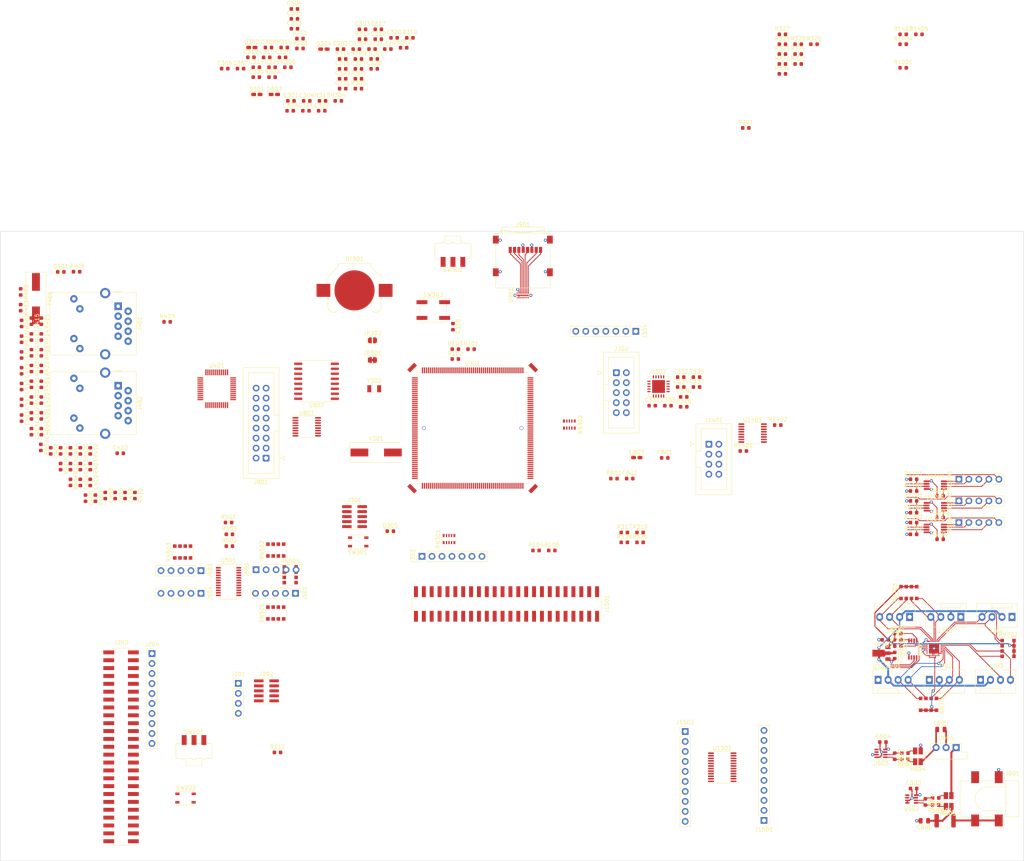
<source format=kicad_pcb>
(kicad_pcb (version 20171130) (host pcbnew 5.1.6)
  (title_block (title "Gemini Bringup") (company "Oxide Computer"))
  (layers (0 F.Cu signal) (1 In1.Cu signal) (2 In2.Cu signal) (31 B.Cu signal) (34 B.Paste user) (35 F.Paste user) (36 B.SilkS user) (37 F.SilkS user) (38 B.Mask user) (39 F.Mask user) (44 Edge.Cuts user))
  (net 0 "")
  (net 1 GND)
  (net 2 "Net-(BT301-Pad1)")
  (net 3 VDDA)
  (net 4 /sp/~RESET)
  (net 5 "Net-(C302-Pad1)")
  (net 6 +3V3)
  (net 7 /sp/OSC_OUT)
  (net 8 /sp/OSC32_OUT)
  (net 9 /sp/OSC32_IN)
  (net 10 /sp/OSC_IN)
  (net 11 "Net-(C402-Pad1)")
  (net 12 "Net-(C405-Pad1)")
  (net 13 "Net-(C407-Pad1)")
  (net 14 "Net-(C409-Pad1)")
  (net 15 "Net-(C410-Pad2)")
  (net 16 "Net-(C411-Pad2)")
  (net 17 "Net-(C412-Pad1)")
  (net 18 "Net-(C415-Pad1)")
  (net 19 "Net-(C417-Pad1)")
  (net 20 "Net-(C420-Pad1)")
  (net 21 "Net-(C421-Pad1)")
  (net 22 "Net-(C601-Pad2)")
  (net 23 "Net-(C601-Pad1)")
  (net 24 "Net-(C602-Pad2)")
  (net 25 "Net-(C602-Pad1)")
  (net 26 /qspi/HOST_VCC)
  (net 27 /sp/LED0)
  (net 28 "Net-(D301-Pad1)")
  (net 29 /sp/LED1)
  (net 30 "Net-(D302-Pad1)")
  (net 31 /sp/LED2)
  (net 32 "Net-(D303-Pad1)")
  (net 33 /sp/LED3)
  (net 34 "Net-(D304-Pad1)")
  (net 35 "Net-(F601-Pad2)")
  (net 36 /rot/FC0_RXD)
  (net 37 /rot/FC0_TXD)
  (net 38 "Net-(J202-Pad8)")
  (net 39 "Net-(J202-Pad7)")
  (net 40 /rot/SWD_CLK)
  (net 41 /rot/SWD_IO)
  (net 42 /sp/ROT_MISO)
  (net 43 /sp/ROT_SCK)
  (net 44 /sp/ROT_MOSI)
  (net 45 /sp/~ROT_CS)
  (net 46 /sp/~ROT_IRQ)
  (net 47 /rot/ISP0)
  (net 48 /rot/PIO0_4)
  (net 49 /rot/PIO0_25)
  (net 50 /rot/PIO0_22)
  (net 51 "Net-(J301-Pad8)")
  (net 52 "Net-(J301-Pad7)")
  (net 53 "Net-(J301-Pad6)")
  (net 54 "Net-(J301-Pad4)")
  (net 55 "Net-(J301-Pad2)")
  (net 56 /sp/USART1_RX)
  (net 57 /sp/USART1_TX)
  (net 58 "Net-(J401-PadL3)")
  (net 59 "Net-(J401-PadL2)")
  (net 60 "Net-(J401-PadR7)")
  (net 61 "Net-(J401-PadR2)")
  (net 62 "Net-(J401-PadR3)")
  (net 63 "Net-(J401-PadR1)")
  (net 64 "Net-(J402-PadL3)")
  (net 65 "Net-(J402-PadL2)")
  (net 66 "Net-(J402-PadR7)")
  (net 67 "Net-(J402-PadR6)")
  (net 68 "Net-(J402-PadR3)")
  (net 69 "Net-(J402-PadR2)")
  (net 70 "Net-(J402-PadR1)")
  (net 71 /Sheet5F3B5859/~RSMBA)
  (net 72 /Sheet5F3B5859/RSDA)
  (net 73 /Sheet5F3B5859/RSCL)
  (net 74 /Sheet5F3B5859/RVCC)
  (net 75 "Net-(J502-Pad5)")
  (net 76 "Net-(J502-Pad4)")
  (net 77 "Net-(J502-Pad2)")
  (net 78 "Net-(J502-Pad1)")
  (net 79 "Net-(J503-Pad5)")
  (net 80 "Net-(J503-Pad4)")
  (net 81 "Net-(J503-Pad2)")
  (net 82 "Net-(J503-Pad1)")
  (net 83 "Net-(J504-Pad5)")
  (net 84 "Net-(J504-Pad4)")
  (net 85 "Net-(J504-Pad2)")
  (net 86 "Net-(J504-Pad1)")
  (net 87 "Net-(J601-Pad2)")
  (net 88 "Net-(J701-Pad4)")
  (net 89 "Net-(J701-Pad3)")
  (net 90 +12V)
  (net 91 "Net-(J702-Pad4)")
  (net 92 "Net-(J702-Pad3)")
  (net 93 "Net-(J703-Pad4)")
  (net 94 "Net-(J703-Pad3)")
  (net 95 "Net-(J704-Pad4)")
  (net 96 "Net-(J704-Pad3)")
  (net 97 "Net-(J705-Pad4)")
  (net 98 "Net-(J705-Pad3)")
  (net 99 "Net-(J706-Pad4)")
  (net 100 "Net-(J706-Pad3)")
  (net 101 /qspi/~HOST_CE)
  (net 102 /qspi/HOST_SCK)
  (net 103 /qspi/HOST_D0)
  (net 104 /qspi/HOST_D1)
  (net 105 /qspi/HOST_D2)
  (net 106 /qspi/HOST_D3)
  (net 107 "Net-(J901-Pad1)")
  (net 108 "Net-(J901-Pad2)")
  (net 109 "Net-(J901-Pad3)")
  (net 110 "Net-(J901-Pad5)")
  (net 111 "Net-(J901-Pad7)")
  (net 112 "Net-(J901-Pad8)")
  (net 113 /fpga_ext/DA0)
  (net 114 /fpga_ext/DA2)
  (net 115 /fpga_ext/DA1)
  (net 116 /fpga_ext/DA3)
  (net 117 /fpga_ext/DA4)
  (net 118 /fpga_ext/DA6)
  (net 119 /fpga_ext/DA5)
  (net 120 /fpga_ext/DA7)
  (net 121 /fpga_ext/DA8)
  (net 122 /fpga_ext/DA10)
  (net 123 /fpga_ext/DA9)
  (net 124 /fpga_ext/DA11)
  (net 125 /fpga_ext/DA12)
  (net 126 /fpga_ext/DA14)
  (net 127 /fpga_ext/DA13)
  (net 128 /fpga_ext/DA15)
  (net 129 /fpga_ext/CLK)
  (net 130 /sp/~FPGA_LE)
  (net 131 /sp/~FPGA_OE)
  (net 132 /sp/~FPGA_WE)
  (net 133 /fpga_ext/~CE)
  (net 134 /fpga_ext/~BL0)
  (net 135 /sp/~FPGA_IRQ)
  (net 136 /fpga_ext/~BL1)
  (net 137 /sp/FPGA_MISO)
  (net 138 /sp/FPGA_SCK)
  (net 139 /sp/FPGA_MOSI)
  (net 140 /sp/~FPGA_CS0)
  (net 141 /sp/~FPGA_CS1)
  (net 142 /SP_I2C1_B_SDA)
  (net 143 /SP_I2C1_B_SCL)
  (net 144 /sp/~FPGA_RESET)
  (net 145 /sp/~I2C4_D_SMBA)
  (net 146 "Net-(J1101-Pad4)")
  (net 147 "Net-(J1101-Pad2)")
  (net 148 "Net-(J1101-Pad1)")
  (net 149 /sp/~I2C4_H_SMBA)
  (net 150 "Net-(J1201-Pad4)")
  (net 151 "Net-(J1201-Pad2)")
  (net 152 "Net-(J1201-Pad1)")
  (net 153 /sp/~I2C2_F_SMBA)
  (net 154 "Net-(J1301-Pad4)")
  (net 155 "Net-(J1301-Pad2)")
  (net 156 "Net-(J1301-Pad1)")
  (net 157 "Net-(JP301-Pad1)")
  (net 158 "Net-(JP301-Pad2)")
  (net 159 /~SP_I2C1_B_SMBA)
  (net 160 /sp/SWD_CLK)
  (net 161 /sp/TRACESWO)
  (net 162 /sp/SWD_IO)
  (net 163 /sp/BOOT0)
  (net 164 "Net-(R308-Pad1)")
  (net 165 "Net-(R309-Pad1)")
  (net 166 "Net-(R310-Pad1)")
  (net 167 /sp/RMII_TXD0)
  (net 168 /sp/sp-ethernet/TXD0)
  (net 169 /sp/RMII_TXD1)
  (net 170 /sp/sp-ethernet/TXD1)
  (net 171 /sp/RMII_TXEN)
  (net 172 /sp/sp-ethernet/TXEN)
  (net 173 /sp/RMII_MDIO)
  (net 174 /sp/sp-ethernet/MDIO)
  (net 175 /sp/RMII_MDC)
  (net 176 /sp/sp-ethernet/MDC)
  (net 177 /sp/RMII_RXD0)
  (net 178 "Net-(R401-Pad1)")
  (net 179 /sp/RMII_REF_CLK)
  (net 180 "Net-(R402-Pad1)")
  (net 181 /sp/RMII_RXD1)
  (net 182 "Net-(R403-Pad1)")
  (net 183 /sp/RMII_CRS_DV)
  (net 184 "Net-(R404-Pad1)")
  (net 185 "Net-(R405-Pad1)")
  (net 186 /sp/~ETH_IRQ)
  (net 187 "Net-(R410-Pad1)")
  (net 188 /sp/sp-ethernet/P1LEDS)
  (net 189 /sp/sp-ethernet/P1LEDA)
  (net 190 /sp/sp-ethernet/P2LEDS)
  (net 191 /sp/sp-ethernet/P2LEDA)
  (net 192 /sp/I2C2_H_SCL)
  (net 193 /sp/I2C2_H_SDA)
  (net 194 /sp/~I2C2_H_SMBA)
  (net 195 "Net-(R601-Pad1)")
  (net 196 "Net-(R602-Pad1)")
  (net 197 /qspi/HOST_ACCESS)
  (net 198 /sp/I2C4_D_SCL)
  (net 199 /sp/I2C4_D_SDA)
  (net 200 "Net-(R1103-Pad2)")
  (net 201 /sp/I2C4_H_SCL)
  (net 202 /sp/I2C4_H_SDA)
  (net 203 "Net-(R1203-Pad2)")
  (net 204 /sp/I2C2_F_SCL)
  (net 205 /sp/I2C2_F_SDA)
  (net 206 "Net-(R1303-Pad2)")
  (net 207 "Net-(RN501-Pad2)")
  (net 208 "Net-(RN502-Pad2)")
  (net 209 "Net-(RN503-Pad2)")
  (net 210 "Net-(RN504-Pad2)")
  (net 211 "Net-(U301-Pad208)")
  (net 212 "Net-(U301-Pad207)")
  (net 213 "Net-(U301-Pad206)")
  (net 214 "Net-(U301-Pad205)")
  (net 215 /qspi/~CS)
  (net 216 "Net-(U301-Pad193)")
  (net 217 "Net-(U301-Pad191)")
  (net 218 "Net-(U301-Pad190)")
  (net 219 /sp/~FPGA_CE2)
  (net 220 "Net-(U301-Pad177)")
  (net 221 "Net-(U301-Pad176)")
  (net 222 "Net-(U301-Pad175)")
  (net 223 "Net-(U301-Pad174)")
  (net 224 /sdcard/CMD)
  (net 225 /sdcard/CLK)
  (net 226 /qspi/D3)
  (net 227 /qspi/D2)
  (net 228 /sp/UART7_TX)
  (net 229 /sp/UART4_RX)
  (net 230 /sp/UART4_TX)
  (net 231 /qspi/D1)
  (net 232 /qspi/D0)
  (net 233 /sp/USART6_RX)
  (net 234 /sp/USART6_TX)
  (net 235 "Net-(U301-Pad135)")
  (net 236 "Net-(U301-Pad134)")
  (net 237 "Net-(U301-Pad133)")
  (net 238 "Net-(U301-Pad132)")
  (net 239 /sp/UART8_RX)
  (net 240 /sp/UART8_TX)
  (net 241 "Net-(U301-Pad119)")
  (net 242 "Net-(U301-Pad118)")
  (net 243 "Net-(U301-Pad107)")
  (net 244 "Net-(U301-Pad106)")
  (net 245 "Net-(U301-Pad105)")
  (net 246 /sp/~I2C2_B_SMBA)
  (net 247 /sp/~I2C3_H_SMBA)
  (net 248 /Sheet5F3B5859/ENABLE)
  (net 249 /sp/I2C2_B_SDA)
  (net 250 /sp/I2C2_B_SCL)
  (net 251 /sp/I2C4_F_SDA)
  (net 252 /sp/I2C4_F_SCL)
  (net 253 /sp/~I2C4_F_SMBA)
  (net 254 "Net-(U301-Pad71)")
  (net 255 "Net-(U301-Pad70)")
  (net 256 "Net-(U301-Pad64)")
  (net 257 "Net-(U301-Pad63)")
  (net 258 "Net-(U301-Pad62)")
  (net 259 "Net-(U301-Pad61)")
  (net 260 "Net-(U301-Pad55)")
  (net 261 "Net-(U301-Pad54)")
  (net 262 "Net-(U301-Pad53)")
  (net 263 "Net-(U301-Pad50)")
  (net 264 "Net-(U301-Pad47)")
  (net 265 "Net-(U301-Pad46)")
  (net 266 "Net-(U301-Pad43)")
  (net 267 "Net-(U301-Pad38)")
  (net 268 /sp/QSPI_CLK)
  (net 269 /sp/~QSPI_RESET)
  (net 270 "Net-(U301-Pad22)")
  (net 271 "Net-(U301-Pad21)")
  (net 272 "Net-(U301-Pad20)")
  (net 273 "Net-(U301-Pad19)")
  (net 274 "Net-(U301-Pad13)")
  (net 275 "Net-(U301-Pad12)")
  (net 276 "Net-(U301-Pad11)")
  (net 277 "Net-(U301-Pad8)")
  (net 278 "Net-(U301-Pad7)")
  (net 279 "Net-(U401-Pad48)")
  (net 280 "Net-(U401-Pad38)")
  (net 281 "Net-(U401-Pad34)")
  (net 282 "Net-(U401-Pad33)")
  (net 283 "Net-(U401-Pad30)")
  (net 284 "Net-(U401-Pad27)")
  (net 285 "Net-(U401-Pad24)")
  (net 286 "Net-(U401-Pad18)")
  (net 287 "Net-(U401-Pad17)")
  (net 288 "Net-(U401-Pad13)")
  (net 289 "Net-(U501-Pad15)")
  (net 290 "Net-(U501-Pad11)")
  (net 291 "Net-(U501-Pad10)")
  (net 292 "Net-(U701-Pad28)")
  (net 293 "Net-(U701-Pad27)")
  (net 294 "Net-(U701-Pad6)")
  (net 295 "Net-(U701-Pad2)")
  (net 296 "Net-(U802-Pad14)")
  (net 297 "Net-(U802-Pad13)")
  (net 298 "Net-(U802-Pad12)")
  (net 299 "Net-(U802-Pad11)")
  (net 300 "Net-(U802-Pad6)")
  (net 301 "Net-(U802-Pad5)")
  (net 302 "Net-(U802-Pad4)")
  (net 303 "Net-(U901-Pad16)")
  (net 304 "Net-(U901-Pad1)")
  (net 305 /sdcard/D3)
  (net 306 /sdcard/D2)
  (net 307 /sdcard/D1)
  (net 308 /sdcard/D0)
  (net 309 "Net-(C422-Pad2)")
  (net 310 "Net-(J302-Pad10)")
  (net 311 "Net-(J302-Pad8)")
  (net 312 /sp/USART1_RTS)
  (net 313 /sp/USART1_CTS)
  (net 314 "Net-(J302-Pad2)")
  (net 315 "Net-(J302-Pad7)")
  (net 316 "Net-(J302-Pad1)")
  (net 317 "Net-(J401-PadR6)")
  (net 318 /sp/~RS232_SHDN)
  (net 319 "Net-(C331-Pad1)")
  (net 320 "Net-(C334-Pad1)")
  (net 321 "Net-(C335-Pad2)")
  (net 322 "Net-(C335-Pad1)")
  (net 323 "Net-(C336-Pad2)")
  (net 324 "Net-(C336-Pad1)")
  (net 325 "Net-(C337-Pad1)")
  (net 326 /sp/RS232_RTS)
  (net 327 /sp/RS232_CTS)
  (net 328 /sp/RS232_RX)
  (net 329 /sp/RS232_TX)
  (net 330 "Net-(U302-Pad19)")
  (net 331 /spi-to-ethanol/P0_ROM_SPI_PROG_L)
  (net 332 /spi-to-ethanol/P0_ROM_SPI_MOSI)
  (net 333 /spi-to-ethanol/P0_ROM_SPI_CLK)
  (net 334 "Net-(J1401-Pad7)")
  (net 335 /spi-to-ethanol/P0_ROM_SPI_MISO)
  (net 336 /spi-to-ethanol/P0_ROM_SPI_CS_L)
  (net 337 /spi-to-ethanol/1v8)
  (net 338 /sp/~SPI_ROM_CS)
  (net 339 /sp/~SPI_ROM_PROG)
  (net 340 /sp/SPI_ROM_SCK)
  (net 341 /sp/SPI_ROM_MISO)
  (net 342 /sp/SPI_ROM_MOSI)
  (net 343 "Net-(U1401-Pad10)")
  (net 344 "Net-(U1401-Pad7)")
  (net 345 /rot/~SWD_RESET)
  (net 346 /rot/SWD_TRACESWO)
  (net 347 /rot/FC3_SCK)
  (net 348 /rot/FC3_RXD_DSA_MOSI)
  (net 349 /rot/FC3_TXD_SCL_MISO)
  (net 350 /rot/FC3_RTS_SCLX_SSEL1)
  (net 351 /rot/FC3_CTS_SDAX_SSEL0)
  (net 352 "Net-(SW201-Pad1)")
  (net 353 /rot/HS_SPI_MISO)
  (net 354 /sp/PJ4)
  (net 355 /sp/PJ3)
  (net 356 /sp/PJ2)
  (net 357 /sp/PJ1)
  (net 358 /sp/PJ0)
  (net 359 /sp/PG4)
  (net 360 /sp/PG3)
  (net 361 /sp/PG2)
  (net 362 /sp/PG1)
  (net 363 /sp/PG0)
  (net 364 "Net-(J1001-Pad12)")
  (net 365 /sp/ROT_SPI4_SCK)
  (net 366 /sp/ROT_SPI4_MOSI)
  (net 367 /sp/SPI2_SCK)
  (net 368 /sp/SPI2_MOSI)
  (net 369 /sp/SPI5_SCK)
  (net 370 /sp/SPI5_MOSI)
  (net 371 "Net-(R1403-Pad1)")
  (net 372 "Net-(R1404-Pad2)")
  (net 373 "Net-(R1405-Pad2)")
  (net 374 "Net-(RN302-Pad6)")
  (net 375 "Net-(RN302-Pad7)")
  (net 376 "Net-(RN302-Pad8)")
  (net 377 "Net-(RN302-Pad9)")
  (net 378 "Net-(RN302-Pad10)")
  (net 379 "Net-(RN301-Pad6)")
  (net 380 "Net-(RN301-Pad7)")
  (net 381 "Net-(RN301-Pad8)")
  (net 382 "Net-(RN301-Pad9)")
  (net 383 "Net-(RN301-Pad10)")
  (net 384 "Net-(C605-Pad1)")
  (net 385 "Net-(C606-Pad1)")
  (net 386 "Net-(R423-Pad1)")
  (net 387 /FPGA_SDA)
  (net 388 /FPGA_SCL)
  (net 389 /sp/~ETH_RESET)
  (net 390 "Net-(J1501-Pad9)")
  (net 391 "Net-(J1501-Pad8)")
  (net 392 "Net-(J1501-Pad7)")
  (net 393 "Net-(J1501-Pad6)")
  (net 394 "Net-(J1501-Pad5)")
  (net 395 "Net-(J1501-Pad4)")
  (net 396 "Net-(J1501-Pad3)")
  (net 397 "Net-(J1501-Pad2)")
  (net 398 "Net-(J1502-Pad9)")
  (net 399 "Net-(J1502-Pad8)")
  (net 400 "Net-(J1502-Pad7)")
  (net 401 "Net-(J1502-Pad6)")
  (net 402 "Net-(J1502-Pad5)")
  (net 403 "Net-(J1502-Pad4)")
  (net 404 "Net-(J1502-Pad3)")
  (net 405 "Net-(J1502-Pad2)")
  (net 406 "Net-(U1501-Pad1)")
  (net 407 /fans.sch/FAN5V)
  (net 408 "Net-(R701-Pad2)")
  (net 409 /fans.sch/5VSDA)
  (net 410 /fans.sch/5VSCL)
  (net 411 "Net-(R603-Pad3)")
  (net 412 "Net-(R604-Pad3)")
  (module passives:R_Shunt_Ohmite_LVK12_CW_Pinout (layer F.Cu) (at 253.1 153.425 180)
    (fp_text reference R604 (at 0 -3.2 180) (layer F.SilkS))
    (fp_text value "40m 1% 1/8W")
    (pad 3 smd rect (at 0.7 1.375 180) (size 1.1 1.75) (layers F.Cu F.Paste F.Mask) (net 412 "Net-(R604-Pad3)"))
    (pad 4 smd rect (at -0.7 1.375 180) (size 1.1 1.75) (layers F.Cu F.Paste F.Mask) (net 6 +3V3))
    (pad 2 smd rect (at 0.7 -1.375 180) (size 1.1 1.75) (layers F.Cu F.Paste F.Mask) (net 196 "Net-(R602-Pad1)"))
    (pad 1 smd rect (at -0.7 -1.375 180) (size 1.1 1.75) (layers F.Cu F.Paste F.Mask) (net 384 "Net-(C605-Pad1)"))
  )
  (module passives:R_Shunt_Ohmite_LVK12_CW_Pinout (layer F.Cu) (at 260.9 164.775 180)
    (fp_text reference R603 (at 0 -3.2 180) (layer F.SilkS))
    (fp_text value "20m 1% 1/8W")
    (pad 3 smd rect (at 0.7 1.375 180) (size 1.1 1.75) (layers F.Cu F.Paste F.Mask) (net 411 "Net-(R603-Pad3)"))
    (pad 4 smd rect (at -0.7 1.375 180) (size 1.1 1.75) (layers F.Cu F.Paste F.Mask) (net 90 +12V))
    (pad 2 smd rect (at 0.7 -1.375 180) (size 1.1 1.75) (layers F.Cu F.Paste F.Mask) (net 195 "Net-(R601-Pad1)"))
    (pad 1 smd rect (at -0.7 -1.375 180) (size 1.1 1.75) (layers F.Cu F.Paste F.Mask) (net 385 "Net-(C606-Pad1)"))
  )
  (module Fuse:Fuse_1812_4532Metric (layer F.Cu) (at 260 169.8)
    (fp_text reference F601 (at 0 -2.65) (layer F.SilkS))
    (fp_text value Polyfuse_Small)
    (pad 2 smd roundrect (at 2.1375 0) (size 1.125 3.4) (layers F.Cu F.Paste F.Mask) (roundrect_rratio 0.222222) (net 35 "Net-(F601-Pad2)"))
    (pad 1 smd roundrect (at -2.1375 0) (size 1.125 3.4) (layers F.Cu F.Paste F.Mask) (roundrect_rratio 0.222222) (net 385 "Net-(C606-Pad1)"))
  )
  (module Package_SO:TSSOP-8_3x3mm_P0.65mm (layer F.Cu) (at 251.8 126.15 90)
    (fp_text reference U703 (at 0 -2.55 90) (layer F.SilkS))
    (fp_text value PCA9306DP)
    (pad 8 smd rect (at 2.15 -0.975 90) (size 1.1 0.4) (layers F.Cu F.Paste F.Mask) (net 408 "Net-(R701-Pad2)"))
    (pad 7 smd rect (at 2.15 -0.325 90) (size 1.1 0.4) (layers F.Cu F.Paste F.Mask) (net 408 "Net-(R701-Pad2)"))
    (pad 6 smd rect (at 2.15 0.325 90) (size 1.1 0.4) (layers F.Cu F.Paste F.Mask) (net 410 /fans.sch/5VSCL))
    (pad 5 smd rect (at 2.15 0.975 90) (size 1.1 0.4) (layers F.Cu F.Paste F.Mask) (net 409 /fans.sch/5VSDA))
    (pad 4 smd rect (at -2.15 0.975 90) (size 1.1 0.4) (layers F.Cu F.Paste F.Mask) (net 142 /SP_I2C1_B_SDA))
    (pad 3 smd rect (at -2.15 0.325 90) (size 1.1 0.4) (layers F.Cu F.Paste F.Mask) (net 143 /SP_I2C1_B_SCL))
    (pad 2 smd rect (at -2.15 -0.325 90) (size 1.1 0.4) (layers F.Cu F.Paste F.Mask) (net 6 +3V3))
    (pad 1 smd rect (at -2.15 -0.975 90) (size 1.1 0.4) (layers F.Cu F.Paste F.Mask) (net 1 GND))
  )
  (module Resistor_SMD:R_0603_1608Metric (layer F.Cu) (at 248.0125 125.4)
    (fp_text reference R703 (at 0 -1.43) (layer F.SilkS))
    (fp_text value 3k3)
    (pad 2 smd roundrect (at 0.7875 0) (size 0.875 0.95) (layers F.Cu F.Paste F.Mask) (net 410 /fans.sch/5VSCL))
    (pad 1 smd roundrect (at -0.7875 0) (size 0.875 0.95) (layers F.Cu F.Paste F.Mask) (net 407 /fans.sch/FAN5V))
  )
  (module Resistor_SMD:R_0603_1608Metric (layer F.Cu) (at 247.9875 122.2)
    (fp_text reference R702 (at 0 -1.43) (layer F.SilkS))
    (fp_text value 3k3)
    (pad 2 smd roundrect (at 0.7875 0) (size 0.875 0.95) (layers F.Cu F.Paste F.Mask) (net 409 /fans.sch/5VSDA))
    (pad 1 smd roundrect (at -0.7875 0) (size 0.875 0.95) (layers F.Cu F.Paste F.Mask) (net 407 /fans.sch/FAN5V))
  )
  (module Resistor_SMD:R_0603_1608Metric (layer F.Cu) (at 248.0125 123.8)
    (fp_text reference R701 (at 0 -1.43) (layer F.SilkS))
    (fp_text value 200k)
    (pad 2 smd roundrect (at 0.7875 0) (size 0.875 0.95) (layers F.Cu F.Paste F.Mask) (net 408 "Net-(R701-Pad2)"))
    (pad 1 smd roundrect (at -0.7875 0) (size 0.875 0.95) (layers F.Cu F.Paste F.Mask) (net 407 /fans.sch/FAN5V))
  )
  (module Package_TO_SOT_SMD:SOT-89-3 (layer F.Cu) (at 243.8375 127.2 180)
    (fp_text reference U702 (at 0.3 -3.5) (layer F.SilkS))
    (fp_text value MCP1703A-5002_SOT89)
    (pad 2 smd custom (at -1.5625 0 180) (size 1.475 0.9) (layers F.Cu F.Paste F.Mask) (net 90 +12V) (options (clearance outline) (anchor rect)) (primitives (gr_poly (pts (xy 0.7375 -0.8665) (xy 3.8625 -0.8665) (xy 3.8625 0.8665) (xy 0.7375 0.8665)) (width 0))))
    (pad 3 smd rect (at -1.65 1.5 180) (size 1.3 0.9) (layers F.Cu F.Paste F.Mask) (net 407 /fans.sch/FAN5V))
    (pad 1 smd rect (at -1.65 -1.5 180) (size 1.3 0.9) (layers F.Cu F.Paste F.Mask) (net 1 GND))
  )
  (module Capacitor_SMD:C_0603_1608Metric (layer F.Cu) (at 244.8125 123.8 180)
    (fp_text reference C702 (at 0 -1.43) (layer F.SilkS))
    (fp_text value 1µ)
    (pad 2 smd roundrect (at 0.7875 0 180) (size 0.875 0.95) (layers F.Cu F.Paste F.Mask) (net 1 GND))
    (pad 1 smd roundrect (at -0.7875 0 180) (size 0.875 0.95) (layers F.Cu F.Paste F.Mask) (net 407 /fans.sch/FAN5V))
  )
  (module Capacitor_SMD:C_0603_1608Metric (layer F.Cu) (at 247.2 127.7875 270)
    (fp_text reference C701 (at 0 -1.43 90) (layer F.SilkS))
    (fp_text value 1µ)
    (pad 2 smd roundrect (at 0.7875 0 270) (size 0.875 0.95) (layers F.Cu F.Paste F.Mask) (net 1 GND))
    (pad 1 smd roundrect (at -0.7875 0 270) (size 0.875 0.95) (layers F.Cu F.Paste F.Mask) (net 90 +12V))
  )
  (module Crystal:Crystal_SMD_HC49-SD (layer F.Cu) (at 29.08 37.1 270)
    (fp_text reference Y401 (at 0 -3.55 90) (layer F.SilkS))
    (fp_text value "25MHz ±50ppm / SXTHM212ASA174-25.000M")
    (pad 2 smd rect (at 4.25 0 270) (size 4.5 2) (layers F.Cu F.Paste F.Mask) (net 16 "Net-(C411-Pad2)"))
    (pad 1 smd rect (at -4.25 0 270) (size 4.5 2) (layers F.Cu F.Paste F.Mask) (net 15 "Net-(C410-Pad2)"))
  )
  (module Crystal:Crystal_SMD_3215-2Pin_3.2x1.5mm (layer F.Cu) (at 115 60)
    (fp_text reference Y302 (at 0 -2) (layer F.SilkS))
    (fp_text value "32.768kHz / FC-135 32.7680KA-A")
    (pad 2 smd rect (at -1.25 0) (size 1 1.8) (layers F.Cu F.Paste F.Mask) (net 9 /sp/OSC32_IN))
    (pad 1 smd rect (at 1.25 0) (size 1 1.8) (layers F.Cu F.Paste F.Mask) (net 8 /sp/OSC32_OUT))
  )
  (module Crystal:Crystal_SMD_HC49-SD (layer F.Cu) (at 115.5 76.2)
    (fp_text reference Y301 (at 0 -3.55) (layer F.SilkS))
    (fp_text value "25MHz ±50ppm / SXTHM212ASA174-25.000M")
    (pad 2 smd rect (at 4.25 0) (size 4.5 2) (layers F.Cu F.Paste F.Mask) (net 10 /sp/OSC_IN))
    (pad 1 smd rect (at -4.25 0) (size 4.5 2) (layers F.Cu F.Paste F.Mask) (net 7 /sp/OSC_OUT))
  )
  (module Resistor_SMD:R_0603_1608Metric (layer F.Cu) (at 39.41 30.26)
    (fp_text reference R409 (at 0 -1.43) (layer F.SilkS))
    (fp_text value 10k)
    (pad 2 smd roundrect (at 0.7875 0) (size 0.875 0.95) (layers F.Cu F.Paste F.Mask) (net 6 +3V3))
    (pad 1 smd roundrect (at -0.7875 0) (size 0.875 0.95) (layers F.Cu F.Paste F.Mask) (net 389 /sp/~ETH_RESET))
  )
  (module Diode_SMD:D_0603_1608Metric (layer F.Cu) (at 35.4 30.3)
    (fp_text reference D401 (at 0 -1.43) (layer F.SilkS))
    (fp_text value 1N4148)
    (pad 2 smd roundrect (at 0.7875 0) (size 0.875 0.95) (layers F.Cu F.Paste F.Mask) (net 389 /sp/~ETH_RESET))
    (pad 1 smd roundrect (at -0.7875 0) (size 0.875 0.95) (layers F.Cu F.Paste F.Mask) (net 6 +3V3))
  )
  (module Package_SO:TSSOP-24_4.4x7.8mm_P0.65mm (layer F.Cu) (at 203.4 156.2)
    (fp_text reference U1501 (at 0 -4.85) (layer F.SilkS))
    (fp_text value PCA9555PW)
    (pad 24 smd roundrect (at 2.8625 -3.575) (size 1.475 0.4) (layers F.Cu F.Paste F.Mask) (net 6 +3V3))
    (pad 23 smd roundrect (at 2.8625 -2.925) (size 1.475 0.4) (layers F.Cu F.Paste F.Mask) (net 142 /SP_I2C1_B_SDA))
    (pad 22 smd roundrect (at 2.8625 -2.275) (size 1.475 0.4) (layers F.Cu F.Paste F.Mask) (net 143 /SP_I2C1_B_SCL))
    (pad 21 smd roundrect (at 2.8625 -1.625) (size 1.475 0.4) (layers F.Cu F.Paste F.Mask) (net 6 +3V3))
    (pad 20 smd roundrect (at 2.8625 -0.975) (size 1.475 0.4) (layers F.Cu F.Paste F.Mask) (net 390 "Net-(J1501-Pad9)"))
    (pad 19 smd roundrect (at 2.8625 -0.325) (size 1.475 0.4) (layers F.Cu F.Paste F.Mask) (net 391 "Net-(J1501-Pad8)"))
    (pad 18 smd roundrect (at 2.8625 0.325) (size 1.475 0.4) (layers F.Cu F.Paste F.Mask) (net 392 "Net-(J1501-Pad7)"))
    (pad 17 smd roundrect (at 2.8625 0.975) (size 1.475 0.4) (layers F.Cu F.Paste F.Mask) (net 393 "Net-(J1501-Pad6)"))
    (pad 16 smd roundrect (at 2.8625 1.625) (size 1.475 0.4) (layers F.Cu F.Paste F.Mask) (net 394 "Net-(J1501-Pad5)"))
    (pad 15 smd roundrect (at 2.8625 2.275) (size 1.475 0.4) (layers F.Cu F.Paste F.Mask) (net 395 "Net-(J1501-Pad4)"))
    (pad 14 smd roundrect (at 2.8625 2.925) (size 1.475 0.4) (layers F.Cu F.Paste F.Mask) (net 396 "Net-(J1501-Pad3)"))
    (pad 13 smd roundrect (at 2.8625 3.575) (size 1.475 0.4) (layers F.Cu F.Paste F.Mask) (net 397 "Net-(J1501-Pad2)"))
    (pad 12 smd roundrect (at -2.8625 3.575) (size 1.475 0.4) (layers F.Cu F.Paste F.Mask) (net 1 GND))
    (pad 11 smd roundrect (at -2.8625 2.925) (size 1.475 0.4) (layers F.Cu F.Paste F.Mask) (net 398 "Net-(J1502-Pad9)"))
    (pad 10 smd roundrect (at -2.8625 2.275) (size 1.475 0.4) (layers F.Cu F.Paste F.Mask) (net 399 "Net-(J1502-Pad8)"))
    (pad 9 smd roundrect (at -2.8625 1.625) (size 1.475 0.4) (layers F.Cu F.Paste F.Mask) (net 400 "Net-(J1502-Pad7)"))
    (pad 8 smd roundrect (at -2.8625 0.975) (size 1.475 0.4) (layers F.Cu F.Paste F.Mask) (net 401 "Net-(J1502-Pad6)"))
    (pad 7 smd roundrect (at -2.8625 0.325) (size 1.475 0.4) (layers F.Cu F.Paste F.Mask) (net 402 "Net-(J1502-Pad5)"))
    (pad 6 smd roundrect (at -2.8625 -0.325) (size 1.475 0.4) (layers F.Cu F.Paste F.Mask) (net 403 "Net-(J1502-Pad4)"))
    (pad 5 smd roundrect (at -2.8625 -0.975) (size 1.475 0.4) (layers F.Cu F.Paste F.Mask) (net 404 "Net-(J1502-Pad3)"))
    (pad 4 smd roundrect (at -2.8625 -1.625) (size 1.475 0.4) (layers F.Cu F.Paste F.Mask) (net 405 "Net-(J1502-Pad2)"))
    (pad 3 smd roundrect (at -2.8625 -2.275) (size 1.475 0.4) (layers F.Cu F.Paste F.Mask) (net 1 GND))
    (pad 2 smd roundrect (at -2.8625 -2.925) (size 1.475 0.4) (layers F.Cu F.Paste F.Mask) (net 1 GND))
    (pad 1 smd roundrect (at -2.8625 -3.575) (size 1.475 0.4) (layers F.Cu F.Paste F.Mask) (net 406 "Net-(U1501-Pad1)"))
  )
  (module Connector_PinHeader_2.54mm:PinHeader_1x10_P2.54mm_Vertical (layer F.Cu) (at 194 147.1)
    (fp_text reference J1502 (at 0 -2.33) (layer F.SilkS))
    (fp_text value I2CGPIO0)
    (pad 10 thru_hole oval (at 0 22.86) (size 1.7 1.7) (drill 1) (layers *.Cu *.Mask) (net 1 GND))
    (pad 9 thru_hole oval (at 0 20.32) (size 1.7 1.7) (drill 1) (layers *.Cu *.Mask) (net 398 "Net-(J1502-Pad9)"))
    (pad 8 thru_hole oval (at 0 17.78) (size 1.7 1.7) (drill 1) (layers *.Cu *.Mask) (net 399 "Net-(J1502-Pad8)"))
    (pad 7 thru_hole oval (at 0 15.24) (size 1.7 1.7) (drill 1) (layers *.Cu *.Mask) (net 400 "Net-(J1502-Pad7)"))
    (pad 6 thru_hole oval (at 0 12.7) (size 1.7 1.7) (drill 1) (layers *.Cu *.Mask) (net 401 "Net-(J1502-Pad6)"))
    (pad 5 thru_hole oval (at 0 10.16) (size 1.7 1.7) (drill 1) (layers *.Cu *.Mask) (net 402 "Net-(J1502-Pad5)"))
    (pad 4 thru_hole oval (at 0 7.62) (size 1.7 1.7) (drill 1) (layers *.Cu *.Mask) (net 403 "Net-(J1502-Pad4)"))
    (pad 3 thru_hole oval (at 0 5.08) (size 1.7 1.7) (drill 1) (layers *.Cu *.Mask) (net 404 "Net-(J1502-Pad3)"))
    (pad 2 thru_hole oval (at 0 2.54) (size 1.7 1.7) (drill 1) (layers *.Cu *.Mask) (net 405 "Net-(J1502-Pad2)"))
    (pad 1 thru_hole rect (at 0 0) (size 1.7 1.7) (drill 1) (layers *.Cu *.Mask) (net 6 +3V3))
  )
  (module Connector_PinHeader_2.54mm:PinHeader_1x10_P2.54mm_Vertical (layer F.Cu) (at 214 169.7 180)
    (fp_text reference J1501 (at 0 -2.33) (layer F.SilkS))
    (fp_text value I2CGPIO1)
    (pad 10 thru_hole oval (at 0 22.86 180) (size 1.7 1.7) (drill 1) (layers *.Cu *.Mask) (net 1 GND))
    (pad 9 thru_hole oval (at 0 20.32 180) (size 1.7 1.7) (drill 1) (layers *.Cu *.Mask) (net 390 "Net-(J1501-Pad9)"))
    (pad 8 thru_hole oval (at 0 17.78 180) (size 1.7 1.7) (drill 1) (layers *.Cu *.Mask) (net 391 "Net-(J1501-Pad8)"))
    (pad 7 thru_hole oval (at 0 15.24 180) (size 1.7 1.7) (drill 1) (layers *.Cu *.Mask) (net 392 "Net-(J1501-Pad7)"))
    (pad 6 thru_hole oval (at 0 12.7 180) (size 1.7 1.7) (drill 1) (layers *.Cu *.Mask) (net 393 "Net-(J1501-Pad6)"))
    (pad 5 thru_hole oval (at 0 10.16 180) (size 1.7 1.7) (drill 1) (layers *.Cu *.Mask) (net 394 "Net-(J1501-Pad5)"))
    (pad 4 thru_hole oval (at 0 7.62 180) (size 1.7 1.7) (drill 1) (layers *.Cu *.Mask) (net 395 "Net-(J1501-Pad4)"))
    (pad 3 thru_hole oval (at 0 5.08 180) (size 1.7 1.7) (drill 1) (layers *.Cu *.Mask) (net 396 "Net-(J1501-Pad3)"))
    (pad 2 thru_hole oval (at 0 2.54 180) (size 1.7 1.7) (drill 1) (layers *.Cu *.Mask) (net 397 "Net-(J1501-Pad2)"))
    (pad 1 thru_hole rect (at 0 0 180) (size 1.7 1.7) (drill 1) (layers *.Cu *.Mask) (net 6 +3V3))
  )
  (module Resistor_SMD:R_0603_1608Metric (layer F.Cu) (at 160.11 101.1)
    (fp_text reference R105 (at 0 -1.43) (layer F.SilkS))
    (fp_text value 3k)
    (pad 2 smd roundrect (at 0.7875 0) (size 0.875 0.95) (layers F.Cu F.Paste F.Mask) (net 387 /FPGA_SDA))
    (pad 1 smd roundrect (at -0.7875 0) (size 0.875 0.95) (layers F.Cu F.Paste F.Mask) (net 6 +3V3))
  )
  (module Resistor_SMD:R_0603_1608Metric (layer F.Cu) (at 156.1 101.1)
    (fp_text reference R104 (at 0 -1.43) (layer F.SilkS))
    (fp_text value 3k)
    (pad 2 smd roundrect (at 0.7875 0) (size 0.875 0.95) (layers F.Cu F.Paste F.Mask) (net 388 /FPGA_SCL))
    (pad 1 smd roundrect (at -0.7875 0) (size 0.875 0.95) (layers F.Cu F.Paste F.Mask) (net 6 +3V3))
  )
  (module Resistor_SMD:R_0603_1608Metric (layer F.Cu) (at 62.4 43)
    (fp_text reference R423 (at 0 -1.43) (layer F.SilkS))
    (fp_text value 10k)
    (pad 2 smd roundrect (at 0.7875 0) (size 0.875 0.95) (layers F.Cu F.Paste F.Mask) (net 6 +3V3))
    (pad 1 smd roundrect (at -0.7875 0) (size 0.875 0.95) (layers F.Cu F.Paste F.Mask) (net 386 "Net-(R423-Pad1)"))
  )
  (module Diode_SMD:D_0603_1608Metric (layer F.Cu) (at 119.1 96.2)
    (fp_text reference D305 (at 0 -1.43) (layer F.SilkS))
    (fp_text value D_Small)
    (pad 2 smd roundrect (at 0.7875 0) (size 0.875 0.95) (layers F.Cu F.Paste F.Mask) (net 4 /sp/~RESET))
    (pad 1 smd roundrect (at -0.7875 0) (size 0.875 0.95) (layers F.Cu F.Paste F.Mask) (net 6 +3V3))
  )
  (module Capacitor_SMD:C_0805_2012Metric (layer F.Cu) (at 254.7375 169.8 180)
    (fp_text reference C606 (at 0 -1.65) (layer F.SilkS))
    (fp_text value "22µ 16V")
    (pad 2 smd roundrect (at 0.9375 0 180) (size 0.975 1.4) (layers F.Cu F.Paste F.Mask) (net 1 GND))
    (pad 1 smd roundrect (at -0.9375 0 180) (size 0.975 1.4) (layers F.Cu F.Paste F.Mask) (net 385 "Net-(C606-Pad1)"))
  )
  (module Capacitor_SMD:C_0805_2012Metric (layer F.Cu) (at 258.9375 146.6)
    (fp_text reference C605 (at 0 -1.65) (layer F.SilkS))
    (fp_text value "22µ 16V")
    (pad 2 smd roundrect (at 0.9375 0) (size 0.975 1.4) (layers F.Cu F.Paste F.Mask) (net 1 GND))
    (pad 1 smd roundrect (at -0.9375 0) (size 0.975 1.4) (layers F.Cu F.Paste F.Mask) (net 384 "Net-(C605-Pad1)"))
  )
  (module Resistor_SMD:R_Array_Convex_5x0603 (layer F.Cu) (at 164.56 69.1 270)
    (fp_text reference RN302 (at 0 -2.8 90) (layer F.SilkS))
    (fp_text value 22)
    (pad 8 smd rect (at 0.9 0 270) (size 0.8 0.32) (layers F.Cu F.Paste F.Mask) (net 376 "Net-(RN302-Pad8)"))
    (pad 6 smd rect (at 0.9 1.36 270) (size 0.8 0.48) (layers F.Cu F.Paste F.Mask) (net 374 "Net-(RN302-Pad6)"))
    (pad 9 smd rect (at 0.9 -0.64 270) (size 0.8 0.32) (layers F.Cu F.Paste F.Mask) (net 377 "Net-(RN302-Pad9)"))
    (pad 10 smd rect (at 0.9 -1.36 270) (size 0.8 0.48) (layers F.Cu F.Paste F.Mask) (net 378 "Net-(RN302-Pad10)"))
    (pad 7 smd rect (at 0.9 0.64 270) (size 0.8 0.32) (layers F.Cu F.Paste F.Mask) (net 375 "Net-(RN302-Pad7)"))
    (pad 3 smd rect (at -0.9 0 270) (size 0.8 0.32) (layers F.Cu F.Paste F.Mask) (net 361 /sp/PG2))
    (pad 4 smd rect (at -0.9 0.64 270) (size 0.8 0.32) (layers F.Cu F.Paste F.Mask) (net 360 /sp/PG3))
    (pad 5 smd rect (at -0.9 1.36 270) (size 0.8 0.48) (layers F.Cu F.Paste F.Mask) (net 359 /sp/PG4))
    (pad 2 smd rect (at -0.9 -0.64 270) (size 0.8 0.32) (layers F.Cu F.Paste F.Mask) (net 362 /sp/PG1))
    (pad 1 smd rect (at -0.9 -1.36 270) (size 0.8 0.48) (layers F.Cu F.Paste F.Mask) (net 363 /sp/PG0))
  )
  (module Resistor_SMD:R_Array_Convex_5x0603 (layer F.Cu) (at 134 98.2 90)
    (fp_text reference RN301 (at 0 -2.8 90) (layer F.SilkS))
    (fp_text value 22)
    (pad 8 smd rect (at 0.9 0 90) (size 0.8 0.32) (layers F.Cu F.Paste F.Mask) (net 381 "Net-(RN301-Pad8)"))
    (pad 6 smd rect (at 0.9 1.36 90) (size 0.8 0.48) (layers F.Cu F.Paste F.Mask) (net 379 "Net-(RN301-Pad6)"))
    (pad 9 smd rect (at 0.9 -0.64 90) (size 0.8 0.32) (layers F.Cu F.Paste F.Mask) (net 382 "Net-(RN301-Pad9)"))
    (pad 10 smd rect (at 0.9 -1.36 90) (size 0.8 0.48) (layers F.Cu F.Paste F.Mask) (net 383 "Net-(RN301-Pad10)"))
    (pad 7 smd rect (at 0.9 0.64 90) (size 0.8 0.32) (layers F.Cu F.Paste F.Mask) (net 380 "Net-(RN301-Pad7)"))
    (pad 3 smd rect (at -0.9 0 90) (size 0.8 0.32) (layers F.Cu F.Paste F.Mask) (net 356 /sp/PJ2))
    (pad 4 smd rect (at -0.9 0.64 90) (size 0.8 0.32) (layers F.Cu F.Paste F.Mask) (net 355 /sp/PJ3))
    (pad 5 smd rect (at -0.9 1.36 90) (size 0.8 0.48) (layers F.Cu F.Paste F.Mask) (net 354 /sp/PJ4))
    (pad 2 smd rect (at -0.9 -0.64 90) (size 0.8 0.32) (layers F.Cu F.Paste F.Mask) (net 357 /sp/PJ1))
    (pad 1 smd rect (at -0.9 -1.36 90) (size 0.8 0.48) (layers F.Cu F.Paste F.Mask) (net 358 /sp/PJ0))
  )
  (module Resistor_SMD:R_0603_1608Metric (layer F.Cu) (at 253.36 -30.07)
    (fp_text reference R1405 (at 0 -1.43) (layer F.SilkS))
    (fp_text value 22)
    (pad 2 smd roundrect (at 0.7875 0) (size 0.875 0.95) (layers F.Cu F.Paste F.Mask) (net 373 "Net-(R1405-Pad2)"))
    (pad 1 smd roundrect (at -0.7875 0) (size 0.875 0.95) (layers F.Cu F.Paste F.Mask) (net 332 /spi-to-ethanol/P0_ROM_SPI_MOSI))
  )
  (module Resistor_SMD:R_0603_1608Metric (layer F.Cu) (at 249.35 -27.56)
    (fp_text reference R1404 (at 0 -1.43) (layer F.SilkS))
    (fp_text value 22)
    (pad 2 smd roundrect (at 0.7875 0) (size 0.875 0.95) (layers F.Cu F.Paste F.Mask) (net 372 "Net-(R1404-Pad2)"))
    (pad 1 smd roundrect (at -0.7875 0) (size 0.875 0.95) (layers F.Cu F.Paste F.Mask) (net 333 /spi-to-ethanol/P0_ROM_SPI_CLK))
  )
  (module Resistor_SMD:R_0603_1608Metric (layer F.Cu) (at 249.35 -30.07)
    (fp_text reference R1403 (at 0 -1.43) (layer F.SilkS))
    (fp_text value 22)
    (pad 2 smd roundrect (at 0.7875 0) (size 0.875 0.95) (layers F.Cu F.Paste F.Mask) (net 341 /sp/SPI_ROM_MISO))
    (pad 1 smd roundrect (at -0.7875 0) (size 0.875 0.95) (layers F.Cu F.Paste F.Mask) (net 371 "Net-(R1403-Pad1)"))
  )
  (module Resistor_SMD:R_0603_1608Metric (layer F.Cu) (at 249.35 -21.57)
    (fp_text reference R1001 (at 0 -1.43) (layer F.SilkS))
    (fp_text value 22)
    (pad 2 smd roundrect (at 0.7875 0) (size 0.875 0.95) (layers F.Cu F.Paste F.Mask) (net 364 "Net-(J1001-Pad12)"))
    (pad 1 smd roundrect (at -0.7875 0) (size 0.875 0.95) (layers F.Cu F.Paste F.Mask) (net 137 /sp/FPGA_MISO))
  )
  (module Resistor_SMD:R_0603_1608Metric (layer F.Cu) (at 218.68 -27.56)
    (fp_text reference R329 (at 0 -1.43) (layer F.SilkS))
    (fp_text value 22)
    (pad 2 smd roundrect (at 0.7875 0) (size 0.875 0.95) (layers F.Cu F.Paste F.Mask) (net 342 /sp/SPI_ROM_MOSI))
    (pad 1 smd roundrect (at -0.7875 0) (size 0.875 0.95) (layers F.Cu F.Paste F.Mask) (net 370 /sp/SPI5_MOSI))
  )
  (module Resistor_SMD:R_0603_1608Metric (layer F.Cu) (at 222.69 -27.56)
    (fp_text reference R328 (at 0 -1.43) (layer F.SilkS))
    (fp_text value 22)
    (pad 2 smd roundrect (at 0.7875 0) (size 0.875 0.95) (layers F.Cu F.Paste F.Mask) (net 340 /sp/SPI_ROM_SCK))
    (pad 1 smd roundrect (at -0.7875 0) (size 0.875 0.95) (layers F.Cu F.Paste F.Mask) (net 369 /sp/SPI5_SCK))
  )
  (module Resistor_SMD:R_0603_1608Metric (layer F.Cu) (at 218.68 -30.07)
    (fp_text reference R327 (at 0 -1.43) (layer F.SilkS))
    (fp_text value 22)
    (pad 2 smd roundrect (at 0.7875 0) (size 0.875 0.95) (layers F.Cu F.Paste F.Mask) (net 139 /sp/FPGA_MOSI))
    (pad 1 smd roundrect (at -0.7875 0) (size 0.875 0.95) (layers F.Cu F.Paste F.Mask) (net 368 /sp/SPI2_MOSI))
  )
  (module Resistor_SMD:R_0603_1608Metric (layer F.Cu) (at 226.7 -27.56)
    (fp_text reference R326 (at 0 -1.43) (layer F.SilkS))
    (fp_text value 22)
    (pad 2 smd roundrect (at 0.7875 0) (size 0.875 0.95) (layers F.Cu F.Paste F.Mask) (net 138 /sp/FPGA_SCK))
    (pad 1 smd roundrect (at -0.7875 0) (size 0.875 0.95) (layers F.Cu F.Paste F.Mask) (net 367 /sp/SPI2_SCK))
  )
  (module Resistor_SMD:R_0603_1608Metric (layer F.Cu) (at 218.68 -25.05)
    (fp_text reference R325 (at 0 -1.43) (layer F.SilkS))
    (fp_text value 22)
    (pad 2 smd roundrect (at 0.7875 0) (size 0.875 0.95) (layers F.Cu F.Paste F.Mask) (net 268 /sp/QSPI_CLK))
    (pad 1 smd roundrect (at -0.7875 0) (size 0.875 0.95) (layers F.Cu F.Paste F.Mask) (net 268 /sp/QSPI_CLK))
  )
  (module Resistor_SMD:R_0603_1608Metric (layer F.Cu) (at 222.69 -25.05)
    (fp_text reference R324 (at 0 -1.43) (layer F.SilkS))
    (fp_text value 22)
    (pad 2 smd roundrect (at 0.7875 0) (size 0.875 0.95) (layers F.Cu F.Paste F.Mask) (net 129 /fpga_ext/CLK))
    (pad 1 smd roundrect (at -0.7875 0) (size 0.875 0.95) (layers F.Cu F.Paste F.Mask) (net 129 /fpga_ext/CLK))
  )
  (module Resistor_SMD:R_0603_1608Metric (layer F.Cu) (at 218.68 -22.54)
    (fp_text reference R323 (at 0 -1.43) (layer F.SilkS))
    (fp_text value 22)
    (pad 2 smd roundrect (at 0.7875 0) (size 0.875 0.95) (layers F.Cu F.Paste F.Mask) (net 225 /sdcard/CLK))
    (pad 1 smd roundrect (at -0.7875 0) (size 0.875 0.95) (layers F.Cu F.Paste F.Mask) (net 225 /sdcard/CLK))
  )
  (module Resistor_SMD:R_0603_1608Metric (layer F.Cu) (at 218.68 -20.03)
    (fp_text reference R322 (at 0 -1.43) (layer F.SilkS))
    (fp_text value 22)
    (pad 2 smd roundrect (at 0.7875 0) (size 0.875 0.95) (layers F.Cu F.Paste F.Mask) (net 44 /sp/ROT_MOSI))
    (pad 1 smd roundrect (at -0.7875 0) (size 0.875 0.95) (layers F.Cu F.Paste F.Mask) (net 366 /sp/ROT_SPI4_MOSI))
  )
  (module Resistor_SMD:R_0603_1608Metric (layer F.Cu) (at 222.69 -22.54)
    (fp_text reference R321 (at 0 -1.43) (layer F.SilkS))
    (fp_text value 22)
    (pad 2 smd roundrect (at 0.7875 0) (size 0.875 0.95) (layers F.Cu F.Paste F.Mask) (net 43 /sp/ROT_SCK))
    (pad 1 smd roundrect (at -0.7875 0) (size 0.875 0.95) (layers F.Cu F.Paste F.Mask) (net 365 /sp/ROT_SPI4_SCK))
  )
  (module Resistor_SMD:R_0603_1608Metric (layer F.Cu) (at 209.38 -6.29)
    (fp_text reference R201 (at 0 -1.43) (layer F.SilkS))
    (fp_text value 22)
    (pad 2 smd roundrect (at 0.7875 0) (size 0.875 0.95) (layers F.Cu F.Paste F.Mask) (net 353 /rot/HS_SPI_MISO))
    (pad 1 smd roundrect (at -0.7875 0) (size 0.875 0.95) (layers F.Cu F.Paste F.Mask) (net 42 /sp/ROT_MISO))
  )
  (module Connector_PinHeader_2.54mm:PinHeader_1x07_P2.54mm_Vertical (layer F.Cu) (at 181.44 45.4 270)
    (fp_text reference J304 (at 0 -2.33 90) (layer F.SilkS))
    (fp_text value AUX_HDR_G)
    (pad 7 thru_hole oval (at 0 15.24 270) (size 1.7 1.7) (drill 1) (layers *.Cu *.Mask) (net 1 GND))
    (pad 6 thru_hole oval (at 0 12.7 270) (size 1.7 1.7) (drill 1) (layers *.Cu *.Mask) (net 359 /sp/PG4))
    (pad 5 thru_hole oval (at 0 10.16 270) (size 1.7 1.7) (drill 1) (layers *.Cu *.Mask) (net 360 /sp/PG3))
    (pad 4 thru_hole oval (at 0 7.62 270) (size 1.7 1.7) (drill 1) (layers *.Cu *.Mask) (net 361 /sp/PG2))
    (pad 3 thru_hole oval (at 0 5.08 270) (size 1.7 1.7) (drill 1) (layers *.Cu *.Mask) (net 362 /sp/PG1))
    (pad 2 thru_hole oval (at 0 2.54 270) (size 1.7 1.7) (drill 1) (layers *.Cu *.Mask) (net 363 /sp/PG0))
    (pad 1 thru_hole rect (at 0 0 270) (size 1.7 1.7) (drill 1) (layers *.Cu *.Mask) (net 6 +3V3))
  )
  (module Connector_PinHeader_2.54mm:PinHeader_1x07_P2.54mm_Vertical (layer F.Cu) (at 127.13 102.6 90)
    (fp_text reference J303 (at 0 -2.33 90) (layer F.SilkS))
    (fp_text value AUX_HDR_J)
    (pad 7 thru_hole oval (at 0 15.24 90) (size 1.7 1.7) (drill 1) (layers *.Cu *.Mask) (net 1 GND))
    (pad 6 thru_hole oval (at 0 12.7 90) (size 1.7 1.7) (drill 1) (layers *.Cu *.Mask) (net 354 /sp/PJ4))
    (pad 5 thru_hole oval (at 0 10.16 90) (size 1.7 1.7) (drill 1) (layers *.Cu *.Mask) (net 355 /sp/PJ3))
    (pad 4 thru_hole oval (at 0 7.62 90) (size 1.7 1.7) (drill 1) (layers *.Cu *.Mask) (net 356 /sp/PJ2))
    (pad 3 thru_hole oval (at 0 5.08 90) (size 1.7 1.7) (drill 1) (layers *.Cu *.Mask) (net 357 /sp/PJ1))
    (pad 2 thru_hole oval (at 0 2.54 90) (size 1.7 1.7) (drill 1) (layers *.Cu *.Mask) (net 358 /sp/PJ0))
    (pad 1 thru_hole rect (at 0 0 90) (size 1.7 1.7) (drill 1) (layers *.Cu *.Mask) (net 6 +3V3))
  )
  (module Resistor_SMD:R_0603_1608Metric (layer F.Cu) (at 182.53 99.04)
    (fp_text reference R320 (at 0 -1.43) (layer F.SilkS))
    (fp_text value 100k)
    (pad 2 smd roundrect (at 0.7875 0) (size 0.875 0.95) (layers F.Cu F.Paste F.Mask) (net 46 /sp/~ROT_IRQ))
    (pad 1 smd roundrect (at -0.7875 0) (size 0.875 0.95) (layers F.Cu F.Paste F.Mask) (net 6 +3V3))
  )
  (module Resistor_SMD:R_0603_1608Metric (layer F.Cu) (at 182.53 96.53)
    (fp_text reference R319 (at 0 -1.43) (layer F.SilkS))
    (fp_text value 100k)
    (pad 2 smd roundrect (at 0.7875 0) (size 0.875 0.95) (layers F.Cu F.Paste F.Mask) (net 45 /sp/~ROT_CS))
    (pad 1 smd roundrect (at -0.7875 0) (size 0.875 0.95) (layers F.Cu F.Paste F.Mask) (net 6 +3V3))
  )
  (module Resistor_SMD:R_0603_1608Metric (layer F.Cu) (at 178.52 99.04)
    (fp_text reference R318 (at 0 -1.43) (layer F.SilkS))
    (fp_text value 100k)
    (pad 2 smd roundrect (at 0.7875 0) (size 0.875 0.95) (layers F.Cu F.Paste F.Mask) (net 44 /sp/ROT_MOSI))
    (pad 1 smd roundrect (at -0.7875 0) (size 0.875 0.95) (layers F.Cu F.Paste F.Mask) (net 6 +3V3))
  )
  (module Resistor_SMD:R_0603_1608Metric (layer F.Cu) (at 178.52 96.53)
    (fp_text reference R317 (at 0 -1.43) (layer F.SilkS))
    (fp_text value 100k)
    (pad 2 smd roundrect (at 0.7875 0) (size 0.875 0.95) (layers F.Cu F.Paste F.Mask) (net 43 /sp/ROT_SCK))
    (pad 1 smd roundrect (at -0.7875 0) (size 0.875 0.95) (layers F.Cu F.Paste F.Mask) (net 6 +3V3))
  )
  (module Connector_PinHeader_2.54mm:PinHeader_1x10_P2.54mm_Vertical (layer F.Cu) (at 58.55 127.3)
    (fp_text reference J204 (at 0 -2.33) (layer F.SilkS))
    (fp_text value Conn_01x10)
    (pad 10 thru_hole oval (at 0 22.86) (size 1.7 1.7) (drill 1) (layers *.Cu *.Mask) (net 1 GND))
    (pad 9 thru_hole oval (at 0 20.32) (size 1.7 1.7) (drill 1) (layers *.Cu *.Mask) (net 347 /rot/FC3_SCK))
    (pad 8 thru_hole oval (at 0 17.78) (size 1.7 1.7) (drill 1) (layers *.Cu *.Mask) (net 48 /rot/PIO0_4))
    (pad 7 thru_hole oval (at 0 15.24) (size 1.7 1.7) (drill 1) (layers *.Cu *.Mask) (net 348 /rot/FC3_RXD_DSA_MOSI))
    (pad 6 thru_hole oval (at 0 12.7) (size 1.7 1.7) (drill 1) (layers *.Cu *.Mask) (net 349 /rot/FC3_TXD_SCL_MISO))
    (pad 5 thru_hole oval (at 0 10.16) (size 1.7 1.7) (drill 1) (layers *.Cu *.Mask) (net 49 /rot/PIO0_25))
    (pad 4 thru_hole oval (at 0 7.62) (size 1.7 1.7) (drill 1) (layers *.Cu *.Mask) (net 50 /rot/PIO0_22))
    (pad 3 thru_hole oval (at 0 5.08) (size 1.7 1.7) (drill 1) (layers *.Cu *.Mask) (net 350 /rot/FC3_RTS_SCLX_SSEL1))
    (pad 2 thru_hole oval (at 0 2.54) (size 1.7 1.7) (drill 1) (layers *.Cu *.Mask) (net 351 /rot/FC3_CTS_SDAX_SSEL0))
    (pad 1 thru_hole rect (at 0 0) (size 1.7 1.7) (drill 1) (layers *.Cu *.Mask) (net 6 +3V3))
  )
  (module Connector_PinSocket_2.00mm:PinSocket_2x25_P2.00mm_Vertical_SMD (layer F.Cu) (at 50.7 151)
    (fp_text reference J203 (at 0 -26.5) (layer F.SilkS))
    (fp_text value Conn_02x25_Odd_Even)
    (pad 50 smd rect (at -3.125 24) (size 2.75 1) (layers F.Cu F.Paste F.Mask) (net 1 GND))
    (pad 49 smd rect (at 3.125 24) (size 2.75 1) (layers F.Cu F.Paste F.Mask) (net 4 /sp/~RESET))
    (pad 48 smd rect (at -3.125 22) (size 2.75 1) (layers F.Cu F.Paste F.Mask) (net 37 /rot/FC0_TXD))
    (pad 47 smd rect (at 3.125 22) (size 2.75 1) (layers F.Cu F.Paste F.Mask) (net 1 GND))
    (pad 46 smd rect (at -3.125 20) (size 2.75 1) (layers F.Cu F.Paste F.Mask) (net 1 GND))
    (pad 45 smd rect (at 3.125 20) (size 2.75 1) (layers F.Cu F.Paste F.Mask) (net 46 /sp/~ROT_IRQ))
    (pad 44 smd rect (at -3.125 18) (size 2.75 1) (layers F.Cu F.Paste F.Mask) (net 36 /rot/FC0_RXD))
    (pad 43 smd rect (at 3.125 18) (size 2.75 1) (layers F.Cu F.Paste F.Mask) (net 1 GND))
    (pad 42 smd rect (at -3.125 16) (size 2.75 1) (layers F.Cu F.Paste F.Mask) (net 1 GND))
    (pad 41 smd rect (at 3.125 16) (size 2.75 1) (layers F.Cu F.Paste F.Mask) (net 45 /sp/~ROT_CS))
    (pad 40 smd rect (at -3.125 14) (size 2.75 1) (layers F.Cu F.Paste F.Mask) (net 347 /rot/FC3_SCK))
    (pad 39 smd rect (at 3.125 14) (size 2.75 1) (layers F.Cu F.Paste F.Mask) (net 1 GND))
    (pad 38 smd rect (at -3.125 12) (size 2.75 1) (layers F.Cu F.Paste F.Mask) (net 1 GND))
    (pad 37 smd rect (at 3.125 12) (size 2.75 1) (layers F.Cu F.Paste F.Mask) (net 44 /sp/ROT_MOSI))
    (pad 36 smd rect (at -3.125 10) (size 2.75 1) (layers F.Cu F.Paste F.Mask) (net 48 /rot/PIO0_4))
    (pad 35 smd rect (at 3.125 10) (size 2.75 1) (layers F.Cu F.Paste F.Mask) (net 1 GND))
    (pad 34 smd rect (at -3.125 8) (size 2.75 1) (layers F.Cu F.Paste F.Mask) (net 1 GND))
    (pad 33 smd rect (at 3.125 8) (size 2.75 1) (layers F.Cu F.Paste F.Mask) (net 353 /rot/HS_SPI_MISO))
    (pad 32 smd rect (at -3.125 6) (size 2.75 1) (layers F.Cu F.Paste F.Mask) (net 348 /rot/FC3_RXD_DSA_MOSI))
    (pad 31 smd rect (at 3.125 6) (size 2.75 1) (layers F.Cu F.Paste F.Mask) (net 1 GND))
    (pad 30 smd rect (at -3.125 4) (size 2.75 1) (layers F.Cu F.Paste F.Mask) (net 1 GND))
    (pad 29 smd rect (at 3.125 4) (size 2.75 1) (layers F.Cu F.Paste F.Mask) (net 43 /sp/ROT_SCK))
    (pad 28 smd rect (at -3.125 2) (size 2.75 1) (layers F.Cu F.Paste F.Mask) (net 349 /rot/FC3_TXD_SCL_MISO))
    (pad 27 smd rect (at 3.125 2) (size 2.75 1) (layers F.Cu F.Paste F.Mask) (net 1 GND))
    (pad 26 smd rect (at -3.125 0) (size 2.75 1) (layers F.Cu F.Paste F.Mask) (net 1 GND))
    (pad 25 smd rect (at 3.125 0) (size 2.75 1) (layers F.Cu F.Paste F.Mask) (net 47 /rot/ISP0))
    (pad 24 smd rect (at -3.125 -2) (size 2.75 1) (layers F.Cu F.Paste F.Mask) (net 49 /rot/PIO0_25))
    (pad 23 smd rect (at 3.125 -2) (size 2.75 1) (layers F.Cu F.Paste F.Mask) (net 1 GND))
    (pad 22 smd rect (at -3.125 -4) (size 2.75 1) (layers F.Cu F.Paste F.Mask) (net 1 GND))
    (pad 21 smd rect (at 3.125 -4) (size 2.75 1) (layers F.Cu F.Paste F.Mask) (net 346 /rot/SWD_TRACESWO))
    (pad 20 smd rect (at -3.125 -6) (size 2.75 1) (layers F.Cu F.Paste F.Mask) (net 50 /rot/PIO0_22))
    (pad 19 smd rect (at 3.125 -6) (size 2.75 1) (layers F.Cu F.Paste F.Mask) (net 1 GND))
    (pad 18 smd rect (at -3.125 -8) (size 2.75 1) (layers F.Cu F.Paste F.Mask) (net 1 GND))
    (pad 17 smd rect (at 3.125 -8) (size 2.75 1) (layers F.Cu F.Paste F.Mask) (net 41 /rot/SWD_IO))
    (pad 16 smd rect (at -3.125 -10) (size 2.75 1) (layers F.Cu F.Paste F.Mask) (net 350 /rot/FC3_RTS_SCLX_SSEL1))
    (pad 15 smd rect (at 3.125 -10) (size 2.75 1) (layers F.Cu F.Paste F.Mask) (net 1 GND))
    (pad 14 smd rect (at -3.125 -12) (size 2.75 1) (layers F.Cu F.Paste F.Mask) (net 1 GND))
    (pad 13 smd rect (at 3.125 -12) (size 2.75 1) (layers F.Cu F.Paste F.Mask) (net 40 /rot/SWD_CLK))
    (pad 12 smd rect (at -3.125 -14) (size 2.75 1) (layers F.Cu F.Paste F.Mask) (net 351 /rot/FC3_CTS_SDAX_SSEL0))
    (pad 11 smd rect (at 3.125 -14) (size 2.75 1) (layers F.Cu F.Paste F.Mask) (net 1 GND))
    (pad 10 smd rect (at -3.125 -16) (size 2.75 1) (layers F.Cu F.Paste F.Mask) (net 1 GND))
    (pad 9 smd rect (at 3.125 -16) (size 2.75 1) (layers F.Cu F.Paste F.Mask) (net 345 /rot/~SWD_RESET))
    (pad 8 smd rect (at -3.125 -18) (size 2.75 1) (layers F.Cu F.Paste F.Mask) (net 6 +3V3))
    (pad 7 smd rect (at 3.125 -18) (size 2.75 1) (layers F.Cu F.Paste F.Mask) (net 1 GND))
    (pad 6 smd rect (at -3.125 -20) (size 2.75 1) (layers F.Cu F.Paste F.Mask) (net 6 +3V3))
    (pad 5 smd rect (at 3.125 -20) (size 2.75 1) (layers F.Cu F.Paste F.Mask) (net 6 +3V3))
    (pad 4 smd rect (at -3.125 -22) (size 2.75 1) (layers F.Cu F.Paste F.Mask) (net 6 +3V3))
    (pad 3 smd rect (at 3.125 -22) (size 2.75 1) (layers F.Cu F.Paste F.Mask) (net 6 +3V3))
    (pad 2 smd rect (at -3.125 -24) (size 2.75 1) (layers F.Cu F.Paste F.Mask) (net 6 +3V3))
    (pad 1 smd rect (at 3.125 -24) (size 2.75 1) (layers F.Cu F.Paste F.Mask) (net 6 +3V3))
  )
  (module Package_SO:TSSOP-16_4.4x5mm_P0.65mm (layer F.Cu) (at 211.115 71.27)
    (fp_text reference U1401 (at 0 -3.45) (layer F.SilkS))
    (fp_text value TXB0106PWR)
    (pad 16 smd roundrect (at 2.8625 -2.275) (size 1.475 0.4) (layers F.Cu F.Paste F.Mask) (net 338 /sp/~SPI_ROM_CS))
    (pad 15 smd roundrect (at 2.8625 -1.625) (size 1.475 0.4) (layers F.Cu F.Paste F.Mask) (net 6 +3V3))
    (pad 14 smd roundrect (at 2.8625 -0.975) (size 1.475 0.4) (layers F.Cu F.Paste F.Mask) (net 371 "Net-(R1403-Pad1)"))
    (pad 13 smd roundrect (at 2.8625 -0.325) (size 1.475 0.4) (layers F.Cu F.Paste F.Mask) (net 342 /sp/SPI_ROM_MOSI))
    (pad 12 smd roundrect (at 2.8625 0.325) (size 1.475 0.4) (layers F.Cu F.Paste F.Mask) (net 340 /sp/SPI_ROM_SCK))
    (pad 11 smd roundrect (at 2.8625 0.975) (size 1.475 0.4) (layers F.Cu F.Paste F.Mask) (net 339 /sp/~SPI_ROM_PROG))
    (pad 10 smd roundrect (at 2.8625 1.625) (size 1.475 0.4) (layers F.Cu F.Paste F.Mask) (net 343 "Net-(U1401-Pad10)"))
    (pad 9 smd roundrect (at 2.8625 2.275) (size 1.475 0.4) (layers F.Cu F.Paste F.Mask) (net 1 GND))
    (pad 8 smd roundrect (at -2.8625 2.275) (size 1.475 0.4) (layers F.Cu F.Paste F.Mask) (net 337 /spi-to-ethanol/1v8))
    (pad 7 smd roundrect (at -2.8625 1.625) (size 1.475 0.4) (layers F.Cu F.Paste F.Mask) (net 344 "Net-(U1401-Pad7)"))
    (pad 6 smd roundrect (at -2.8625 0.975) (size 1.475 0.4) (layers F.Cu F.Paste F.Mask) (net 331 /spi-to-ethanol/P0_ROM_SPI_PROG_L))
    (pad 5 smd roundrect (at -2.8625 0.325) (size 1.475 0.4) (layers F.Cu F.Paste F.Mask) (net 373 "Net-(R1405-Pad2)"))
    (pad 4 smd roundrect (at -2.8625 -0.325) (size 1.475 0.4) (layers F.Cu F.Paste F.Mask) (net 372 "Net-(R1404-Pad2)"))
    (pad 3 smd roundrect (at -2.8625 -0.975) (size 1.475 0.4) (layers F.Cu F.Paste F.Mask) (net 335 /spi-to-ethanol/P0_ROM_SPI_MISO))
    (pad 2 smd roundrect (at -2.8625 -1.625) (size 1.475 0.4) (layers F.Cu F.Paste F.Mask) (net 337 /spi-to-ethanol/1v8))
    (pad 1 smd roundrect (at -2.8625 -2.275) (size 1.475 0.4) (layers F.Cu F.Paste F.Mask) (net 336 /spi-to-ethanol/P0_ROM_SPI_CS_L))
  )
  (module Resistor_SMD:R_0603_1608Metric (layer F.Cu) (at 217.495 69.23)
    (fp_text reference R1402 (at 0 -1.43) (layer F.SilkS))
    (fp_text value 10k)
    (pad 2 smd roundrect (at 0.7875 0) (size 0.875 0.95) (layers F.Cu F.Paste F.Mask) (net 339 /sp/~SPI_ROM_PROG))
    (pad 1 smd roundrect (at -0.7875 0) (size 0.875 0.95) (layers F.Cu F.Paste F.Mask) (net 6 +3V3))
  )
  (module Resistor_SMD:R_0603_1608Metric (layer F.Cu) (at 208.745 75.82)
    (fp_text reference R1401 (at 0 -1.43) (layer F.SilkS))
    (fp_text value 10k)
    (pad 2 smd roundrect (at 0.7875 0) (size 0.875 0.95) (layers F.Cu F.Paste F.Mask) (net 338 /sp/~SPI_ROM_CS))
    (pad 1 smd roundrect (at -0.7875 0) (size 0.875 0.95) (layers F.Cu F.Paste F.Mask) (net 6 +3V3))
  )
  (module Connector_IDC:IDC-Header_2x04_P2.54mm_Vertical (layer F.Cu) (at 200 74.1)
    (fp_text reference J1401 (at 1.27 -6.1) (layer F.SilkS))
    (fp_text value IDC_BOX_HDR)
    (pad 8 thru_hole circle (at 2.54 7.62) (size 1.7 1.7) (drill 1) (layers *.Cu *.Mask) (net 1 GND))
    (pad 6 thru_hole circle (at 2.54 5.08) (size 1.7 1.7) (drill 1) (layers *.Cu *.Mask) (net 331 /spi-to-ethanol/P0_ROM_SPI_PROG_L))
    (pad 4 thru_hole circle (at 2.54 2.54) (size 1.7 1.7) (drill 1) (layers *.Cu *.Mask) (net 332 /spi-to-ethanol/P0_ROM_SPI_MOSI))
    (pad 2 thru_hole circle (at 2.54 0) (size 1.7 1.7) (drill 1) (layers *.Cu *.Mask) (net 333 /spi-to-ethanol/P0_ROM_SPI_CLK))
    (pad 7 thru_hole circle (at 0 7.62) (size 1.7 1.7) (drill 1) (layers *.Cu *.Mask) (net 334 "Net-(J1401-Pad7)"))
    (pad 5 thru_hole circle (at 0 5.08) (size 1.7 1.7) (drill 1) (layers *.Cu *.Mask) (net 335 /spi-to-ethanol/P0_ROM_SPI_MISO))
    (pad 3 thru_hole circle (at 0 2.54) (size 1.7 1.7) (drill 1) (layers *.Cu *.Mask) (net 336 /spi-to-ethanol/P0_ROM_SPI_CS_L))
    (pad 1 thru_hole roundrect (at 0 0) (size 1.7 1.7) (drill 1) (layers *.Cu *.Mask) (roundrect_rratio 0.147059) (net 337 /spi-to-ethanol/1v8))
  )
  (module Connector_PinSocket_2.00mm:PinSocket_2x24_P2.00mm_Vertical_SMD (layer F.Cu) (at 148.6 114.7 270)
    (fp_text reference J1001 (at 0 -25.5 90) (layer F.SilkS))
    (fp_text value EXPANSION)
    (pad 48 smd rect (at -3.125 23 270) (size 2.75 1) (layers F.Cu F.Paste F.Mask) (net 113 /fpga_ext/DA0))
    (pad 47 smd rect (at 3.125 23 270) (size 2.75 1) (layers F.Cu F.Paste F.Mask) (net 1 GND))
    (pad 46 smd rect (at -3.125 21 270) (size 2.75 1) (layers F.Cu F.Paste F.Mask) (net 114 /fpga_ext/DA2))
    (pad 45 smd rect (at 3.125 21 270) (size 2.75 1) (layers F.Cu F.Paste F.Mask) (net 115 /fpga_ext/DA1))
    (pad 44 smd rect (at -3.125 19 270) (size 2.75 1) (layers F.Cu F.Paste F.Mask) (net 6 +3V3))
    (pad 43 smd rect (at 3.125 19 270) (size 2.75 1) (layers F.Cu F.Paste F.Mask) (net 116 /fpga_ext/DA3))
    (pad 42 smd rect (at -3.125 17 270) (size 2.75 1) (layers F.Cu F.Paste F.Mask) (net 117 /fpga_ext/DA4))
    (pad 41 smd rect (at 3.125 17 270) (size 2.75 1) (layers F.Cu F.Paste F.Mask) (net 6 +3V3))
    (pad 40 smd rect (at -3.125 15 270) (size 2.75 1) (layers F.Cu F.Paste F.Mask) (net 118 /fpga_ext/DA6))
    (pad 39 smd rect (at 3.125 15 270) (size 2.75 1) (layers F.Cu F.Paste F.Mask) (net 119 /fpga_ext/DA5))
    (pad 38 smd rect (at -3.125 13 270) (size 2.75 1) (layers F.Cu F.Paste F.Mask) (net 1 GND))
    (pad 37 smd rect (at 3.125 13 270) (size 2.75 1) (layers F.Cu F.Paste F.Mask) (net 120 /fpga_ext/DA7))
    (pad 36 smd rect (at -3.125 11 270) (size 2.75 1) (layers F.Cu F.Paste F.Mask) (net 121 /fpga_ext/DA8))
    (pad 35 smd rect (at 3.125 11 270) (size 2.75 1) (layers F.Cu F.Paste F.Mask) (net 1 GND))
    (pad 34 smd rect (at -3.125 9 270) (size 2.75 1) (layers F.Cu F.Paste F.Mask) (net 122 /fpga_ext/DA10))
    (pad 33 smd rect (at 3.125 9 270) (size 2.75 1) (layers F.Cu F.Paste F.Mask) (net 123 /fpga_ext/DA9))
    (pad 32 smd rect (at -3.125 7 270) (size 2.75 1) (layers F.Cu F.Paste F.Mask) (net 6 +3V3))
    (pad 31 smd rect (at 3.125 7 270) (size 2.75 1) (layers F.Cu F.Paste F.Mask) (net 124 /fpga_ext/DA11))
    (pad 30 smd rect (at -3.125 5 270) (size 2.75 1) (layers F.Cu F.Paste F.Mask) (net 125 /fpga_ext/DA12))
    (pad 29 smd rect (at 3.125 5 270) (size 2.75 1) (layers F.Cu F.Paste F.Mask) (net 6 +3V3))
    (pad 28 smd rect (at -3.125 3 270) (size 2.75 1) (layers F.Cu F.Paste F.Mask) (net 126 /fpga_ext/DA14))
    (pad 27 smd rect (at 3.125 3 270) (size 2.75 1) (layers F.Cu F.Paste F.Mask) (net 127 /fpga_ext/DA13))
    (pad 26 smd rect (at -3.125 1 270) (size 2.75 1) (layers F.Cu F.Paste F.Mask) (net 1 GND))
    (pad 25 smd rect (at 3.125 1 270) (size 2.75 1) (layers F.Cu F.Paste F.Mask) (net 128 /fpga_ext/DA15))
    (pad 24 smd rect (at -3.125 -1 270) (size 2.75 1) (layers F.Cu F.Paste F.Mask) (net 129 /fpga_ext/CLK))
    (pad 23 smd rect (at 3.125 -1 270) (size 2.75 1) (layers F.Cu F.Paste F.Mask) (net 1 GND))
    (pad 22 smd rect (at -3.125 -3 270) (size 2.75 1) (layers F.Cu F.Paste F.Mask) (net 6 +3V3))
    (pad 21 smd rect (at 3.125 -3 270) (size 2.75 1) (layers F.Cu F.Paste F.Mask) (net 130 /sp/~FPGA_LE))
    (pad 20 smd rect (at -3.125 -5 270) (size 2.75 1) (layers F.Cu F.Paste F.Mask) (net 131 /sp/~FPGA_OE))
    (pad 19 smd rect (at 3.125 -5 270) (size 2.75 1) (layers F.Cu F.Paste F.Mask) (net 132 /sp/~FPGA_WE))
    (pad 18 smd rect (at -3.125 -7 270) (size 2.75 1) (layers F.Cu F.Paste F.Mask) (net 133 /fpga_ext/~CE))
    (pad 17 smd rect (at 3.125 -7 270) (size 2.75 1) (layers F.Cu F.Paste F.Mask) (net 6 +3V3))
    (pad 16 smd rect (at -3.125 -9 270) (size 2.75 1) (layers F.Cu F.Paste F.Mask) (net 1 GND))
    (pad 15 smd rect (at 3.125 -9 270) (size 2.75 1) (layers F.Cu F.Paste F.Mask) (net 134 /fpga_ext/~BL0))
    (pad 14 smd rect (at -3.125 -11 270) (size 2.75 1) (layers F.Cu F.Paste F.Mask) (net 135 /sp/~FPGA_IRQ))
    (pad 13 smd rect (at 3.125 -11 270) (size 2.75 1) (layers F.Cu F.Paste F.Mask) (net 136 /fpga_ext/~BL1))
    (pad 12 smd rect (at -3.125 -13 270) (size 2.75 1) (layers F.Cu F.Paste F.Mask) (net 364 "Net-(J1001-Pad12)"))
    (pad 11 smd rect (at 3.125 -13 270) (size 2.75 1) (layers F.Cu F.Paste F.Mask) (net 1 GND))
    (pad 10 smd rect (at -3.125 -15 270) (size 2.75 1) (layers F.Cu F.Paste F.Mask) (net 6 +3V3))
    (pad 9 smd rect (at 3.125 -15 270) (size 2.75 1) (layers F.Cu F.Paste F.Mask) (net 138 /sp/FPGA_SCK))
    (pad 8 smd rect (at -3.125 -17 270) (size 2.75 1) (layers F.Cu F.Paste F.Mask) (net 139 /sp/FPGA_MOSI))
    (pad 7 smd rect (at 3.125 -17 270) (size 2.75 1) (layers F.Cu F.Paste F.Mask) (net 140 /sp/~FPGA_CS0))
    (pad 6 smd rect (at -3.125 -19 270) (size 2.75 1) (layers F.Cu F.Paste F.Mask) (net 141 /sp/~FPGA_CS1))
    (pad 5 smd rect (at 3.125 -19 270) (size 2.75 1) (layers F.Cu F.Paste F.Mask) (net 90 +12V))
    (pad 4 smd rect (at -3.125 -21 270) (size 2.75 1) (layers F.Cu F.Paste F.Mask) (net 1 GND))
    (pad 3 smd rect (at 3.125 -21 270) (size 2.75 1) (layers F.Cu F.Paste F.Mask) (net 387 /FPGA_SDA))
    (pad 2 smd rect (at -3.125 -23 270) (size 2.75 1) (layers F.Cu F.Paste F.Mask) (net 388 /FPGA_SCL))
    (pad 1 smd rect (at 3.125 -23 270) (size 2.75 1) (layers F.Cu F.Paste F.Mask) (net 144 /sp/~FPGA_RESET))
  )
  (module Package_DFN_QFN:TQFN-20-1EP_5x5mm_P0.65mm_EP3.25x3.25mm (layer F.Cu) (at 187.22 59.42)
    (fp_text reference U302 (at 0 -3.8) (layer F.SilkS))
    (fp_text value MAX13235EET)
    (pad 21 smd rect (at 0 0) (size 3.25 3.25) (layers F.Cu F.Mask) (net 1 GND))
    (pad 20 smd roundrect (at -1.3 -2.4375) (size 0.3 0.825) (layers F.Cu F.Paste F.Mask) (net 320 "Net-(C334-Pad1)"))
    (pad 19 smd roundrect (at -0.65 -2.4375) (size 0.3 0.825) (layers F.Cu F.Paste F.Mask) (net 330 "Net-(U302-Pad19)"))
    (pad 18 smd roundrect (at 0 -2.4375) (size 0.3 0.825) (layers F.Cu F.Paste F.Mask) (net 318 /sp/~RS232_SHDN))
    (pad 17 smd roundrect (at 0.65 -2.4375) (size 0.3 0.825) (layers F.Cu F.Paste F.Mask) (net 6 +3V3))
    (pad 16 smd roundrect (at 1.3 -2.4375) (size 0.3 0.825) (layers F.Cu F.Paste F.Mask) (net 1 GND))
    (pad 15 smd roundrect (at 2.4375 -1.3) (size 0.825 0.3) (layers F.Cu F.Paste F.Mask) (net 329 /sp/RS232_TX))
    (pad 14 smd roundrect (at 2.4375 -0.65) (size 0.825 0.3) (layers F.Cu F.Paste F.Mask) (net 328 /sp/RS232_RX))
    (pad 13 smd roundrect (at 2.4375 0) (size 0.825 0.3) (layers F.Cu F.Paste F.Mask) (net 56 /sp/USART1_RX))
    (pad 12 smd roundrect (at 2.4375 0.65) (size 0.825 0.3) (layers F.Cu F.Paste F.Mask) (net 319 "Net-(C331-Pad1)"))
    (pad 11 smd roundrect (at 2.4375 1.3) (size 0.825 0.3) (layers F.Cu F.Paste F.Mask) (net 57 /sp/USART1_TX))
    (pad 10 smd roundrect (at 1.3 2.4375) (size 0.3 0.825) (layers F.Cu F.Paste F.Mask) (net 312 /sp/USART1_RTS))
    (pad 9 smd roundrect (at 0.65 2.4375) (size 0.3 0.825) (layers F.Cu F.Paste F.Mask) (net 6 +3V3))
    (pad 8 smd roundrect (at 0 2.4375) (size 0.3 0.825) (layers F.Cu F.Paste F.Mask) (net 313 /sp/USART1_CTS))
    (pad 7 smd roundrect (at -0.65 2.4375) (size 0.3 0.825) (layers F.Cu F.Paste F.Mask) (net 327 /sp/RS232_CTS))
    (pad 6 smd roundrect (at -1.3 2.4375) (size 0.3 0.825) (layers F.Cu F.Paste F.Mask) (net 326 /sp/RS232_RTS))
    (pad 5 smd roundrect (at -2.4375 1.3) (size 0.825 0.3) (layers F.Cu F.Paste F.Mask) (net 325 "Net-(C337-Pad1)"))
    (pad 4 smd roundrect (at -2.4375 0.65) (size 0.825 0.3) (layers F.Cu F.Paste F.Mask) (net 323 "Net-(C336-Pad2)"))
    (pad 3 smd roundrect (at -2.4375 0) (size 0.825 0.3) (layers F.Cu F.Paste F.Mask) (net 324 "Net-(C336-Pad1)"))
    (pad 2 smd roundrect (at -2.4375 -0.65) (size 0.825 0.3) (layers F.Cu F.Paste F.Mask) (net 321 "Net-(C335-Pad2)"))
    (pad 1 smd roundrect (at -2.4375 -1.3) (size 0.825 0.3) (layers F.Cu F.Paste F.Mask) (net 322 "Net-(C335-Pad1)"))
  )
  (module Resistor_SMD:R_0603_1608Metric (layer F.Cu) (at 193.62 64.58)
    (fp_text reference R316 (at 0 -1.43) (layer F.SilkS))
    (fp_text value 1M)
    (pad 2 smd roundrect (at 0.7875 0) (size 0.875 0.95) (layers F.Cu F.Paste F.Mask) (net 1 GND))
    (pad 1 smd roundrect (at -0.7875 0) (size 0.875 0.95) (layers F.Cu F.Paste F.Mask) (net 319 "Net-(C331-Pad1)"))
  )
  (module Capacitor_SMD:C_0603_1608Metric (layer F.Cu) (at 196.86 59.56)
    (fp_text reference C337 (at 0 -1.43) (layer F.SilkS))
    (fp_text value 0µ1)
    (pad 2 smd roundrect (at 0.7875 0) (size 0.875 0.95) (layers F.Cu F.Paste F.Mask) (net 1 GND))
    (pad 1 smd roundrect (at -0.7875 0) (size 0.875 0.95) (layers F.Cu F.Paste F.Mask) (net 325 "Net-(C337-Pad1)"))
  )
  (module Capacitor_SMD:C_0603_1608Metric (layer F.Cu) (at 193.62 62.07)
    (fp_text reference C336 (at 0 -1.43) (layer F.SilkS))
    (fp_text value 0µ1)
    (pad 2 smd roundrect (at 0.7875 0) (size 0.875 0.95) (layers F.Cu F.Paste F.Mask) (net 323 "Net-(C336-Pad2)"))
    (pad 1 smd roundrect (at -0.7875 0) (size 0.875 0.95) (layers F.Cu F.Paste F.Mask) (net 324 "Net-(C336-Pad1)"))
  )
  (module Capacitor_SMD:C_0603_1608Metric (layer F.Cu) (at 196.86 57.05)
    (fp_text reference C335 (at 0 -1.43) (layer F.SilkS))
    (fp_text value 0µ1)
    (pad 2 smd roundrect (at 0.7875 0) (size 0.875 0.95) (layers F.Cu F.Paste F.Mask) (net 321 "Net-(C335-Pad2)"))
    (pad 1 smd roundrect (at -0.7875 0) (size 0.875 0.95) (layers F.Cu F.Paste F.Mask) (net 322 "Net-(C335-Pad1)"))
  )
  (module Capacitor_SMD:C_0603_1608Metric (layer F.Cu) (at 192.85 59.56)
    (fp_text reference C334 (at 0 -1.43) (layer F.SilkS))
    (fp_text value 0µ1)
    (pad 2 smd roundrect (at 0.7875 0) (size 0.875 0.95) (layers F.Cu F.Paste F.Mask) (net 1 GND))
    (pad 1 smd roundrect (at -0.7875 0) (size 0.875 0.95) (layers F.Cu F.Paste F.Mask) (net 320 "Net-(C334-Pad1)"))
  )
  (module Capacitor_SMD:C_0603_1608Metric (layer F.Cu) (at 189.61 64.3)
    (fp_text reference C333 (at 0 -1.43) (layer F.SilkS))
    (fp_text value 0µ1)
    (pad 2 smd roundrect (at 0.7875 0) (size 0.875 0.95) (layers F.Cu F.Paste F.Mask) (net 1 GND))
    (pad 1 smd roundrect (at -0.7875 0) (size 0.875 0.95) (layers F.Cu F.Paste F.Mask) (net 6 +3V3))
  )
  (module Capacitor_SMD:C_0603_1608Metric (layer F.Cu) (at 192.85 57.05)
    (fp_text reference C332 (at 0 -1.43) (layer F.SilkS))
    (fp_text value 1µ)
    (pad 2 smd roundrect (at 0.7875 0) (size 0.875 0.95) (layers F.Cu F.Paste F.Mask) (net 1 GND))
    (pad 1 smd roundrect (at -0.7875 0) (size 0.875 0.95) (layers F.Cu F.Paste F.Mask) (net 6 +3V3))
  )
  (module Capacitor_SMD:C_0603_1608Metric (layer F.Cu) (at 185.6 64.3)
    (fp_text reference C331 (at 0 -1.43) (layer F.SilkS))
    (fp_text value 0µ1)
    (pad 2 smd roundrect (at 0.7875 0) (size 0.875 0.95) (layers F.Cu F.Paste F.Mask) (net 318 /sp/~RS232_SHDN))
    (pad 1 smd roundrect (at -0.7875 0) (size 0.875 0.95) (layers F.Cu F.Paste F.Mask) (net 319 "Net-(C331-Pad1)"))
  )
  (module Connector_IDC:IDC-Header_2x05_P2.54mm_Vertical (layer F.Cu) (at 176.5 55.92)
    (fp_text reference J302 (at 1.27 -6.1) (layer F.SilkS))
    (fp_text value HOST_UART)
    (pad 10 thru_hole circle (at 2.54 10.16) (size 1.7 1.7) (drill 1) (layers *.Cu *.Mask) (net 310 "Net-(J302-Pad10)"))
    (pad 8 thru_hole circle (at 2.54 7.62) (size 1.7 1.7) (drill 1) (layers *.Cu *.Mask) (net 311 "Net-(J302-Pad8)"))
    (pad 6 thru_hole circle (at 2.54 5.08) (size 1.7 1.7) (drill 1) (layers *.Cu *.Mask) (net 326 /sp/RS232_RTS))
    (pad 4 thru_hole circle (at 2.54 2.54) (size 1.7 1.7) (drill 1) (layers *.Cu *.Mask) (net 327 /sp/RS232_CTS))
    (pad 2 thru_hole circle (at 2.54 0) (size 1.7 1.7) (drill 1) (layers *.Cu *.Mask) (net 314 "Net-(J302-Pad2)"))
    (pad 9 thru_hole circle (at 0 10.16) (size 1.7 1.7) (drill 1) (layers *.Cu *.Mask) (net 1 GND))
    (pad 7 thru_hole circle (at 0 7.62) (size 1.7 1.7) (drill 1) (layers *.Cu *.Mask) (net 315 "Net-(J302-Pad7)"))
    (pad 5 thru_hole circle (at 0 5.08) (size 1.7 1.7) (drill 1) (layers *.Cu *.Mask) (net 328 /sp/RS232_RX))
    (pad 3 thru_hole circle (at 0 2.54) (size 1.7 1.7) (drill 1) (layers *.Cu *.Mask) (net 329 /sp/RS232_TX))
    (pad 1 thru_hole roundrect (at 0 0) (size 1.7 1.7) (drill 1) (layers *.Cu *.Mask) (roundrect_rratio 0.147059) (net 316 "Net-(J302-Pad1)"))
  )
  (module Capacitor_SMD:C_0603_1608Metric (layer F.Cu) (at 50.5 76.4)
    (fp_text reference C422 (at 0 -1.43) (layer F.SilkS))
    (fp_text value 0)
    (pad 2 smd roundrect (at 0.7875 0) (size 0.875 0.95) (layers F.Cu F.Paste F.Mask) (net 309 "Net-(C422-Pad2)"))
    (pad 1 smd roundrect (at -0.7875 0) (size 0.875 0.95) (layers F.Cu F.Paste F.Mask) (net 13 "Net-(C407-Pad1)"))
  )
  (module yamaichi-sockets:IC149-208-x61-x5x (layer F.Cu) (at 140 70)
    (fp_text reference U301 (at 0 -16.38) (layer F.SilkS))
    (fp_text value STM32H753BITx)
    (pad "" smd rect (at 15.37957 -15.37957 315) (size 2.5 1) (layers F.Cu F.Paste F.Mask))
    (pad "" smd rect (at -15.37957 15.37957 315) (size 2.5 1) (layers F.Cu F.Paste F.Mask))
    (pad "" smd rect (at -15.37957 -15.37957 45) (size 2.5 1) (layers F.Cu F.Paste F.Mask))
    (pad "" smd rect (at 15.37957 15.37957 45) (size 2.5 1) (layers F.Cu F.Paste F.Mask))
    (pad "" np_thru_hole circle (at 12.4 0) (size 0.95 0.95) (drill 0.762) (layers *.Cu *.Mask))
    (pad "" np_thru_hole circle (at -12.4 0) (size 0.95 0.95) (drill 0.762) (layers *.Cu *.Mask))
    (pad 208 smd roundrect (at -12.75 -14.675) (size 0.3 1.5) (layers F.Cu F.Paste F.Mask) (net 211 "Net-(U301-Pad208)"))
    (pad 207 smd roundrect (at -12.25 -14.675) (size 0.3 1.5) (layers F.Cu F.Paste F.Mask) (net 212 "Net-(U301-Pad207)"))
    (pad 206 smd roundrect (at -11.75 -14.675) (size 0.3 1.5) (layers F.Cu F.Paste F.Mask) (net 213 "Net-(U301-Pad206)"))
    (pad 205 smd roundrect (at -11.25 -14.675) (size 0.3 1.5) (layers F.Cu F.Paste F.Mask) (net 214 "Net-(U301-Pad205)"))
    (pad 204 smd roundrect (at -10.75 -14.675) (size 0.3 1.5) (layers F.Cu F.Paste F.Mask) (net 6 +3V3))
    (pad 203 smd roundrect (at -10.25 -14.675) (size 0.3 1.5) (layers F.Cu F.Paste F.Mask) (net 165 "Net-(R309-Pad1)"))
    (pad 202 smd roundrect (at -9.75 -14.675) (size 0.3 1.5) (layers F.Cu F.Paste F.Mask) (net 1 GND))
    (pad 201 smd roundrect (at -9.25 -14.675) (size 0.3 1.5) (layers F.Cu F.Paste F.Mask) (net 136 /fpga_ext/~BL1))
    (pad 200 smd roundrect (at -8.75 -14.675) (size 0.3 1.5) (layers F.Cu F.Paste F.Mask) (net 134 /fpga_ext/~BL0))
    (pad 199 smd roundrect (at -8.25 -14.675) (size 0.3 1.5) (layers F.Cu F.Paste F.Mask) (net 142 /SP_I2C1_B_SDA))
    (pad 198 smd roundrect (at -7.75 -14.675) (size 0.3 1.5) (layers F.Cu F.Paste F.Mask) (net 143 /SP_I2C1_B_SCL))
    (pad 197 smd roundrect (at -7.25 -14.675) (size 0.3 1.5) (layers F.Cu F.Paste F.Mask) (net 163 /sp/BOOT0))
    (pad 196 smd roundrect (at -6.75 -14.675) (size 0.3 1.5) (layers F.Cu F.Paste F.Mask) (net 130 /sp/~FPGA_LE))
    (pad 195 smd roundrect (at -6.25 -14.675) (size 0.3 1.5) (layers F.Cu F.Paste F.Mask) (net 215 /qspi/~CS))
    (pad 194 smd roundrect (at -5.75 -14.675) (size 0.3 1.5) (layers F.Cu F.Paste F.Mask) (net 159 /~SP_I2C1_B_SMBA))
    (pad 193 smd roundrect (at -5.25 -14.675) (size 0.3 1.5) (layers F.Cu F.Paste F.Mask) (net 216 "Net-(U301-Pad193)"))
    (pad 192 smd roundrect (at -4.75 -14.675) (size 0.3 1.5) (layers F.Cu F.Paste F.Mask) (net 161 /sp/TRACESWO))
    (pad 191 smd roundrect (at -4.25 -14.675) (size 0.3 1.5) (layers F.Cu F.Paste F.Mask) (net 217 "Net-(U301-Pad191)"))
    (pad 190 smd roundrect (at -3.75 -14.675) (size 0.3 1.5) (layers F.Cu F.Paste F.Mask) (net 218 "Net-(U301-Pad190)"))
    (pad 189 smd roundrect (at -3.25 -14.675) (size 0.3 1.5) (layers F.Cu F.Paste F.Mask) (net 33 /sp/LED3))
    (pad 188 smd roundrect (at -2.75 -14.675) (size 0.3 1.5) (layers F.Cu F.Paste F.Mask) (net 31 /sp/LED2))
    (pad 187 smd roundrect (at -2.25 -14.675) (size 0.3 1.5) (layers F.Cu F.Paste F.Mask) (net 29 /sp/LED1))
    (pad 186 smd roundrect (at -1.75 -14.675) (size 0.3 1.5) (layers F.Cu F.Paste F.Mask) (net 27 /sp/LED0))
    (pad 185 smd roundrect (at -1.25 -14.675) (size 0.3 1.5) (layers F.Cu F.Paste F.Mask) (net 6 +3V3))
    (pad 184 smd roundrect (at -0.75 -14.675) (size 0.3 1.5) (layers F.Cu F.Paste F.Mask) (net 1 GND))
    (pad 183 smd roundrect (at -0.25 -14.675) (size 0.3 1.5) (layers F.Cu F.Paste F.Mask) (net 169 /sp/RMII_TXD1))
    (pad 182 smd roundrect (at 0.25 -14.675) (size 0.3 1.5) (layers F.Cu F.Paste F.Mask) (net 167 /sp/RMII_TXD0))
    (pad 181 smd roundrect (at 0.75 -14.675) (size 0.3 1.5) (layers F.Cu F.Paste F.Mask) (net 169 /sp/RMII_TXD1))
    (pad 180 smd roundrect (at 1.25 -14.675) (size 0.3 1.5) (layers F.Cu F.Paste F.Mask) (net 171 /sp/RMII_TXEN))
    (pad 179 smd roundrect (at 1.75 -14.675) (size 0.3 1.5) (layers F.Cu F.Paste F.Mask) (net 144 /sp/~FPGA_RESET))
    (pad 178 smd roundrect (at 2.25 -14.675) (size 0.3 1.5) (layers F.Cu F.Paste F.Mask) (net 219 /sp/~FPGA_CE2))
    (pad 177 smd roundrect (at 2.75 -14.675) (size 0.3 1.5) (layers F.Cu F.Paste F.Mask) (net 220 "Net-(U301-Pad177)"))
    (pad 176 smd roundrect (at 3.25 -14.675) (size 0.3 1.5) (layers F.Cu F.Paste F.Mask) (net 221 "Net-(U301-Pad176)"))
    (pad 175 smd roundrect (at 3.75 -14.675) (size 0.3 1.5) (layers F.Cu F.Paste F.Mask) (net 222 "Net-(U301-Pad175)"))
    (pad 174 smd roundrect (at 4.25 -14.675) (size 0.3 1.5) (layers F.Cu F.Paste F.Mask) (net 223 "Net-(U301-Pad174)"))
    (pad 173 smd roundrect (at 4.75 -14.675) (size 0.3 1.5) (layers F.Cu F.Paste F.Mask) (net 133 /fpga_ext/~CE))
    (pad 172 smd roundrect (at 5.25 -14.675) (size 0.3 1.5) (layers F.Cu F.Paste F.Mask) (net 135 /sp/~FPGA_IRQ))
    (pad 171 smd roundrect (at 5.75 -14.675) (size 0.3 1.5) (layers F.Cu F.Paste F.Mask) (net 6 +3V3))
    (pad 170 smd roundrect (at 6.25 -14.675) (size 0.3 1.5) (layers F.Cu F.Paste F.Mask) (net 1 GND))
    (pad 169 smd roundrect (at 6.75 -14.675) (size 0.3 1.5) (layers F.Cu F.Paste F.Mask) (net 132 /sp/~FPGA_WE))
    (pad 168 smd roundrect (at 7.25 -14.675) (size 0.3 1.5) (layers F.Cu F.Paste F.Mask) (net 131 /sp/~FPGA_OE))
    (pad 167 smd roundrect (at 7.75 -14.675) (size 0.3 1.5) (layers F.Cu F.Paste F.Mask) (net 129 /fpga_ext/CLK))
    (pad 166 smd roundrect (at 8.25 -14.675) (size 0.3 1.5) (layers F.Cu F.Paste F.Mask) (net 224 /sdcard/CMD))
    (pad 165 smd roundrect (at 8.75 -14.675) (size 0.3 1.5) (layers F.Cu F.Paste F.Mask) (net 116 /fpga_ext/DA3))
    (pad 164 smd roundrect (at 9.25 -14.675) (size 0.3 1.5) (layers F.Cu F.Paste F.Mask) (net 114 /fpga_ext/DA2))
    (pad 163 smd roundrect (at 9.75 -14.675) (size 0.3 1.5) (layers F.Cu F.Paste F.Mask) (net 225 /sdcard/CLK))
    (pad 162 smd roundrect (at 10.25 -14.675) (size 0.3 1.5) (layers F.Cu F.Paste F.Mask) (net 305 /sdcard/D3))
    (pad 161 smd roundrect (at 10.75 -14.675) (size 0.3 1.5) (layers F.Cu F.Paste F.Mask) (net 306 /sdcard/D2))
    (pad 160 smd roundrect (at 11.25 -14.675) (size 0.3 1.5) (layers F.Cu F.Paste F.Mask) (net 228 /sp/UART7_TX))
    (pad 159 smd roundrect (at 11.75 -14.675) (size 0.3 1.5) (layers F.Cu F.Paste F.Mask) (net 160 /sp/SWD_CLK))
    (pad 158 smd roundrect (at 12.25 -14.675) (size 0.3 1.5) (layers F.Cu F.Paste F.Mask) (net 6 +3V3))
    (pad 157 smd roundrect (at 12.75 -14.675) (size 0.3 1.5) (layers F.Cu F.Paste F.Mask) (net 368 /sp/SPI2_MOSI))
    (pad 156 smd roundrect (at 14.675 -12.75) (size 1.5 0.3) (layers F.Cu F.Paste F.Mask) (net 137 /sp/FPGA_MISO))
    (pad 155 smd roundrect (at 14.675 -12.25) (size 1.5 0.3) (layers F.Cu F.Paste F.Mask) (net 367 /sp/SPI2_SCK))
    (pad 154 smd roundrect (at 14.675 -11.75) (size 1.5 0.3) (layers F.Cu F.Paste F.Mask) (net 140 /sp/~FPGA_CS0))
    (pad 153 smd roundrect (at 14.675 -11.25) (size 1.5 0.3) (layers F.Cu F.Paste F.Mask) (net 141 /sp/~FPGA_CS1))
    (pad 152 smd roundrect (at 14.675 -10.75) (size 1.5 0.3) (layers F.Cu F.Paste F.Mask) (net 229 /sp/UART4_RX))
    (pad 151 smd roundrect (at 14.675 -10.25) (size 1.5 0.3) (layers F.Cu F.Paste F.Mask) (net 230 /sp/UART4_TX))
    (pad 150 smd roundrect (at 14.675 -9.75) (size 1.5 0.3) (layers F.Cu F.Paste F.Mask) (net 6 +3V3))
    (pad 149 smd roundrect (at 14.675 -9.25) (size 1.5 0.3) (layers F.Cu F.Paste F.Mask) (net 1 GND))
    (pad 148 smd roundrect (at 14.675 -8.75) (size 1.5 0.3) (layers F.Cu F.Paste F.Mask) (net 5 "Net-(C302-Pad1)"))
    (pad 147 smd roundrect (at 14.675 -8.25) (size 1.5 0.3) (layers F.Cu F.Paste F.Mask) (net 162 /sp/SWD_IO))
    (pad 146 smd roundrect (at 14.675 -7.75) (size 1.5 0.3) (layers F.Cu F.Paste F.Mask) (net 312 /sp/USART1_RTS))
    (pad 145 smd roundrect (at 14.675 -7.25) (size 1.5 0.3) (layers F.Cu F.Paste F.Mask) (net 313 /sp/USART1_CTS))
    (pad 144 smd roundrect (at 14.675 -6.75) (size 1.5 0.3) (layers F.Cu F.Paste F.Mask) (net 56 /sp/USART1_RX))
    (pad 143 smd roundrect (at 14.675 -6.25) (size 1.5 0.3) (layers F.Cu F.Paste F.Mask) (net 57 /sp/USART1_TX))
    (pad 142 smd roundrect (at 14.675 -5.75) (size 1.5 0.3) (layers F.Cu F.Paste F.Mask) (net 318 /sp/~RS232_SHDN))
    (pad 141 smd roundrect (at 14.675 -5.25) (size 1.5 0.3) (layers F.Cu F.Paste F.Mask) (net 307 /sdcard/D1))
    (pad 140 smd roundrect (at 14.675 -4.75) (size 1.5 0.3) (layers F.Cu F.Paste F.Mask) (net 308 /sdcard/D0))
    (pad 139 smd roundrect (at 14.675 -4.25) (size 1.5 0.3) (layers F.Cu F.Paste F.Mask) (net 233 /sp/USART6_RX))
    (pad 138 smd roundrect (at 14.675 -3.75) (size 1.5 0.3) (layers F.Cu F.Paste F.Mask) (net 234 /sp/USART6_TX))
    (pad 137 smd roundrect (at 14.675 -3.25) (size 1.5 0.3) (layers F.Cu F.Paste F.Mask) (net 6 +3V3))
    (pad 136 smd roundrect (at 14.675 -2.75) (size 1.5 0.3) (layers F.Cu F.Paste F.Mask) (net 1 GND))
    (pad 135 smd roundrect (at 14.675 -2.25) (size 1.5 0.3) (layers F.Cu F.Paste F.Mask) (net 235 "Net-(U301-Pad135)"))
    (pad 134 smd roundrect (at 14.675 -1.75) (size 1.5 0.3) (layers F.Cu F.Paste F.Mask) (net 236 "Net-(U301-Pad134)"))
    (pad 133 smd roundrect (at 14.675 -1.25) (size 1.5 0.3) (layers F.Cu F.Paste F.Mask) (net 237 "Net-(U301-Pad133)"))
    (pad 132 smd roundrect (at 14.675 -0.75) (size 1.5 0.3) (layers F.Cu F.Paste F.Mask) (net 238 "Net-(U301-Pad132)"))
    (pad 131 smd roundrect (at 14.675 -0.25) (size 1.5 0.3) (layers F.Cu F.Paste F.Mask) (net 374 "Net-(RN302-Pad6)"))
    (pad 130 smd roundrect (at 14.675 0.25) (size 1.5 0.3) (layers F.Cu F.Paste F.Mask) (net 375 "Net-(RN302-Pad7)"))
    (pad 129 smd roundrect (at 14.675 0.75) (size 1.5 0.3) (layers F.Cu F.Paste F.Mask) (net 376 "Net-(RN302-Pad8)"))
    (pad 128 smd roundrect (at 14.675 1.25) (size 1.5 0.3) (layers F.Cu F.Paste F.Mask) (net 339 /sp/~SPI_ROM_PROG))
    (pad 127 smd roundrect (at 14.675 1.75) (size 1.5 0.3) (layers F.Cu F.Paste F.Mask) (net 338 /sp/~SPI_ROM_CS))
    (pad 126 smd roundrect (at 14.675 2.25) (size 1.5 0.3) (layers F.Cu F.Paste F.Mask) (net 369 /sp/SPI5_SCK))
    (pad 125 smd roundrect (at 14.675 2.75) (size 1.5 0.3) (layers F.Cu F.Paste F.Mask) (net 1 GND))
    (pad 124 smd roundrect (at 14.675 3.25) (size 1.5 0.3) (layers F.Cu F.Paste F.Mask) (net 6 +3V3))
    (pad 123 smd roundrect (at 14.675 3.75) (size 1.5 0.3) (layers F.Cu F.Paste F.Mask) (net 341 /sp/SPI_ROM_MISO))
    (pad 122 smd roundrect (at 14.675 4.25) (size 1.5 0.3) (layers F.Cu F.Paste F.Mask) (net 370 /sp/SPI5_MOSI))
    (pad 121 smd roundrect (at 14.675 4.75) (size 1.5 0.3) (layers F.Cu F.Paste F.Mask) (net 239 /sp/UART8_RX))
    (pad 120 smd roundrect (at 14.675 5.25) (size 1.5 0.3) (layers F.Cu F.Paste F.Mask) (net 240 /sp/UART8_TX))
    (pad 119 smd roundrect (at 14.675 5.75) (size 1.5 0.3) (layers F.Cu F.Paste F.Mask) (net 241 "Net-(U301-Pad119)"))
    (pad 118 smd roundrect (at 14.675 6.25) (size 1.5 0.3) (layers F.Cu F.Paste F.Mask) (net 242 "Net-(U301-Pad118)"))
    (pad 117 smd roundrect (at 14.675 6.75) (size 1.5 0.3) (layers F.Cu F.Paste F.Mask) (net 115 /fpga_ext/DA1))
    (pad 116 smd roundrect (at 14.675 7.25) (size 1.5 0.3) (layers F.Cu F.Paste F.Mask) (net 113 /fpga_ext/DA0))
    (pad 115 smd roundrect (at 14.675 7.75) (size 1.5 0.3) (layers F.Cu F.Paste F.Mask) (net 6 +3V3))
    (pad 114 smd roundrect (at 14.675 8.25) (size 1.5 0.3) (layers F.Cu F.Paste F.Mask) (net 1 GND))
    (pad 113 smd roundrect (at 14.675 8.75) (size 1.5 0.3) (layers F.Cu F.Paste F.Mask) (net 199 /sp/I2C4_D_SDA))
    (pad 112 smd roundrect (at 14.675 9.25) (size 1.5 0.3) (layers F.Cu F.Paste F.Mask) (net 198 /sp/I2C4_D_SCL))
    (pad 111 smd roundrect (at 14.675 9.75) (size 1.5 0.3) (layers F.Cu F.Paste F.Mask) (net 145 /sp/~I2C4_D_SMBA))
    (pad 110 smd roundrect (at 14.675 10.25) (size 1.5 0.3) (layers F.Cu F.Paste F.Mask) (net 128 /fpga_ext/DA15))
    (pad 109 smd roundrect (at 14.675 10.75) (size 1.5 0.3) (layers F.Cu F.Paste F.Mask) (net 126 /fpga_ext/DA14))
    (pad 108 smd roundrect (at 14.675 11.25) (size 1.5 0.3) (layers F.Cu F.Paste F.Mask) (net 127 /fpga_ext/DA13))
    (pad 107 smd roundrect (at 14.675 11.75) (size 1.5 0.3) (layers F.Cu F.Paste F.Mask) (net 243 "Net-(U301-Pad107)"))
    (pad 106 smd roundrect (at 14.675 12.25) (size 1.5 0.3) (layers F.Cu F.Paste F.Mask) (net 244 "Net-(U301-Pad106)"))
    (pad 105 smd roundrect (at 14.675 12.75) (size 1.5 0.3) (layers F.Cu F.Paste F.Mask) (net 245 "Net-(U301-Pad105)"))
    (pad 104 smd roundrect (at 12.75 14.675) (size 0.3 1.5) (layers F.Cu F.Paste F.Mask) (net 246 /sp/~I2C2_B_SMBA))
    (pad 103 smd roundrect (at 12.25 14.675) (size 0.3 1.5) (layers F.Cu F.Paste F.Mask) (net 6 +3V3))
    (pad 102 smd roundrect (at 11.75 14.675) (size 0.3 1.5) (layers F.Cu F.Paste F.Mask) (net 202 /sp/I2C4_H_SDA))
    (pad 101 smd roundrect (at 11.25 14.675) (size 0.3 1.5) (layers F.Cu F.Paste F.Mask) (net 201 /sp/I2C4_H_SCL))
    (pad 100 smd roundrect (at 10.75 14.675) (size 0.3 1.5) (layers F.Cu F.Paste F.Mask) (net 149 /sp/~I2C4_H_SMBA))
    (pad 99 smd roundrect (at 10.25 14.675) (size 0.3 1.5) (layers F.Cu F.Paste F.Mask) (net 247 /sp/~I2C3_H_SMBA))
    (pad 98 smd roundrect (at 9.75 14.675) (size 0.3 1.5) (layers F.Cu F.Paste F.Mask) (net 387 /FPGA_SDA))
    (pad 97 smd roundrect (at 9.25 14.675) (size 0.3 1.5) (layers F.Cu F.Paste F.Mask) (net 388 /FPGA_SCL))
    (pad 96 smd roundrect (at 8.75 14.675) (size 0.3 1.5) (layers F.Cu F.Paste F.Mask) (net 194 /sp/~I2C2_H_SMBA))
    (pad 95 smd roundrect (at 8.25 14.675) (size 0.3 1.5) (layers F.Cu F.Paste F.Mask) (net 248 /Sheet5F3B5859/ENABLE))
    (pad 94 smd roundrect (at 7.75 14.675) (size 0.3 1.5) (layers F.Cu F.Paste F.Mask) (net 6 +3V3))
    (pad 93 smd roundrect (at 7.25 14.675) (size 0.3 1.5) (layers F.Cu F.Paste F.Mask) (net 1 GND))
    (pad 92 smd roundrect (at 6.75 14.675) (size 0.3 1.5) (layers F.Cu F.Paste F.Mask) (net 5 "Net-(C302-Pad1)"))
    (pad 91 smd roundrect (at 6.25 14.675) (size 0.3 1.5) (layers F.Cu F.Paste F.Mask) (net 249 /sp/I2C2_B_SDA))
    (pad 90 smd roundrect (at 5.75 14.675) (size 0.3 1.5) (layers F.Cu F.Paste F.Mask) (net 250 /sp/I2C2_B_SCL))
    (pad 89 smd roundrect (at 5.25 14.675) (size 0.3 1.5) (layers F.Cu F.Paste F.Mask) (net 125 /fpga_ext/DA12))
    (pad 88 smd roundrect (at 4.75 14.675) (size 0.3 1.5) (layers F.Cu F.Paste F.Mask) (net 124 /fpga_ext/DA11))
    (pad 87 smd roundrect (at 4.25 14.675) (size 0.3 1.5) (layers F.Cu F.Paste F.Mask) (net 122 /fpga_ext/DA10))
    (pad 86 smd roundrect (at 3.75 14.675) (size 0.3 1.5) (layers F.Cu F.Paste F.Mask) (net 123 /fpga_ext/DA9))
    (pad 85 smd roundrect (at 3.25 14.675) (size 0.3 1.5) (layers F.Cu F.Paste F.Mask) (net 121 /fpga_ext/DA8))
    (pad 84 smd roundrect (at 2.75 14.675) (size 0.3 1.5) (layers F.Cu F.Paste F.Mask) (net 120 /fpga_ext/DA7))
    (pad 83 smd roundrect (at 2.25 14.675) (size 0.3 1.5) (layers F.Cu F.Paste F.Mask) (net 6 +3V3))
    (pad 82 smd roundrect (at 1.75 14.675) (size 0.3 1.5) (layers F.Cu F.Paste F.Mask) (net 1 GND))
    (pad 81 smd roundrect (at 1.25 14.675) (size 0.3 1.5) (layers F.Cu F.Paste F.Mask) (net 118 /fpga_ext/DA6))
    (pad 80 smd roundrect (at 0.75 14.675) (size 0.3 1.5) (layers F.Cu F.Paste F.Mask) (net 119 /fpga_ext/DA5))
    (pad 79 smd roundrect (at 0.25 14.675) (size 0.3 1.5) (layers F.Cu F.Paste F.Mask) (net 117 /fpga_ext/DA4))
    (pad 78 smd roundrect (at -0.25 14.675) (size 0.3 1.5) (layers F.Cu F.Paste F.Mask) (net 377 "Net-(RN302-Pad9)"))
    (pad 77 smd roundrect (at -0.75 14.675) (size 0.3 1.5) (layers F.Cu F.Paste F.Mask) (net 378 "Net-(RN302-Pad10)"))
    (pad 76 smd roundrect (at -1.25 14.675) (size 0.3 1.5) (layers F.Cu F.Paste F.Mask) (net 251 /sp/I2C4_F_SDA))
    (pad 75 smd roundrect (at -1.75 14.675) (size 0.3 1.5) (layers F.Cu F.Paste F.Mask) (net 252 /sp/I2C4_F_SCL))
    (pad 74 smd roundrect (at -2.25 14.675) (size 0.3 1.5) (layers F.Cu F.Paste F.Mask) (net 253 /sp/~I2C4_F_SMBA))
    (pad 73 smd roundrect (at -2.75 14.675) (size 0.3 1.5) (layers F.Cu F.Paste F.Mask) (net 6 +3V3))
    (pad 72 smd roundrect (at -3.25 14.675) (size 0.3 1.5) (layers F.Cu F.Paste F.Mask) (net 1 GND))
    (pad 71 smd roundrect (at -3.75 14.675) (size 0.3 1.5) (layers F.Cu F.Paste F.Mask) (net 254 "Net-(U301-Pad71)"))
    (pad 70 smd roundrect (at -4.25 14.675) (size 0.3 1.5) (layers F.Cu F.Paste F.Mask) (net 255 "Net-(U301-Pad70)"))
    (pad 69 smd roundrect (at -4.75 14.675) (size 0.3 1.5) (layers F.Cu F.Paste F.Mask) (net 379 "Net-(RN301-Pad6)"))
    (pad 68 smd roundrect (at -5.25 14.675) (size 0.3 1.5) (layers F.Cu F.Paste F.Mask) (net 380 "Net-(RN301-Pad7)"))
    (pad 67 smd roundrect (at -5.75 14.675) (size 0.3 1.5) (layers F.Cu F.Paste F.Mask) (net 381 "Net-(RN301-Pad8)"))
    (pad 66 smd roundrect (at -6.25 14.675) (size 0.3 1.5) (layers F.Cu F.Paste F.Mask) (net 382 "Net-(RN301-Pad9)"))
    (pad 65 smd roundrect (at -6.75 14.675) (size 0.3 1.5) (layers F.Cu F.Paste F.Mask) (net 383 "Net-(RN301-Pad10)"))
    (pad 64 smd roundrect (at -7.25 14.675) (size 0.3 1.5) (layers F.Cu F.Paste F.Mask) (net 256 "Net-(U301-Pad64)"))
    (pad 63 smd roundrect (at -7.75 14.675) (size 0.3 1.5) (layers F.Cu F.Paste F.Mask) (net 257 "Net-(U301-Pad63)"))
    (pad 62 smd roundrect (at -8.25 14.675) (size 0.3 1.5) (layers F.Cu F.Paste F.Mask) (net 258 "Net-(U301-Pad62)"))
    (pad 61 smd roundrect (at -8.75 14.675) (size 0.3 1.5) (layers F.Cu F.Paste F.Mask) (net 259 "Net-(U301-Pad61)"))
    (pad 60 smd roundrect (at -9.25 14.675) (size 0.3 1.5) (layers F.Cu F.Paste F.Mask) (net 1 GND))
    (pad 59 smd roundrect (at -9.75 14.675) (size 0.3 1.5) (layers F.Cu F.Paste F.Mask) (net 6 +3V3))
    (pad 58 smd roundrect (at -10.25 14.675) (size 0.3 1.5) (layers F.Cu F.Paste F.Mask) (net 181 /sp/RMII_RXD1))
    (pad 57 smd roundrect (at -10.75 14.675) (size 0.3 1.5) (layers F.Cu F.Paste F.Mask) (net 177 /sp/RMII_RXD0))
    (pad 56 smd roundrect (at -11.25 14.675) (size 0.3 1.5) (layers F.Cu F.Paste F.Mask) (net 183 /sp/RMII_CRS_DV))
    (pad 55 smd roundrect (at -11.75 14.675) (size 0.3 1.5) (layers F.Cu F.Paste F.Mask) (net 260 "Net-(U301-Pad55)"))
    (pad 54 smd roundrect (at -12.25 14.675) (size 0.3 1.5) (layers F.Cu F.Paste F.Mask) (net 261 "Net-(U301-Pad54)"))
    (pad 53 smd roundrect (at -12.75 14.675) (size 0.3 1.5) (layers F.Cu F.Paste F.Mask) (net 262 "Net-(U301-Pad53)"))
    (pad 52 smd roundrect (at -14.675 12.75) (size 1.5 0.3) (layers F.Cu F.Paste F.Mask) (net 6 +3V3))
    (pad 51 smd roundrect (at -14.675 12.25) (size 1.5 0.3) (layers F.Cu F.Paste F.Mask) (net 1 GND))
    (pad 50 smd roundrect (at -14.675 11.75) (size 1.5 0.3) (layers F.Cu F.Paste F.Mask) (net 263 "Net-(U301-Pad50)"))
    (pad 49 smd roundrect (at -14.675 11.25) (size 1.5 0.3) (layers F.Cu F.Paste F.Mask) (net 193 /sp/I2C2_H_SDA))
    (pad 48 smd roundrect (at -14.675 10.75) (size 1.5 0.3) (layers F.Cu F.Paste F.Mask) (net 192 /sp/I2C2_H_SCL))
    (pad 47 smd roundrect (at -14.675 10.25) (size 1.5 0.3) (layers F.Cu F.Paste F.Mask) (net 264 "Net-(U301-Pad47)"))
    (pad 46 smd roundrect (at -14.675 9.75) (size 1.5 0.3) (layers F.Cu F.Paste F.Mask) (net 265 "Net-(U301-Pad46)"))
    (pad 45 smd roundrect (at -14.675 9.25) (size 1.5 0.3) (layers F.Cu F.Paste F.Mask) (net 173 /sp/RMII_MDIO))
    (pad 44 smd roundrect (at -14.675 8.75) (size 1.5 0.3) (layers F.Cu F.Paste F.Mask) (net 179 /sp/RMII_REF_CLK))
    (pad 43 smd roundrect (at -14.675 8.25) (size 1.5 0.3) (layers F.Cu F.Paste F.Mask) (net 266 "Net-(U301-Pad43)"))
    (pad 42 smd roundrect (at -14.675 7.75) (size 1.5 0.3) (layers F.Cu F.Paste F.Mask) (net 3 VDDA))
    (pad 41 smd roundrect (at -14.675 7.25) (size 1.5 0.3) (layers F.Cu F.Paste F.Mask) (net 166 "Net-(R310-Pad1)"))
    (pad 40 smd roundrect (at -14.675 6.75) (size 1.5 0.3) (layers F.Cu F.Paste F.Mask) (net 1 GND))
    (pad 39 smd roundrect (at -14.675 6.25) (size 1.5 0.3) (layers F.Cu F.Paste F.Mask) (net 6 +3V3))
    (pad 38 smd roundrect (at -14.675 5.75) (size 1.5 0.3) (layers F.Cu F.Paste F.Mask) (net 267 "Net-(U301-Pad38)"))
    (pad 37 smd roundrect (at -14.675 5.25) (size 1.5 0.3) (layers F.Cu F.Paste F.Mask) (net 389 /sp/~ETH_RESET))
    (pad 36 smd roundrect (at -14.675 4.75) (size 1.5 0.3) (layers F.Cu F.Paste F.Mask) (net 175 /sp/RMII_MDC))
    (pad 35 smd roundrect (at -14.675 4.25) (size 1.5 0.3) (layers F.Cu F.Paste F.Mask) (net 186 /sp/~ETH_IRQ))
    (pad 34 smd roundrect (at -14.675 3.75) (size 1.5 0.3) (layers F.Cu F.Paste F.Mask) (net 4 /sp/~RESET))
    (pad 33 smd roundrect (at -14.675 3.25) (size 1.5 0.3) (layers F.Cu F.Paste F.Mask) (net 7 /sp/OSC_OUT))
    (pad 32 smd roundrect (at -14.675 2.75) (size 1.5 0.3) (layers F.Cu F.Paste F.Mask) (net 10 /sp/OSC_IN))
    (pad 31 smd roundrect (at -14.675 2.25) (size 1.5 0.3) (layers F.Cu F.Paste F.Mask) (net 268 /sp/QSPI_CLK))
    (pad 30 smd roundrect (at -14.675 1.75) (size 1.5 0.3) (layers F.Cu F.Paste F.Mask) (net 231 /qspi/D1))
    (pad 29 smd roundrect (at -14.675 1.25) (size 1.5 0.3) (layers F.Cu F.Paste F.Mask) (net 232 /qspi/D0))
    (pad 28 smd roundrect (at -14.675 0.75) (size 1.5 0.3) (layers F.Cu F.Paste F.Mask) (net 227 /qspi/D2))
    (pad 27 smd roundrect (at -14.675 0.25) (size 1.5 0.3) (layers F.Cu F.Paste F.Mask) (net 226 /qspi/D3))
    (pad 26 smd roundrect (at -14.675 -0.25) (size 1.5 0.3) (layers F.Cu F.Paste F.Mask) (net 6 +3V3))
    (pad 25 smd roundrect (at -14.675 -0.75) (size 1.5 0.3) (layers F.Cu F.Paste F.Mask) (net 1 GND))
    (pad 24 smd roundrect (at -14.675 -1.25) (size 1.5 0.3) (layers F.Cu F.Paste F.Mask) (net 269 /sp/~QSPI_RESET))
    (pad 23 smd roundrect (at -14.675 -1.75) (size 1.5 0.3) (layers F.Cu F.Paste F.Mask) (net 197 /qspi/HOST_ACCESS))
    (pad 22 smd roundrect (at -14.675 -2.25) (size 1.5 0.3) (layers F.Cu F.Paste F.Mask) (net 270 "Net-(U301-Pad22)"))
    (pad 21 smd roundrect (at -14.675 -2.75) (size 1.5 0.3) (layers F.Cu F.Paste F.Mask) (net 271 "Net-(U301-Pad21)"))
    (pad 20 smd roundrect (at -14.675 -3.25) (size 1.5 0.3) (layers F.Cu F.Paste F.Mask) (net 272 "Net-(U301-Pad20)"))
    (pad 19 smd roundrect (at -14.675 -3.75) (size 1.5 0.3) (layers F.Cu F.Paste F.Mask) (net 273 "Net-(U301-Pad19)"))
    (pad 18 smd roundrect (at -14.675 -4.25) (size 1.5 0.3) (layers F.Cu F.Paste F.Mask) (net 153 /sp/~I2C2_F_SMBA))
    (pad 17 smd roundrect (at -14.675 -4.75) (size 1.5 0.3) (layers F.Cu F.Paste F.Mask) (net 204 /sp/I2C2_F_SCL))
    (pad 16 smd roundrect (at -14.675 -5.25) (size 1.5 0.3) (layers F.Cu F.Paste F.Mask) (net 205 /sp/I2C2_F_SDA))
    (pad 15 smd roundrect (at -14.675 -5.75) (size 1.5 0.3) (layers F.Cu F.Paste F.Mask) (net 6 +3V3))
    (pad 14 smd roundrect (at -14.675 -6.25) (size 1.5 0.3) (layers F.Cu F.Paste F.Mask) (net 1 GND))
    (pad 13 smd roundrect (at -14.675 -6.75) (size 1.5 0.3) (layers F.Cu F.Paste F.Mask) (net 274 "Net-(U301-Pad13)"))
    (pad 12 smd roundrect (at -14.675 -7.25) (size 1.5 0.3) (layers F.Cu F.Paste F.Mask) (net 275 "Net-(U301-Pad12)"))
    (pad 11 smd roundrect (at -14.675 -7.75) (size 1.5 0.3) (layers F.Cu F.Paste F.Mask) (net 276 "Net-(U301-Pad11)"))
    (pad 10 smd roundrect (at -14.675 -8.25) (size 1.5 0.3) (layers F.Cu F.Paste F.Mask) (net 8 /sp/OSC32_OUT))
    (pad 9 smd roundrect (at -14.675 -8.75) (size 1.5 0.3) (layers F.Cu F.Paste F.Mask) (net 9 /sp/OSC32_IN))
    (pad 8 smd roundrect (at -14.675 -9.25) (size 1.5 0.3) (layers F.Cu F.Paste F.Mask) (net 277 "Net-(U301-Pad8)"))
    (pad 7 smd roundrect (at -14.675 -9.75) (size 1.5 0.3) (layers F.Cu F.Paste F.Mask) (net 278 "Net-(U301-Pad7)"))
    (pad 6 smd roundrect (at -14.675 -10.25) (size 1.5 0.3) (layers F.Cu F.Paste F.Mask) (net 158 "Net-(JP301-Pad2)"))
    (pad 5 smd roundrect (at -14.675 -10.75) (size 1.5 0.3) (layers F.Cu F.Paste F.Mask) (net 366 /sp/ROT_SPI4_MOSI))
    (pad 4 smd roundrect (at -14.675 -11.25) (size 1.5 0.3) (layers F.Cu F.Paste F.Mask) (net 42 /sp/ROT_MISO))
    (pad 3 smd roundrect (at -14.675 -11.75) (size 1.5 0.3) (layers F.Cu F.Paste F.Mask) (net 45 /sp/~ROT_CS))
    (pad 2 smd roundrect (at -14.675 -12.25) (size 1.5 0.3) (layers F.Cu F.Paste F.Mask) (net 46 /sp/~ROT_IRQ))
    (pad 1 smd roundrect (at -14.675 -12.75) (size 1.5 0.3) (layers F.Cu F.Paste F.Mask) (net 365 /sp/ROT_SPI4_SCK))
  )
  (module Package_SO:VSSOP-8_3.0x3.0mm_P0.65mm (layer F.Cu) (at 257.5 95.5)
    (fp_text reference U1301 (at 0 -2.5) (layer F.SilkS))
    (fp_text value TCA9802)
    (pad 8 smd rect (at 2.2 -0.975 270) (size 0.45 1.45) (layers F.Cu F.Paste F.Mask) (net 156 "Net-(J1301-Pad1)"))
    (pad 7 smd rect (at 2.2 -0.325 270) (size 0.45 1.45) (layers F.Cu F.Paste F.Mask) (net 155 "Net-(J1301-Pad2)"))
    (pad 6 smd rect (at 2.2 0.325 270) (size 0.45 1.45) (layers F.Cu F.Paste F.Mask) (net 154 "Net-(J1301-Pad4)"))
    (pad 5 smd rect (at 2.2 0.975 270) (size 0.45 1.45) (layers F.Cu F.Paste F.Mask) (net 206 "Net-(R1303-Pad2)"))
    (pad 4 smd rect (at -2.2 0.975 270) (size 0.45 1.45) (layers F.Cu F.Paste F.Mask) (net 1 GND))
    (pad 3 smd rect (at -2.2 0.325 270) (size 0.45 1.45) (layers F.Cu F.Paste F.Mask) (net 205 /sp/I2C2_F_SDA))
    (pad 2 smd rect (at -2.2 -0.325 270) (size 0.45 1.45) (layers F.Cu F.Paste F.Mask) (net 204 /sp/I2C2_F_SCL))
    (pad 1 smd rect (at -2.2 -0.975 270) (size 0.45 1.45) (layers F.Cu F.Paste F.Mask) (net 6 +3V3))
  )
  (module Package_SO:VSSOP-8_3.0x3.0mm_P0.65mm (layer F.Cu) (at 257.5 90)
    (fp_text reference U1201 (at 0 -2.5) (layer F.SilkS))
    (fp_text value TCA9802)
    (pad 8 smd rect (at 2.2 -0.975 270) (size 0.45 1.45) (layers F.Cu F.Paste F.Mask) (net 152 "Net-(J1201-Pad1)"))
    (pad 7 smd rect (at 2.2 -0.325 270) (size 0.45 1.45) (layers F.Cu F.Paste F.Mask) (net 151 "Net-(J1201-Pad2)"))
    (pad 6 smd rect (at 2.2 0.325 270) (size 0.45 1.45) (layers F.Cu F.Paste F.Mask) (net 150 "Net-(J1201-Pad4)"))
    (pad 5 smd rect (at 2.2 0.975 270) (size 0.45 1.45) (layers F.Cu F.Paste F.Mask) (net 203 "Net-(R1203-Pad2)"))
    (pad 4 smd rect (at -2.2 0.975 270) (size 0.45 1.45) (layers F.Cu F.Paste F.Mask) (net 1 GND))
    (pad 3 smd rect (at -2.2 0.325 270) (size 0.45 1.45) (layers F.Cu F.Paste F.Mask) (net 202 /sp/I2C4_H_SDA))
    (pad 2 smd rect (at -2.2 -0.325 270) (size 0.45 1.45) (layers F.Cu F.Paste F.Mask) (net 201 /sp/I2C4_H_SCL))
    (pad 1 smd rect (at -2.2 -0.975 270) (size 0.45 1.45) (layers F.Cu F.Paste F.Mask) (net 6 +3V3))
  )
  (module Package_SO:VSSOP-8_3.0x3.0mm_P0.65mm (layer F.Cu) (at 257.5 84.5)
    (fp_text reference U1101 (at 0 -2.5) (layer F.SilkS))
    (fp_text value TCA9802)
    (pad 8 smd rect (at 2.2 -0.975 270) (size 0.45 1.45) (layers F.Cu F.Paste F.Mask) (net 148 "Net-(J1101-Pad1)"))
    (pad 7 smd rect (at 2.2 -0.325 270) (size 0.45 1.45) (layers F.Cu F.Paste F.Mask) (net 147 "Net-(J1101-Pad2)"))
    (pad 6 smd rect (at 2.2 0.325 270) (size 0.45 1.45) (layers F.Cu F.Paste F.Mask) (net 146 "Net-(J1101-Pad4)"))
    (pad 5 smd rect (at 2.2 0.975 270) (size 0.45 1.45) (layers F.Cu F.Paste F.Mask) (net 200 "Net-(R1103-Pad2)"))
    (pad 4 smd rect (at -2.2 0.975 270) (size 0.45 1.45) (layers F.Cu F.Paste F.Mask) (net 1 GND))
    (pad 3 smd rect (at -2.2 0.325 270) (size 0.45 1.45) (layers F.Cu F.Paste F.Mask) (net 199 /sp/I2C4_D_SDA))
    (pad 2 smd rect (at -2.2 -0.325 270) (size 0.45 1.45) (layers F.Cu F.Paste F.Mask) (net 198 /sp/I2C4_D_SCL))
    (pad 1 smd rect (at -2.2 -0.975 270) (size 0.45 1.45) (layers F.Cu F.Paste F.Mask) (net 6 +3V3))
  )
  (module micro-qfn16-narrow:DFN-16-1EP_1.2x3.5mm_P0.4mm_EP0.3x2.8mm (layer F.Cu) (at 152.75 36.25 90)
    (fp_text reference U901 (at 0 -3.05 90) (layer F.SilkS))
    (fp_text value EMIF06-MSD02N16 hide)
    (pad 16 smd rect (at 0.575 -1.4 90) (size 0.45 0.2) (layers F.Cu F.Paste F.Mask) (net 303 "Net-(U901-Pad16)"))
    (pad 15 smd rect (at 0.575 -1 90) (size 0.45 0.2) (layers F.Cu F.Paste F.Mask) (net 6 +3V3))
    (pad 14 smd rect (at 0.575 -0.6 90) (size 0.45 0.2) (layers F.Cu F.Paste F.Mask) (net 107 "Net-(J901-Pad1)"))
    (pad 13 smd rect (at 0.575 -0.2 90) (size 0.45 0.2) (layers F.Cu F.Paste F.Mask) (net 108 "Net-(J901-Pad2)"))
    (pad 12 smd rect (at 0.575 0.2 90) (size 0.45 0.2) (layers F.Cu F.Paste F.Mask) (net 109 "Net-(J901-Pad3)"))
    (pad 11 smd rect (at 0.575 0.6 90) (size 0.45 0.2) (layers F.Cu F.Paste F.Mask) (net 110 "Net-(J901-Pad5)"))
    (pad 10 smd rect (at 0.575 1 90) (size 0.45 0.2) (layers F.Cu F.Paste F.Mask) (net 111 "Net-(J901-Pad7)"))
    (pad 9 smd rect (at 0.575 1.4 90) (size 0.45 0.2) (layers F.Cu F.Paste F.Mask) (net 112 "Net-(J901-Pad8)"))
    (pad 8 smd rect (at -0.575 1.4 90) (size 0.45 0.2) (layers F.Cu F.Paste F.Mask) (net 307 /sdcard/D1))
    (pad 7 smd rect (at -0.575 1 90) (size 0.45 0.2) (layers F.Cu F.Paste F.Mask) (net 308 /sdcard/D0))
    (pad 6 smd rect (at -0.575 0.6 90) (size 0.45 0.2) (layers F.Cu F.Paste F.Mask) (net 225 /sdcard/CLK))
    (pad 5 smd rect (at -0.575 0.2 90) (size 0.45 0.2) (layers F.Cu F.Paste F.Mask) (net 224 /sdcard/CMD))
    (pad 4 smd rect (at -0.575 -0.2 90) (size 0.45 0.2) (layers F.Cu F.Paste F.Mask) (net 305 /sdcard/D3))
    (pad 3 smd rect (at -0.575 -0.6 90) (size 0.45 0.2) (layers F.Cu F.Paste F.Mask) (net 306 /sdcard/D2))
    (pad 2 smd rect (at -0.575 -1 90) (size 0.45 0.2) (layers F.Cu F.Paste F.Mask) (net 1 GND))
    (pad 17 smd rect (at 0 0 90) (size 0.3 2.8) (layers F.Cu F.Mask) (net 1 GND))
    (pad 1 smd rect (at -0.575 -1.4 90) (size 0.45 0.2) (layers F.Cu F.Paste F.Mask) (net 304 "Net-(U901-Pad1)"))
  )
  (module Package_SO:SOIC-16W_7.5x10.3mm_P1.27mm (layer F.Cu) (at 100.35 58.095 180)
    (fp_text reference U802 (at 0 -6.1) (layer F.SilkS))
    (fp_text value W25Q256FVFxx)
    (pad 16 smd roundrect (at 4.65 -4.445 180) (size 2.05 0.6) (layers F.Cu F.Paste F.Mask) (net 268 /sp/QSPI_CLK))
    (pad 15 smd roundrect (at 4.65 -3.175 180) (size 2.05 0.6) (layers F.Cu F.Paste F.Mask) (net 232 /qspi/D0))
    (pad 14 smd roundrect (at 4.65 -1.905 180) (size 2.05 0.6) (layers F.Cu F.Paste F.Mask) (net 296 "Net-(U802-Pad14)"))
    (pad 13 smd roundrect (at 4.65 -0.635 180) (size 2.05 0.6) (layers F.Cu F.Paste F.Mask) (net 297 "Net-(U802-Pad13)"))
    (pad 12 smd roundrect (at 4.65 0.635 180) (size 2.05 0.6) (layers F.Cu F.Paste F.Mask) (net 298 "Net-(U802-Pad12)"))
    (pad 11 smd roundrect (at 4.65 1.905 180) (size 2.05 0.6) (layers F.Cu F.Paste F.Mask) (net 299 "Net-(U802-Pad11)"))
    (pad 10 smd roundrect (at 4.65 3.175 180) (size 2.05 0.6) (layers F.Cu F.Paste F.Mask) (net 1 GND))
    (pad 9 smd roundrect (at 4.65 4.445 180) (size 2.05 0.6) (layers F.Cu F.Paste F.Mask) (net 227 /qspi/D2))
    (pad 8 smd roundrect (at -4.65 4.445 180) (size 2.05 0.6) (layers F.Cu F.Paste F.Mask) (net 231 /qspi/D1))
    (pad 7 smd roundrect (at -4.65 3.175 180) (size 2.05 0.6) (layers F.Cu F.Paste F.Mask) (net 215 /qspi/~CS))
    (pad 6 smd roundrect (at -4.65 1.905 180) (size 2.05 0.6) (layers F.Cu F.Paste F.Mask) (net 300 "Net-(U802-Pad6)"))
    (pad 5 smd roundrect (at -4.65 0.635 180) (size 2.05 0.6) (layers F.Cu F.Paste F.Mask) (net 301 "Net-(U802-Pad5)"))
    (pad 4 smd roundrect (at -4.65 -0.635 180) (size 2.05 0.6) (layers F.Cu F.Paste F.Mask) (net 302 "Net-(U802-Pad4)"))
    (pad 3 smd roundrect (at -4.65 -1.905 180) (size 2.05 0.6) (layers F.Cu F.Paste F.Mask) (net 269 /sp/~QSPI_RESET))
    (pad 2 smd roundrect (at -4.65 -3.175 180) (size 2.05 0.6) (layers F.Cu F.Paste F.Mask) (net 6 +3V3))
    (pad 1 smd roundrect (at -4.65 -4.445 180) (size 2.05 0.6) (layers F.Cu F.Paste F.Mask) (net 226 /qspi/D3))
  )
  (module Package_SO:TSSOP-16_4.4x5mm_P0.65mm (layer F.Cu) (at 97.8625 69.675)
    (fp_text reference U801 (at 0 -3.45) (layer F.SilkS))
    (fp_text value TXB0106PWR)
    (pad 16 smd roundrect (at 2.8625 -2.275) (size 1.475 0.4) (layers F.Cu F.Paste F.Mask) (net 215 /qspi/~CS))
    (pad 15 smd roundrect (at 2.8625 -1.625) (size 1.475 0.4) (layers F.Cu F.Paste F.Mask) (net 6 +3V3))
    (pad 14 smd roundrect (at 2.8625 -0.975) (size 1.475 0.4) (layers F.Cu F.Paste F.Mask) (net 268 /sp/QSPI_CLK))
    (pad 13 smd roundrect (at 2.8625 -0.325) (size 1.475 0.4) (layers F.Cu F.Paste F.Mask) (net 232 /qspi/D0))
    (pad 12 smd roundrect (at 2.8625 0.325) (size 1.475 0.4) (layers F.Cu F.Paste F.Mask) (net 231 /qspi/D1))
    (pad 11 smd roundrect (at 2.8625 0.975) (size 1.475 0.4) (layers F.Cu F.Paste F.Mask) (net 227 /qspi/D2))
    (pad 10 smd roundrect (at 2.8625 1.625) (size 1.475 0.4) (layers F.Cu F.Paste F.Mask) (net 226 /qspi/D3))
    (pad 9 smd roundrect (at 2.8625 2.275) (size 1.475 0.4) (layers F.Cu F.Paste F.Mask) (net 1 GND))
    (pad 8 smd roundrect (at -2.8625 2.275) (size 1.475 0.4) (layers F.Cu F.Paste F.Mask) (net 197 /qspi/HOST_ACCESS))
    (pad 7 smd roundrect (at -2.8625 1.625) (size 1.475 0.4) (layers F.Cu F.Paste F.Mask) (net 106 /qspi/HOST_D3))
    (pad 6 smd roundrect (at -2.8625 0.975) (size 1.475 0.4) (layers F.Cu F.Paste F.Mask) (net 105 /qspi/HOST_D2))
    (pad 5 smd roundrect (at -2.8625 0.325) (size 1.475 0.4) (layers F.Cu F.Paste F.Mask) (net 104 /qspi/HOST_D1))
    (pad 4 smd roundrect (at -2.8625 -0.325) (size 1.475 0.4) (layers F.Cu F.Paste F.Mask) (net 103 /qspi/HOST_D0))
    (pad 3 smd roundrect (at -2.8625 -0.975) (size 1.475 0.4) (layers F.Cu F.Paste F.Mask) (net 102 /qspi/HOST_SCK))
    (pad 2 smd roundrect (at -2.8625 -1.625) (size 1.475 0.4) (layers F.Cu F.Paste F.Mask) (net 26 /qspi/HOST_VCC))
    (pad 1 smd roundrect (at -2.8625 -2.275) (size 1.475 0.4) (layers F.Cu F.Paste F.Mask) (net 101 /qspi/~HOST_CE))
  )
  (module tqfn28:QFN-28_EP_4x4_Pitch0.4mm (layer F.Cu) (at 257.2 126 90)
    (fp_text reference U701 (at 0 -3.45 90) (layer F.SilkS))
    (fp_text value MAX31790)
    (pad 29 smd rect (at 0.65 0.65 90) (size 1.3 1.3) (layers F.Cu F.Paste F.Mask) (net 1 GND))
    (pad 29 smd rect (at 0.65 -0.65 90) (size 1.3 1.3) (layers F.Cu F.Paste F.Mask) (net 1 GND))
    (pad 29 smd rect (at -0.65 0.65 90) (size 1.3 1.3) (layers F.Cu F.Paste F.Mask) (net 1 GND))
    (pad 29 smd rect (at -0.65 -0.65 90) (size 1.3 1.3) (layers F.Cu F.Paste F.Mask) (net 1 GND))
    (pad 28 smd rect (at -1.2 -1.8 90) (size 0.2 0.4) (layers F.Cu F.Paste F.Mask) (net 292 "Net-(U701-Pad28)"))
    (pad 27 smd rect (at -0.8 -1.8 90) (size 0.2 0.4) (layers F.Cu F.Paste F.Mask) (net 293 "Net-(U701-Pad27)"))
    (pad 26 smd rect (at -0.4 -1.8 90) (size 0.2 0.4) (layers F.Cu F.Paste F.Mask) (net 407 /fans.sch/FAN5V))
    (pad 25 smd rect (at 0 -1.8 90) (size 0.2 0.4) (layers F.Cu F.Paste F.Mask) (net 407 /fans.sch/FAN5V))
    (pad 24 smd rect (at 0.4 -1.8 90) (size 0.2 0.4) (layers F.Cu F.Paste F.Mask) (net 159 /~SP_I2C1_B_SMBA))
    (pad 23 smd rect (at 0.8 -1.8 90) (size 0.2 0.4) (layers F.Cu F.Paste F.Mask) (net 410 /fans.sch/5VSCL))
    (pad 22 smd rect (at 1.2 -1.8 90) (size 0.2 0.4) (layers F.Cu F.Paste F.Mask) (net 409 /fans.sch/5VSDA))
    (pad 21 smd rect (at 1.8 -1.2 180) (size 0.2 0.4) (layers F.Cu F.Paste F.Mask) (net 407 /fans.sch/FAN5V))
    (pad 20 smd rect (at 1.8 -0.8 180) (size 0.2 0.4) (layers F.Cu F.Paste F.Mask) (net 99 "Net-(J706-Pad4)"))
    (pad 19 smd rect (at 1.8 -0.4 180) (size 0.2 0.4) (layers F.Cu F.Paste F.Mask) (net 100 "Net-(J706-Pad3)"))
    (pad 18 smd rect (at 1.8 0 180) (size 0.2 0.4) (layers F.Cu F.Paste F.Mask) (net 97 "Net-(J705-Pad4)"))
    (pad 17 smd rect (at 1.8 0.4 180) (size 0.2 0.4) (layers F.Cu F.Paste F.Mask) (net 98 "Net-(J705-Pad3)"))
    (pad 16 smd rect (at 1.8 0.8 180) (size 0.2 0.4) (layers F.Cu F.Paste F.Mask) (net 95 "Net-(J704-Pad4)"))
    (pad 15 smd rect (at 1.8 1.2 180) (size 0.2 0.4) (layers F.Cu F.Paste F.Mask) (net 96 "Net-(J704-Pad3)"))
    (pad 14 smd rect (at 1.2 1.8 90) (size 0.2 0.4) (layers F.Cu F.Paste F.Mask) (net 93 "Net-(J703-Pad4)"))
    (pad 13 smd rect (at 0.8 1.8 90) (size 0.2 0.4) (layers F.Cu F.Paste F.Mask) (net 94 "Net-(J703-Pad3)"))
    (pad 12 smd rect (at 0.4 1.8 90) (size 0.2 0.4) (layers F.Cu F.Paste F.Mask) (net 91 "Net-(J702-Pad4)"))
    (pad 11 smd rect (at 0 1.8 90) (size 0.2 0.4) (layers F.Cu F.Paste F.Mask) (net 92 "Net-(J702-Pad3)"))
    (pad 10 smd rect (at -0.4 1.8 90) (size 0.2 0.4) (layers F.Cu F.Paste F.Mask) (net 88 "Net-(J701-Pad4)"))
    (pad 9 smd rect (at -0.8 1.8 90) (size 0.2 0.4) (layers F.Cu F.Paste F.Mask) (net 89 "Net-(J701-Pad3)"))
    (pad 8 smd rect (at -1.2 1.8 90) (size 0.2 0.4) (layers F.Cu F.Paste F.Mask) (net 1 GND))
    (pad 7 smd rect (at -1.8 1.2 180) (size 0.2 0.4) (layers F.Cu F.Paste F.Mask) (net 1 GND))
    (pad 6 smd rect (at -1.8 0.8 180) (size 0.2 0.4) (layers F.Cu F.Paste F.Mask) (net 294 "Net-(U701-Pad6)"))
    (pad 5 smd rect (at -1.8 0.4 180) (size 0.2 0.4) (layers F.Cu F.Paste F.Mask) (net 407 /fans.sch/FAN5V))
    (pad 4 smd rect (at -1.8 0 180) (size 0.2 0.4) (layers F.Cu F.Paste F.Mask) (net 1 GND))
    (pad 3 smd rect (at -1.8 -0.4 180) (size 0.2 0.4) (layers F.Cu F.Paste F.Mask) (net 1 GND))
    (pad 2 smd rect (at -1.8 -0.8 180) (size 0.2 0.4) (layers F.Cu F.Paste F.Mask) (net 295 "Net-(U701-Pad2)"))
    (pad 1 smd rect (at -1.8 -1.2 180) (size 0.2 0.4) (layers F.Cu F.Paste F.Mask) (net 407 /fans.sch/FAN5V))
  )
  (module Package_TO_SOT_SMD:SOT-23-8 (layer F.Cu) (at 243.7 152.67 180)
    (fp_text reference U603 (at 0 -2.5) (layer F.SilkS))
    (fp_text value INA219AxDCN)
    (pad 8 smd rect (at 1.1 -0.98 180) (size 1.06 0.4) (layers F.Cu F.Paste F.Mask) (net 1 GND))
    (pad 7 smd rect (at 1.1 -0.33 180) (size 1.06 0.4) (layers F.Cu F.Paste F.Mask) (net 6 +3V3))
    (pad 6 smd rect (at 1.1 0.33 180) (size 1.06 0.4) (layers F.Cu F.Paste F.Mask) (net 142 /SP_I2C1_B_SDA))
    (pad 5 smd rect (at 1.1 0.98 180) (size 1.06 0.4) (layers F.Cu F.Paste F.Mask) (net 143 /SP_I2C1_B_SCL))
    (pad 4 smd rect (at -1.1 0.98 180) (size 1.06 0.4) (layers F.Cu F.Paste F.Mask) (net 6 +3V3))
    (pad 3 smd rect (at -1.1 0.33 180) (size 1.06 0.4) (layers F.Cu F.Paste F.Mask) (net 1 GND))
    (pad 2 smd rect (at -1.1 -0.33 180) (size 1.06 0.4) (layers F.Cu F.Paste F.Mask) (net 25 "Net-(C602-Pad1)"))
    (pad 1 smd rect (at -1.1 -0.98 180) (size 1.06 0.4) (layers F.Cu F.Paste F.Mask) (net 24 "Net-(C602-Pad2)"))
  )
  (module Package_TO_SOT_SMD:SOT-23-8 (layer F.Cu) (at 251.5 164.27 180)
    (fp_text reference U602 (at 0 -2.5) (layer F.SilkS))
    (fp_text value INA219AxDCN)
    (pad 8 smd rect (at 1.1 -0.98 180) (size 1.06 0.4) (layers F.Cu F.Paste F.Mask) (net 1 GND))
    (pad 7 smd rect (at 1.1 -0.33 180) (size 1.06 0.4) (layers F.Cu F.Paste F.Mask) (net 1 GND))
    (pad 6 smd rect (at 1.1 0.33 180) (size 1.06 0.4) (layers F.Cu F.Paste F.Mask) (net 142 /SP_I2C1_B_SDA))
    (pad 5 smd rect (at 1.1 0.98 180) (size 1.06 0.4) (layers F.Cu F.Paste F.Mask) (net 143 /SP_I2C1_B_SCL))
    (pad 4 smd rect (at -1.1 0.98 180) (size 1.06 0.4) (layers F.Cu F.Paste F.Mask) (net 6 +3V3))
    (pad 3 smd rect (at -1.1 0.33 180) (size 1.06 0.4) (layers F.Cu F.Paste F.Mask) (net 1 GND))
    (pad 2 smd rect (at -1.1 -0.33 180) (size 1.06 0.4) (layers F.Cu F.Paste F.Mask) (net 23 "Net-(C601-Pad1)"))
    (pad 1 smd rect (at -1.1 -0.98 180) (size 1.06 0.4) (layers F.Cu F.Paste F.Mask) (net 22 "Net-(C601-Pad2)"))
  )
  (module Converter_DCDC:Converter_DCDC_muRata_OKI-78SR_Vertical (layer F.Cu) (at 262.8 151.2 180)
    (fp_text reference U601 (at 2.54 2.54 180) (layer F.SilkS))
    (fp_text value OKI-78SR-3.3_1.5-W36-C)
    (pad 1 thru_hole rect (at 0 0 180) (size 1.8 1.8) (drill 1) (layers *.Cu *.Mask) (net 90 +12V))
    (pad 2 thru_hole circle (at 2.54 0 180) (size 1.8 1.8) (drill 1) (layers *.Cu *.Mask) (net 1 GND))
    (pad 3 thru_hole circle (at 5.08 0 180) (size 1.8 1.8) (drill 1) (layers *.Cu *.Mask) (net 384 "Net-(C605-Pad1)"))
  )
  (module Package_SO:SSOP-24_3.9x8.7mm_P0.635mm (layer F.Cu) (at 78 109)
    (fp_text reference U501 (at 0 -5.4) (layer F.SilkS))
    (fp_text value LTC4306CGN)
    (pad 24 smd rect (at 2.6 -3.4925) (size 1.2 0.4) (layers F.Cu F.Paste F.Mask) (net 75 "Net-(J502-Pad5)"))
    (pad 23 smd rect (at 2.6 -2.8575) (size 1.2 0.4) (layers F.Cu F.Paste F.Mask) (net 77 "Net-(J502-Pad2)"))
    (pad 22 smd rect (at 2.6 -2.2225) (size 1.2 0.4) (layers F.Cu F.Paste F.Mask) (net 76 "Net-(J502-Pad4)"))
    (pad 21 smd rect (at 2.6 -1.5875) (size 1.2 0.4) (layers F.Cu F.Paste F.Mask) (net 79 "Net-(J503-Pad5)"))
    (pad 20 smd rect (at 2.6 -0.9525) (size 1.2 0.4) (layers F.Cu F.Paste F.Mask) (net 71 /Sheet5F3B5859/~RSMBA))
    (pad 19 smd rect (at 2.6 -0.3175) (size 1.2 0.4) (layers F.Cu F.Paste F.Mask) (net 72 /Sheet5F3B5859/RSDA))
    (pad 18 smd rect (at 2.6 0.3175) (size 1.2 0.4) (layers F.Cu F.Paste F.Mask) (net 73 /Sheet5F3B5859/RSCL))
    (pad 17 smd rect (at 2.6 0.9525) (size 1.2 0.4) (layers F.Cu F.Paste F.Mask) (net 85 "Net-(J504-Pad2)"))
    (pad 16 smd rect (at 2.6 1.5875) (size 1.2 0.4) (layers F.Cu F.Paste F.Mask) (net 84 "Net-(J504-Pad4)"))
    (pad 15 smd rect (at 2.6 2.2225) (size 1.2 0.4) (layers F.Cu F.Paste F.Mask) (net 289 "Net-(U501-Pad15)"))
    (pad 14 smd rect (at 2.6 2.8575) (size 1.2 0.4) (layers F.Cu F.Paste F.Mask) (net 1 GND))
    (pad 13 smd rect (at 2.6 3.4925) (size 1.2 0.4) (layers F.Cu F.Paste F.Mask) (net 1 GND))
    (pad 12 smd rect (at -2.6 3.4925) (size 1.2 0.4) (layers F.Cu F.Paste F.Mask) (net 1 GND))
    (pad 11 smd rect (at -2.6 2.8575) (size 1.2 0.4) (layers F.Cu F.Paste F.Mask) (net 290 "Net-(U501-Pad11)"))
    (pad 10 smd rect (at -2.6 2.2225) (size 1.2 0.4) (layers F.Cu F.Paste F.Mask) (net 291 "Net-(U501-Pad10)"))
    (pad 9 smd rect (at -2.6 1.5875) (size 1.2 0.4) (layers F.Cu F.Paste F.Mask) (net 83 "Net-(J504-Pad5)"))
    (pad 8 smd rect (at -2.6 0.9525) (size 1.2 0.4) (layers F.Cu F.Paste F.Mask) (net 6 +3V3))
    (pad 7 smd rect (at -2.6 0.3175) (size 1.2 0.4) (layers F.Cu F.Paste F.Mask) (net 248 /Sheet5F3B5859/ENABLE))
    (pad 6 smd rect (at -2.6 -0.3175) (size 1.2 0.4) (layers F.Cu F.Paste F.Mask) (net 192 /sp/I2C2_H_SCL))
    (pad 5 smd rect (at -2.6 -0.9525) (size 1.2 0.4) (layers F.Cu F.Paste F.Mask) (net 1 GND))
    (pad 4 smd rect (at -2.6 -1.5875) (size 1.2 0.4) (layers F.Cu F.Paste F.Mask) (net 193 /sp/I2C2_H_SDA))
    (pad 3 smd rect (at -2.6 -2.2225) (size 1.2 0.4) (layers F.Cu F.Paste F.Mask) (net 194 /sp/~I2C2_H_SMBA))
    (pad 2 smd rect (at -2.6 -2.8575) (size 1.2 0.4) (layers F.Cu F.Paste F.Mask) (net 80 "Net-(J503-Pad4)"))
    (pad 1 smd rect (at -2.6 -3.4925) (size 1.2 0.4) (layers F.Cu F.Paste F.Mask) (net 81 "Net-(J503-Pad2)"))
  )
  (module Package_QFP:LQFP-48_7x7mm_P0.5mm (layer F.Cu) (at 75 60)
    (fp_text reference U401 (at 0 -5.85) (layer F.SilkS))
    (fp_text value KSZ8863RLL)
    (pad 48 smd roundrect (at -2.75 -4.1625) (size 0.3 1.475) (layers F.Cu F.Paste F.Mask) (net 279 "Net-(U401-Pad48)"))
    (pad 47 smd roundrect (at -2.25 -4.1625) (size 0.3 1.475) (layers F.Cu F.Paste F.Mask) (net 389 /sp/~ETH_RESET))
    (pad 46 smd roundrect (at -1.75 -4.1625) (size 0.3 1.475) (layers F.Cu F.Paste F.Mask) (net 191 /sp/sp-ethernet/P2LEDA))
    (pad 45 smd roundrect (at -1.25 -4.1625) (size 0.3 1.475) (layers F.Cu F.Paste F.Mask) (net 190 /sp/sp-ethernet/P2LEDS))
    (pad 44 smd roundrect (at -0.75 -4.1625) (size 0.3 1.475) (layers F.Cu F.Paste F.Mask) (net 189 /sp/sp-ethernet/P1LEDA))
    (pad 43 smd roundrect (at -0.25 -4.1625) (size 0.3 1.475) (layers F.Cu F.Paste F.Mask) (net 188 /sp/sp-ethernet/P1LEDS))
    (pad 42 smd roundrect (at 0.25 -4.1625) (size 0.3 1.475) (layers F.Cu F.Paste F.Mask) (net 11 "Net-(C402-Pad1)"))
    (pad 41 smd roundrect (at 0.75 -4.1625) (size 0.3 1.475) (layers F.Cu F.Paste F.Mask) (net 1 GND))
    (pad 40 smd roundrect (at 1.25 -4.1625) (size 0.3 1.475) (layers F.Cu F.Paste F.Mask) (net 6 +3V3))
    (pad 39 smd roundrect (at 1.75 -4.1625) (size 0.3 1.475) (layers F.Cu F.Paste F.Mask) (net 386 "Net-(R423-Pad1)"))
    (pad 38 smd roundrect (at 2.25 -4.1625) (size 0.3 1.475) (layers F.Cu F.Paste F.Mask) (net 280 "Net-(U401-Pad38)"))
    (pad 37 smd roundrect (at 2.75 -4.1625) (size 0.3 1.475) (layers F.Cu F.Paste F.Mask) (net 174 /sp/sp-ethernet/MDIO))
    (pad 36 smd roundrect (at 4.1625 -2.75) (size 1.475 0.3) (layers F.Cu F.Paste F.Mask) (net 176 /sp/sp-ethernet/MDC))
    (pad 35 smd roundrect (at 4.1625 -2.25) (size 1.475 0.3) (layers F.Cu F.Paste F.Mask) (net 186 /sp/~ETH_IRQ))
    (pad 34 smd roundrect (at 4.1625 -1.75) (size 1.475 0.3) (layers F.Cu F.Paste F.Mask) (net 281 "Net-(U401-Pad34)"))
    (pad 33 smd roundrect (at 4.1625 -1.25) (size 1.475 0.3) (layers F.Cu F.Paste F.Mask) (net 282 "Net-(U401-Pad33)"))
    (pad 32 smd roundrect (at 4.1625 -0.75) (size 1.475 0.3) (layers F.Cu F.Paste F.Mask) (net 11 "Net-(C402-Pad1)"))
    (pad 31 smd roundrect (at 4.1625 -0.25) (size 1.475 0.3) (layers F.Cu F.Paste F.Mask) (net 1 GND))
    (pad 30 smd roundrect (at 4.1625 0.25) (size 1.475 0.3) (layers F.Cu F.Paste F.Mask) (net 283 "Net-(U401-Pad30)"))
    (pad 29 smd roundrect (at 4.1625 0.75) (size 1.475 0.3) (layers F.Cu F.Paste F.Mask) (net 178 "Net-(R401-Pad1)"))
    (pad 28 smd roundrect (at 4.1625 1.25) (size 1.475 0.3) (layers F.Cu F.Paste F.Mask) (net 182 "Net-(R403-Pad1)"))
    (pad 27 smd roundrect (at 4.1625 1.75) (size 1.475 0.3) (layers F.Cu F.Paste F.Mask) (net 284 "Net-(U401-Pad27)"))
    (pad 26 smd roundrect (at 4.1625 2.25) (size 1.475 0.3) (layers F.Cu F.Paste F.Mask) (net 180 "Net-(R402-Pad1)"))
    (pad 25 smd roundrect (at 4.1625 2.75) (size 1.475 0.3) (layers F.Cu F.Paste F.Mask) (net 184 "Net-(R404-Pad1)"))
    (pad 24 smd roundrect (at 2.75 4.1625) (size 0.3 1.475) (layers F.Cu F.Paste F.Mask) (net 285 "Net-(U401-Pad24)"))
    (pad 23 smd roundrect (at 2.25 4.1625) (size 0.3 1.475) (layers F.Cu F.Paste F.Mask) (net 185 "Net-(R405-Pad1)"))
    (pad 22 smd roundrect (at 1.75 4.1625) (size 0.3 1.475) (layers F.Cu F.Paste F.Mask) (net 6 +3V3))
    (pad 21 smd roundrect (at 1.25 4.1625) (size 0.3 1.475) (layers F.Cu F.Paste F.Mask) (net 1 GND))
    (pad 20 smd roundrect (at 0.75 4.1625) (size 0.3 1.475) (layers F.Cu F.Paste F.Mask) (net 168 /sp/sp-ethernet/TXD0))
    (pad 19 smd roundrect (at 0.25 4.1625) (size 0.3 1.475) (layers F.Cu F.Paste F.Mask) (net 170 /sp/sp-ethernet/TXD1))
    (pad 18 smd roundrect (at -0.25 4.1625) (size 0.3 1.475) (layers F.Cu F.Paste F.Mask) (net 286 "Net-(U401-Pad18)"))
    (pad 17 smd roundrect (at -0.75 4.1625) (size 0.3 1.475) (layers F.Cu F.Paste F.Mask) (net 287 "Net-(U401-Pad17)"))
    (pad 16 smd roundrect (at -1.25 4.1625) (size 0.3 1.475) (layers F.Cu F.Paste F.Mask) (net 172 /sp/sp-ethernet/TXEN))
    (pad 15 smd roundrect (at -1.75 4.1625) (size 0.3 1.475) (layers F.Cu F.Paste F.Mask) (net 15 "Net-(C410-Pad2)"))
    (pad 14 smd roundrect (at -2.25 4.1625) (size 0.3 1.475) (layers F.Cu F.Paste F.Mask) (net 16 "Net-(C411-Pad2)"))
    (pad 13 smd roundrect (at -2.75 4.1625) (size 0.3 1.475) (layers F.Cu F.Paste F.Mask) (net 288 "Net-(U401-Pad13)"))
    (pad 12 smd roundrect (at -4.1625 2.75) (size 1.475 0.3) (layers F.Cu F.Paste F.Mask) (net 70 "Net-(J402-PadR1)"))
    (pad 11 smd roundrect (at -4.1625 2.25) (size 1.475 0.3) (layers F.Cu F.Paste F.Mask) (net 69 "Net-(J402-PadR2)"))
    (pad 10 smd roundrect (at -4.1625 1.75) (size 1.475 0.3) (layers F.Cu F.Paste F.Mask) (net 1 GND))
    (pad 9 smd roundrect (at -4.1625 1.25) (size 1.475 0.3) (layers F.Cu F.Paste F.Mask) (net 68 "Net-(J402-PadR3)"))
    (pad 8 smd roundrect (at -4.1625 0.75) (size 1.475 0.3) (layers F.Cu F.Paste F.Mask) (net 67 "Net-(J402-PadR6)"))
    (pad 7 smd roundrect (at -4.1625 0.25) (size 1.475 0.3) (layers F.Cu F.Paste F.Mask) (net 12 "Net-(C405-Pad1)"))
    (pad 6 smd roundrect (at -4.1625 -0.25) (size 1.475 0.3) (layers F.Cu F.Paste F.Mask) (net 187 "Net-(R410-Pad1)"))
    (pad 5 smd roundrect (at -4.1625 -0.75) (size 1.475 0.3) (layers F.Cu F.Paste F.Mask) (net 309 "Net-(C422-Pad2)"))
    (pad 4 smd roundrect (at -4.1625 -1.25) (size 1.475 0.3) (layers F.Cu F.Paste F.Mask) (net 63 "Net-(J401-PadR1)"))
    (pad 3 smd roundrect (at -4.1625 -1.75) (size 1.475 0.3) (layers F.Cu F.Paste F.Mask) (net 61 "Net-(J401-PadR2)"))
    (pad 2 smd roundrect (at -4.1625 -2.25) (size 1.475 0.3) (layers F.Cu F.Paste F.Mask) (net 62 "Net-(J401-PadR3)"))
    (pad 1 smd roundrect (at -4.1625 -2.75) (size 1.475 0.3) (layers F.Cu F.Paste F.Mask) (net 317 "Net-(J401-PadR6)"))
  )
  (module Button_Switch_SMD:SW_SPST_EVQP0 (layer F.Cu) (at 130 40)
    (fp_text reference SW303 (at 0 -3.9) (layer F.SilkS))
    (fp_text value CLEAR)
    (pad 2 smd rect (at 2.88 2) (size 2.75 1) (layers F.Cu F.Paste F.Mask) (net 157 "Net-(JP301-Pad1)"))
    (pad 2 smd rect (at -2.88 2) (size 2.75 1) (layers F.Cu F.Paste F.Mask) (net 157 "Net-(JP301-Pad1)"))
    (pad 1 smd rect (at -2.88 -2) (size 2.75 1) (layers F.Cu F.Paste F.Mask) (net 2 "Net-(BT301-Pad1)"))
    (pad 1 smd rect (at 2.88 -2) (size 2.75 1) (layers F.Cu F.Paste F.Mask) (net 2 "Net-(BT301-Pad1)"))
  )
  (module Button_Switch_SMD:SW_SPDT_CK-JS102011SAQN (layer F.Cu) (at 135 25 180)
    (fp_text reference SW302 (at 0 -4.8) (layer F.SilkS))
    (fp_text value BOOT0)
    (pad "" np_thru_hole circle (at 3.4 0 180) (size 0.9 0.9) (drill 0.9) (layers *.Cu *.Mask))
    (pad "" np_thru_hole circle (at -3.4 0 180) (size 0.9 0.9) (drill 0.9) (layers *.Cu *.Mask))
    (pad 3 smd rect (at 2.5 -2.75 180) (size 1.25 2.5) (layers F.Cu F.Paste F.Mask) (net 1 GND))
    (pad 2 smd rect (at 0 -2.75 180) (size 1.25 2.5) (layers F.Cu F.Paste F.Mask) (net 164 "Net-(R308-Pad1)"))
    (pad 1 smd rect (at -2.5 -2.75 180) (size 1.25 2.5) (layers F.Cu F.Paste F.Mask) (net 6 +3V3))
  )
  (module Button_Switch_SMD:SW_Push_1P1T_NO_Vertical_Wuerth_434133025816 (layer F.Cu) (at 110.925 98.925 180)
    (fp_text reference SW301 (at 0.15 -2.6) (layer F.SilkS))
    (fp_text value RESET)
    (pad 2 smd rect (at 2.05 1.075 180) (size 1.05 0.65) (layers F.Cu F.Paste F.Mask) (net 1 GND))
    (pad 1 smd rect (at 2.075 -1.075 180) (size 1.05 0.65) (layers F.Cu F.Paste F.Mask) (net 4 /sp/~RESET))
    (pad 2 smd rect (at -2.075 1.075 180) (size 1.05 0.65) (layers F.Cu F.Paste F.Mask) (net 1 GND))
    (pad 1 smd rect (at -2.075 -1.075 180) (size 1.05 0.65) (layers F.Cu F.Paste F.Mask) (net 4 /sp/~RESET))
  )
  (module Button_Switch_SMD:SW_Push_1P1T_NO_Vertical_Wuerth_434133025816 (layer F.Cu) (at 67.08 164.03)
    (fp_text reference SW202 (at 0.15 -2.6) (layer F.SilkS))
    (fp_text value SW_SPST)
    (pad 2 smd rect (at 2.05 1.075) (size 1.05 0.65) (layers F.Cu F.Paste F.Mask) (net 1 GND))
    (pad 1 smd rect (at 2.075 -1.075) (size 1.05 0.65) (layers F.Cu F.Paste F.Mask) (net 345 /rot/~SWD_RESET))
    (pad 2 smd rect (at -2.075 1.075) (size 1.05 0.65) (layers F.Cu F.Paste F.Mask) (net 1 GND))
    (pad 1 smd rect (at -2.075 -1.075) (size 1.05 0.65) (layers F.Cu F.Paste F.Mask) (net 345 /rot/~SWD_RESET))
  )
  (module Button_Switch_SMD:SW_SPDT_CK-JS102011SAQN (layer F.Cu) (at 69.23 152.03)
    (fp_text reference SW201 (at 0 -4.8) (layer F.SilkS))
    (fp_text value SW_SPDT)
    (pad "" np_thru_hole circle (at 3.4 0) (size 0.9 0.9) (drill 0.9) (layers *.Cu *.Mask))
    (pad "" np_thru_hole circle (at -3.4 0) (size 0.9 0.9) (drill 0.9) (layers *.Cu *.Mask))
    (pad 3 smd rect (at 2.5 -2.75) (size 1.25 2.5) (layers F.Cu F.Paste F.Mask) (net 1 GND))
    (pad 2 smd rect (at 0 -2.75) (size 1.25 2.5) (layers F.Cu F.Paste F.Mask) (net 47 /rot/ISP0))
    (pad 1 smd rect (at -2.5 -2.75) (size 1.25 2.5) (layers F.Cu F.Paste F.Mask) (net 352 "Net-(SW201-Pad1)"))
  )
  (module Resistor_SMD:R_Array_Convex_4x1206 (layer F.Cu) (at 250.8 111.8 90)
    (fp_text reference RN703 (at 0 -3.5 90) (layer F.SilkS))
    (fp_text value 3k3)
    (pad 6 smd rect (at 1.5 0.66 90) (size 0.9 0.9) (layers F.Cu F.Paste F.Mask) (net 407 /fans.sch/FAN5V))
    (pad 5 smd rect (at 1.5 2 90) (size 0.9 0.9) (layers F.Cu F.Paste F.Mask) (net 407 /fans.sch/FAN5V))
    (pad 8 smd rect (at 1.5 -2 90) (size 0.9 0.9) (layers F.Cu F.Paste F.Mask) (net 407 /fans.sch/FAN5V))
    (pad 7 smd rect (at 1.5 -0.66 90) (size 0.9 0.9) (layers F.Cu F.Paste F.Mask) (net 407 /fans.sch/FAN5V))
    (pad 3 smd rect (at -1.5 0.66 90) (size 0.9 0.9) (layers F.Cu F.Paste F.Mask) (net 97 "Net-(J705-Pad4)"))
    (pad 2 smd rect (at -1.5 -0.66 90) (size 0.9 0.9) (layers F.Cu F.Paste F.Mask) (net 100 "Net-(J706-Pad3)"))
    (pad 4 smd rect (at -1.5 2 90) (size 0.9 0.9) (layers F.Cu F.Paste F.Mask) (net 98 "Net-(J705-Pad3)"))
    (pad 1 smd rect (at -1.5 -2 90) (size 0.9 0.9) (layers F.Cu F.Paste F.Mask) (net 99 "Net-(J706-Pad4)"))
  )
  (module Resistor_SMD:R_Array_Convex_4x1206 (layer F.Cu) (at 276 126)
    (fp_text reference RN702 (at 0 -3.5) (layer F.SilkS))
    (fp_text value 3k3)
    (pad 6 smd rect (at 1.5 0.66) (size 0.9 0.9) (layers F.Cu F.Paste F.Mask) (net 407 /fans.sch/FAN5V))
    (pad 5 smd rect (at 1.5 2) (size 0.9 0.9) (layers F.Cu F.Paste F.Mask) (net 407 /fans.sch/FAN5V))
    (pad 8 smd rect (at 1.5 -2) (size 0.9 0.9) (layers F.Cu F.Paste F.Mask) (net 407 /fans.sch/FAN5V))
    (pad 7 smd rect (at 1.5 -0.66) (size 0.9 0.9) (layers F.Cu F.Paste F.Mask) (net 407 /fans.sch/FAN5V))
    (pad 3 smd rect (at -1.5 0.66) (size 0.9 0.9) (layers F.Cu F.Paste F.Mask) (net 93 "Net-(J703-Pad4)"))
    (pad 2 smd rect (at -1.5 -0.66) (size 0.9 0.9) (layers F.Cu F.Paste F.Mask) (net 96 "Net-(J704-Pad3)"))
    (pad 4 smd rect (at -1.5 2) (size 0.9 0.9) (layers F.Cu F.Paste F.Mask) (net 94 "Net-(J703-Pad3)"))
    (pad 1 smd rect (at -1.5 -2) (size 0.9 0.9) (layers F.Cu F.Paste F.Mask) (net 95 "Net-(J704-Pad4)"))
  )
  (module Resistor_SMD:R_Array_Convex_4x1206 (layer F.Cu) (at 255.8 140.2 270)
    (fp_text reference RN701 (at 0 -3.5 90) (layer F.SilkS))
    (fp_text value 3k3)
    (pad 6 smd rect (at 1.5 0.66 270) (size 0.9 0.9) (layers F.Cu F.Paste F.Mask) (net 407 /fans.sch/FAN5V))
    (pad 5 smd rect (at 1.5 2 270) (size 0.9 0.9) (layers F.Cu F.Paste F.Mask) (net 407 /fans.sch/FAN5V))
    (pad 8 smd rect (at 1.5 -2 270) (size 0.9 0.9) (layers F.Cu F.Paste F.Mask) (net 407 /fans.sch/FAN5V))
    (pad 7 smd rect (at 1.5 -0.66 270) (size 0.9 0.9) (layers F.Cu F.Paste F.Mask) (net 407 /fans.sch/FAN5V))
    (pad 3 smd rect (at -1.5 0.66 270) (size 0.9 0.9) (layers F.Cu F.Paste F.Mask) (net 88 "Net-(J701-Pad4)"))
    (pad 2 smd rect (at -1.5 -0.66 270) (size 0.9 0.9) (layers F.Cu F.Paste F.Mask) (net 92 "Net-(J702-Pad3)"))
    (pad 4 smd rect (at -1.5 2 270) (size 0.9 0.9) (layers F.Cu F.Paste F.Mask) (net 89 "Net-(J701-Pad3)"))
    (pad 1 smd rect (at -1.5 -2 270) (size 0.9 0.9) (layers F.Cu F.Paste F.Mask) (net 91 "Net-(J702-Pad4)"))
  )
  (module Resistor_SMD:R_Array_Convex_4x1206 (layer F.Cu) (at 93.66 107.28)
    (fp_text reference RN504 (at 0 -3.5) (layer F.SilkS))
    (fp_text value 3k3)
    (pad 6 smd rect (at 1.5 0.66) (size 0.9 0.9) (layers F.Cu F.Paste F.Mask) (net 86 "Net-(J504-Pad1)"))
    (pad 5 smd rect (at 1.5 2) (size 0.9 0.9) (layers F.Cu F.Paste F.Mask) (net 86 "Net-(J504-Pad1)"))
    (pad 8 smd rect (at 1.5 -2) (size 0.9 0.9) (layers F.Cu F.Paste F.Mask) (net 86 "Net-(J504-Pad1)"))
    (pad 7 smd rect (at 1.5 -0.66) (size 0.9 0.9) (layers F.Cu F.Paste F.Mask) (net 86 "Net-(J504-Pad1)"))
    (pad 3 smd rect (at -1.5 0.66) (size 0.9 0.9) (layers F.Cu F.Paste F.Mask) (net 84 "Net-(J504-Pad4)"))
    (pad 2 smd rect (at -1.5 -0.66) (size 0.9 0.9) (layers F.Cu F.Paste F.Mask) (net 210 "Net-(RN504-Pad2)"))
    (pad 4 smd rect (at -1.5 2) (size 0.9 0.9) (layers F.Cu F.Paste F.Mask) (net 83 "Net-(J504-Pad5)"))
    (pad 1 smd rect (at -1.5 -2) (size 0.9 0.9) (layers F.Cu F.Paste F.Mask) (net 85 "Net-(J504-Pad2)"))
  )
  (module Resistor_SMD:R_Array_Convex_4x1206 (layer F.Cu) (at 66.34 101.5 90)
    (fp_text reference RN503 (at 0 -3.5 90) (layer F.SilkS))
    (fp_text value 3k3)
    (pad 6 smd rect (at 1.5 0.66 90) (size 0.9 0.9) (layers F.Cu F.Paste F.Mask) (net 82 "Net-(J503-Pad1)"))
    (pad 5 smd rect (at 1.5 2 90) (size 0.9 0.9) (layers F.Cu F.Paste F.Mask) (net 82 "Net-(J503-Pad1)"))
    (pad 8 smd rect (at 1.5 -2 90) (size 0.9 0.9) (layers F.Cu F.Paste F.Mask) (net 82 "Net-(J503-Pad1)"))
    (pad 7 smd rect (at 1.5 -0.66 90) (size 0.9 0.9) (layers F.Cu F.Paste F.Mask) (net 82 "Net-(J503-Pad1)"))
    (pad 3 smd rect (at -1.5 0.66 90) (size 0.9 0.9) (layers F.Cu F.Paste F.Mask) (net 80 "Net-(J503-Pad4)"))
    (pad 2 smd rect (at -1.5 -0.66 90) (size 0.9 0.9) (layers F.Cu F.Paste F.Mask) (net 209 "Net-(RN503-Pad2)"))
    (pad 4 smd rect (at -1.5 2 90) (size 0.9 0.9) (layers F.Cu F.Paste F.Mask) (net 79 "Net-(J503-Pad5)"))
    (pad 1 smd rect (at -1.5 -2 90) (size 0.9 0.9) (layers F.Cu F.Paste F.Mask) (net 81 "Net-(J503-Pad2)"))
  )
  (module Resistor_SMD:R_Array_Convex_4x1206 (layer F.Cu) (at 90 101 90)
    (fp_text reference RN502 (at 0 -3.5 90) (layer F.SilkS))
    (fp_text value 3k3)
    (pad 6 smd rect (at 1.5 0.66 90) (size 0.9 0.9) (layers F.Cu F.Paste F.Mask) (net 78 "Net-(J502-Pad1)"))
    (pad 5 smd rect (at 1.5 2 90) (size 0.9 0.9) (layers F.Cu F.Paste F.Mask) (net 78 "Net-(J502-Pad1)"))
    (pad 8 smd rect (at 1.5 -2 90) (size 0.9 0.9) (layers F.Cu F.Paste F.Mask) (net 78 "Net-(J502-Pad1)"))
    (pad 7 smd rect (at 1.5 -0.66 90) (size 0.9 0.9) (layers F.Cu F.Paste F.Mask) (net 78 "Net-(J502-Pad1)"))
    (pad 3 smd rect (at -1.5 0.66 90) (size 0.9 0.9) (layers F.Cu F.Paste F.Mask) (net 76 "Net-(J502-Pad4)"))
    (pad 2 smd rect (at -1.5 -0.66 90) (size 0.9 0.9) (layers F.Cu F.Paste F.Mask) (net 208 "Net-(RN502-Pad2)"))
    (pad 4 smd rect (at -1.5 2 90) (size 0.9 0.9) (layers F.Cu F.Paste F.Mask) (net 75 "Net-(J502-Pad5)"))
    (pad 1 smd rect (at -1.5 -2 90) (size 0.9 0.9) (layers F.Cu F.Paste F.Mask) (net 77 "Net-(J502-Pad2)"))
  )
  (module Resistor_SMD:R_Array_Convex_4x1206 (layer F.Cu) (at 90 117 90)
    (fp_text reference RN501 (at 0 -3.5 90) (layer F.SilkS))
    (fp_text value 3k3)
    (pad 6 smd rect (at 1.5 0.66 90) (size 0.9 0.9) (layers F.Cu F.Paste F.Mask) (net 74 /Sheet5F3B5859/RVCC))
    (pad 5 smd rect (at 1.5 2 90) (size 0.9 0.9) (layers F.Cu F.Paste F.Mask) (net 74 /Sheet5F3B5859/RVCC))
    (pad 8 smd rect (at 1.5 -2 90) (size 0.9 0.9) (layers F.Cu F.Paste F.Mask) (net 74 /Sheet5F3B5859/RVCC))
    (pad 7 smd rect (at 1.5 -0.66 90) (size 0.9 0.9) (layers F.Cu F.Paste F.Mask) (net 74 /Sheet5F3B5859/RVCC))
    (pad 3 smd rect (at -1.5 0.66 90) (size 0.9 0.9) (layers F.Cu F.Paste F.Mask) (net 72 /Sheet5F3B5859/RSDA))
    (pad 2 smd rect (at -1.5 -0.66 90) (size 0.9 0.9) (layers F.Cu F.Paste F.Mask) (net 207 "Net-(RN501-Pad2)"))
    (pad 4 smd rect (at -1.5 2 90) (size 0.9 0.9) (layers F.Cu F.Paste F.Mask) (net 71 /Sheet5F3B5859/~RSMBA))
    (pad 1 smd rect (at -1.5 -2 90) (size 0.9 0.9) (layers F.Cu F.Paste F.Mask) (net 73 /Sheet5F3B5859/RSCL))
  )
  (module Resistor_SMD:R_0603_1608Metric (layer F.Cu) (at 258.75 98.25)
    (fp_text reference R1303 (at 0 -1.43) (layer F.SilkS))
    (fp_text value 10k)
    (pad 2 smd roundrect (at 0.7875 0) (size 0.875 0.95) (layers F.Cu F.Paste F.Mask) (net 206 "Net-(R1303-Pad2)"))
    (pad 1 smd roundrect (at -0.7875 0) (size 0.875 0.95) (layers F.Cu F.Paste F.Mask) (net 6 +3V3))
  )
  (module Resistor_SMD:R_0603_1608Metric (layer F.Cu) (at 252 97)
    (fp_text reference R1302 (at 0 -1.43) (layer F.SilkS))
    (fp_text value 3k)
    (pad 2 smd roundrect (at 0.7875 0) (size 0.875 0.95) (layers F.Cu F.Paste F.Mask) (net 205 /sp/I2C2_F_SDA))
    (pad 1 smd roundrect (at -0.7875 0) (size 0.875 0.95) (layers F.Cu F.Paste F.Mask) (net 6 +3V3))
  )
  (module Resistor_SMD:R_0603_1608Metric (layer F.Cu) (at 252 94)
    (fp_text reference R1301 (at 0 -1.43) (layer F.SilkS))
    (fp_text value 3k)
    (pad 2 smd roundrect (at 0.7875 0) (size 0.875 0.95) (layers F.Cu F.Paste F.Mask) (net 204 /sp/I2C2_F_SCL))
    (pad 1 smd roundrect (at -0.7875 0) (size 0.875 0.95) (layers F.Cu F.Paste F.Mask) (net 6 +3V3))
  )
  (module Resistor_SMD:R_0603_1608Metric (layer F.Cu) (at 258.75 92.75)
    (fp_text reference R1203 (at 0 -1.43) (layer F.SilkS))
    (fp_text value 10k)
    (pad 2 smd roundrect (at 0.7875 0) (size 0.875 0.95) (layers F.Cu F.Paste F.Mask) (net 203 "Net-(R1203-Pad2)"))
    (pad 1 smd roundrect (at -0.7875 0) (size 0.875 0.95) (layers F.Cu F.Paste F.Mask) (net 6 +3V3))
  )
  (module Resistor_SMD:R_0603_1608Metric (layer F.Cu) (at 252 91.5)
    (fp_text reference R1202 (at 0 -1.43) (layer F.SilkS))
    (fp_text value 3k)
    (pad 2 smd roundrect (at 0.7875 0) (size 0.875 0.95) (layers F.Cu F.Paste F.Mask) (net 202 /sp/I2C4_H_SDA))
    (pad 1 smd roundrect (at -0.7875 0) (size 0.875 0.95) (layers F.Cu F.Paste F.Mask) (net 6 +3V3))
  )
  (module Resistor_SMD:R_0603_1608Metric (layer F.Cu) (at 252 88.5)
    (fp_text reference R1201 (at 0 -1.43) (layer F.SilkS))
    (fp_text value 3k)
    (pad 1 smd roundrect (at -0.7875 0) (size 0.875 0.95) (layers F.Cu F.Paste F.Mask) (net 6 +3V3))
    (pad 2 smd roundrect (at 0.7875 0) (size 0.875 0.95) (layers F.Cu F.Paste F.Mask) (net 201 /sp/I2C4_H_SCL))
  )
  (module Resistor_SMD:R_0603_1608Metric (layer F.Cu) (at 258.75 87.25)
    (fp_text reference R1103 (at 0 -1.43) (layer F.SilkS))
    (fp_text value 10k)
    (pad 2 smd roundrect (at 0.7875 0) (size 0.875 0.95) (layers F.Cu F.Paste F.Mask) (net 200 "Net-(R1103-Pad2)"))
    (pad 1 smd roundrect (at -0.7875 0) (size 0.875 0.95) (layers F.Cu F.Paste F.Mask) (net 6 +3V3))
  )
  (module Resistor_SMD:R_0603_1608Metric (layer F.Cu) (at 252 86)
    (fp_text reference R1102 (at 0 -1.43) (layer F.SilkS))
    (fp_text value 3k)
    (pad 2 smd roundrect (at 0.7875 0) (size 0.875 0.95) (layers F.Cu F.Paste F.Mask) (net 199 /sp/I2C4_D_SDA))
    (pad 1 smd roundrect (at -0.7875 0) (size 0.875 0.95) (layers F.Cu F.Paste F.Mask) (net 6 +3V3))
  )
  (module Resistor_SMD:R_0603_1608Metric (layer F.Cu) (at 252 83)
    (fp_text reference R1101 (at 0 -1.43) (layer F.SilkS))
    (fp_text value 3k)
    (pad 2 smd roundrect (at 0.7875 0) (size 0.875 0.95) (layers F.Cu F.Paste F.Mask) (net 198 /sp/I2C4_D_SCL))
    (pad 1 smd roundrect (at -0.7875 0) (size 0.875 0.95) (layers F.Cu F.Paste F.Mask) (net 6 +3V3))
  )
  (module Resistor_SMD:R_0603_1608Metric (layer F.Cu) (at 175.89 82.83)
    (fp_text reference R801 (at 0 -1.43) (layer F.SilkS))
    (fp_text value 10k)
    (pad 2 smd roundrect (at 0.7875 0) (size 0.875 0.95) (layers F.Cu F.Paste F.Mask) (net 1 GND))
    (pad 1 smd roundrect (at -0.7875 0) (size 0.875 0.95) (layers F.Cu F.Paste F.Mask) (net 197 /qspi/HOST_ACCESS))
  )
  (module Resistor_SMD:R_0603_1608Metric (layer F.Cu) (at 249.8 152.6 180)
    (fp_text reference R606 (at 0 -1.43) (layer F.SilkS))
    (fp_text value 0)
    (pad 2 smd roundrect (at 0.7875 0 180) (size 0.875 0.95) (layers F.Cu F.Paste F.Mask) (net 25 "Net-(C602-Pad1)"))
    (pad 1 smd roundrect (at -0.7875 0 180) (size 0.875 0.95) (layers F.Cu F.Paste F.Mask) (net 412 "Net-(R604-Pad3)"))
  )
  (module Resistor_SMD:R_0603_1608Metric (layer F.Cu) (at 257.6125 164 180)
    (fp_text reference R605 (at 0 -1.43) (layer F.SilkS))
    (fp_text value 0)
    (pad 2 smd roundrect (at 0.7875 0 180) (size 0.875 0.95) (layers F.Cu F.Paste F.Mask) (net 23 "Net-(C601-Pad1)"))
    (pad 1 smd roundrect (at -0.7875 0 180) (size 0.875 0.95) (layers F.Cu F.Paste F.Mask) (net 411 "Net-(R603-Pad3)"))
  )
  (module Resistor_SMD:R_0603_1608Metric (layer F.Cu) (at 249.8 154.2 180)
    (fp_text reference R602 (at 0 -1.43) (layer F.SilkS))
    (fp_text value 0)
    (pad 2 smd roundrect (at 0.7875 0 180) (size 0.875 0.95) (layers F.Cu F.Paste F.Mask) (net 24 "Net-(C602-Pad2)"))
    (pad 1 smd roundrect (at -0.7875 0 180) (size 0.875 0.95) (layers F.Cu F.Paste F.Mask) (net 196 "Net-(R602-Pad1)"))
  )
  (module Resistor_SMD:R_0603_1608Metric (layer F.Cu) (at 257.5875 165.8 180)
    (fp_text reference R601 (at 0 -1.43) (layer F.SilkS))
    (fp_text value 0)
    (pad 2 smd roundrect (at 0.7875 0 180) (size 0.875 0.95) (layers F.Cu F.Paste F.Mask) (net 22 "Net-(C601-Pad2)"))
    (pad 1 smd roundrect (at -0.7875 0 180) (size 0.875 0.95) (layers F.Cu F.Paste F.Mask) (net 195 "Net-(R601-Pad1)"))
  )
  (module Resistor_SMD:R_0603_1608Metric (layer F.Cu) (at 78.2125 97)
    (fp_text reference R503 (at 0 -1.43) (layer F.SilkS))
    (fp_text value 3k)
    (pad 2 smd roundrect (at 0.7875 0) (size 0.875 0.95) (layers F.Cu F.Paste F.Mask) (net 6 +3V3))
    (pad 1 smd roundrect (at -0.7875 0) (size 0.875 0.95) (layers F.Cu F.Paste F.Mask) (net 194 /sp/~I2C2_H_SMBA))
  )
  (module Resistor_SMD:R_0603_1608Metric (layer F.Cu) (at 78.2125 100)
    (fp_text reference R502 (at 0 -1.43) (layer F.SilkS))
    (fp_text value 3k)
    (pad 2 smd roundrect (at 0.7875 0) (size 0.875 0.95) (layers F.Cu F.Paste F.Mask) (net 6 +3V3))
    (pad 1 smd roundrect (at -0.7875 0) (size 0.875 0.95) (layers F.Cu F.Paste F.Mask) (net 193 /sp/I2C2_H_SDA))
  )
  (module Resistor_SMD:R_0603_1608Metric (layer F.Cu) (at 78 94)
    (fp_text reference R501 (at 0 -1.43) (layer F.SilkS))
    (fp_text value 3k)
    (pad 2 smd roundrect (at 0.7875 0) (size 0.875 0.95) (layers F.Cu F.Paste F.Mask) (net 6 +3V3))
    (pad 1 smd roundrect (at -0.7875 0) (size 0.875 0.95) (layers F.Cu F.Paste F.Mask) (net 192 /sp/I2C2_H_SCL))
  )
  (module Resistor_SMD:R_0603_1608Metric (layer F.Cu) (at 30.45 54.86 270)
    (fp_text reference R422 (at 0 -1.43 90) (layer F.SilkS))
    (fp_text value 180)
    (pad 2 smd roundrect (at 0.7875 0 270) (size 0.875 0.95) (layers F.Cu F.Paste F.Mask) (net 191 /sp/sp-ethernet/P2LEDA))
    (pad 1 smd roundrect (at -0.7875 0 270) (size 0.875 0.95) (layers F.Cu F.Paste F.Mask) (net 65 "Net-(J402-PadL2)"))
  )
  (module Resistor_SMD:R_0603_1608Metric (layer F.Cu) (at 25.43 47.41 270)
    (fp_text reference R421 (at 0 -1.43 90) (layer F.SilkS))
    (fp_text value 180)
    (pad 2 smd roundrect (at 0.7875 0 270) (size 0.875 0.95) (layers F.Cu F.Paste F.Mask) (net 190 /sp/sp-ethernet/P2LEDS))
    (pad 1 smd roundrect (at -0.7875 0 270) (size 0.875 0.95) (layers F.Cu F.Paste F.Mask) (net 64 "Net-(J402-PadL3)"))
  )
  (module Resistor_SMD:R_0603_1608Metric (layer F.Cu) (at 40.36 75.78 270)
    (fp_text reference R420 (at 0 -1.43 90) (layer F.SilkS))
    (fp_text value 180)
    (pad 2 smd roundrect (at 0.7875 0 270) (size 0.875 0.95) (layers F.Cu F.Paste F.Mask) (net 189 /sp/sp-ethernet/P1LEDA))
    (pad 1 smd roundrect (at -0.7875 0 270) (size 0.875 0.95) (layers F.Cu F.Paste F.Mask) (net 59 "Net-(J401-PadL2)"))
  )
  (module Resistor_SMD:R_0603_1608Metric (layer F.Cu) (at 35.34 79.79 270)
    (fp_text reference R419 (at 0 -1.43 90) (layer F.SilkS))
    (fp_text value 180)
    (pad 2 smd roundrect (at 0.7875 0 270) (size 0.875 0.95) (layers F.Cu F.Paste F.Mask) (net 188 /sp/sp-ethernet/P1LEDS))
    (pad 1 smd roundrect (at -0.7875 0 270) (size 0.875 0.95) (layers F.Cu F.Paste F.Mask) (net 58 "Net-(J401-PadL3)"))
  )
  (module Resistor_SMD:R_0603_1608Metric (layer F.Cu) (at 30.45 50.85 270)
    (fp_text reference R418 (at 0 -1.43 90) (layer F.SilkS))
    (fp_text value "49R9 1%")
    (pad 2 smd roundrect (at 0.7875 0 270) (size 0.875 0.95) (layers F.Cu F.Paste F.Mask) (net 19 "Net-(C417-Pad1)"))
    (pad 1 smd roundrect (at -0.7875 0 270) (size 0.875 0.95) (layers F.Cu F.Paste F.Mask) (net 67 "Net-(J402-PadR6)"))
  )
  (module Resistor_SMD:R_0603_1608Metric (layer F.Cu) (at 27.94 46.84 270)
    (fp_text reference R417 (at 0 -1.43 90) (layer F.SilkS))
    (fp_text value "49R9 1%")
    (pad 2 smd roundrect (at 0.7875 0 270) (size 0.875 0.95) (layers F.Cu F.Paste F.Mask) (net 19 "Net-(C417-Pad1)"))
    (pad 1 smd roundrect (at -0.7875 0 270) (size 0.875 0.95) (layers F.Cu F.Paste F.Mask) (net 68 "Net-(J402-PadR3)"))
  )
  (module Resistor_SMD:R_0603_1608Metric (layer F.Cu) (at 54.22 87.13 270)
    (fp_text reference R416 (at 0 -1.43 90) (layer F.SilkS))
    (fp_text value "49R9 1%")
    (pad 2 smd roundrect (at 0.7875 0 270) (size 0.875 0.95) (layers F.Cu F.Paste F.Mask) (net 18 "Net-(C415-Pad1)"))
    (pad 1 smd roundrect (at -0.7875 0 270) (size 0.875 0.95) (layers F.Cu F.Paste F.Mask) (net 69 "Net-(J402-PadR2)"))
  )
  (module Resistor_SMD:R_0603_1608Metric (layer F.Cu) (at 27.94 42.83 270)
    (fp_text reference R415 (at 0 -1.43 90) (layer F.SilkS))
    (fp_text value "49R9 1%")
    (pad 2 smd roundrect (at 0.7875 0 270) (size 0.875 0.95) (layers F.Cu F.Paste F.Mask) (net 18 "Net-(C415-Pad1)"))
    (pad 1 smd roundrect (at -0.7875 0 270) (size 0.875 0.95) (layers F.Cu F.Paste F.Mask) (net 70 "Net-(J402-PadR1)"))
  )
  (module Resistor_SMD:R_0603_1608Metric (layer F.Cu) (at 30.45 46.84 270)
    (fp_text reference R414 (at 0 -1.43 90) (layer F.SilkS))
    (fp_text value "49R9 1%")
    (pad 2 smd roundrect (at 0.7875 0 270) (size 0.875 0.95) (layers F.Cu F.Paste F.Mask) (net 17 "Net-(C412-Pad1)"))
    (pad 1 smd roundrect (at -0.7875 0 270) (size 0.875 0.95) (layers F.Cu F.Paste F.Mask) (net 317 "Net-(J401-PadR6)"))
  )
  (module Resistor_SMD:R_0603_1608Metric (layer F.Cu) (at 25.2 39.39 270)
    (fp_text reference R413 (at 0 -1.43 90) (layer F.SilkS))
    (fp_text value "49R9 1%")
    (pad 2 smd roundrect (at 0.7875 0 270) (size 0.875 0.95) (layers F.Cu F.Paste F.Mask) (net 17 "Net-(C412-Pad1)"))
    (pad 1 smd roundrect (at -0.7875 0 270) (size 0.875 0.95) (layers F.Cu F.Paste F.Mask) (net 62 "Net-(J401-PadR3)"))
  )
  (module Resistor_SMD:R_0603_1608Metric (layer F.Cu) (at 42.87 75.78 270)
    (fp_text reference R412 (at 0 -1.43 90) (layer F.SilkS))
    (fp_text value "49R9 1%")
    (pad 2 smd roundrect (at 0.7875 0 270) (size 0.875 0.95) (layers F.Cu F.Paste F.Mask) (net 14 "Net-(C409-Pad1)"))
    (pad 1 smd roundrect (at -0.7875 0 270) (size 0.875 0.95) (layers F.Cu F.Paste F.Mask) (net 61 "Net-(J401-PadR2)"))
  )
  (module Resistor_SMD:R_0603_1608Metric (layer F.Cu) (at 30.45 42.83 270)
    (fp_text reference R411 (at 0 -1.43 90) (layer F.SilkS))
    (fp_text value "49R9 1%")
    (pad 2 smd roundrect (at 0.7875 0 270) (size 0.875 0.95) (layers F.Cu F.Paste F.Mask) (net 14 "Net-(C409-Pad1)"))
    (pad 1 smd roundrect (at -0.7875 0 270) (size 0.875 0.95) (layers F.Cu F.Paste F.Mask) (net 63 "Net-(J401-PadR1)"))
  )
  (module Resistor_SMD:R_0603_1608Metric (layer F.Cu) (at 37.85 79.79 270)
    (fp_text reference R410 (at 0 -1.43 90) (layer F.SilkS))
    (fp_text value "11k8 1%")
    (pad 2 smd roundrect (at 0.7875 0 270) (size 0.875 0.95) (layers F.Cu F.Paste F.Mask) (net 1 GND))
    (pad 1 smd roundrect (at -0.7875 0 270) (size 0.875 0.95) (layers F.Cu F.Paste F.Mask) (net 187 "Net-(R410-Pad1)"))
  )
  (module Resistor_SMD:R_0603_1608Metric (layer F.Cu) (at 25.2 35.38 270)
    (fp_text reference R408 (at 0 -1.43 90) (layer F.SilkS))
    (fp_text value 4k7)
    (pad 2 smd roundrect (at 0.7875 0 270) (size 0.875 0.95) (layers F.Cu F.Paste F.Mask) (net 174 /sp/sp-ethernet/MDIO))
    (pad 1 smd roundrect (at -0.7875 0 270) (size 0.875 0.95) (layers F.Cu F.Paste F.Mask) (net 6 +3V3))
  )
  (module Resistor_SMD:R_0603_1608Metric (layer F.Cu) (at 30.32 74.91 270)
    (fp_text reference R407 (at 0 -1.43 90) (layer F.SilkS))
    (fp_text value 4k7)
    (pad 2 smd roundrect (at 0.7875 0 270) (size 0.875 0.95) (layers F.Cu F.Paste F.Mask) (net 186 /sp/~ETH_IRQ))
    (pad 1 smd roundrect (at -0.7875 0 270) (size 0.875 0.95) (layers F.Cu F.Paste F.Mask) (net 6 +3V3))
  )
  (module Resistor_SMD:R_0603_1608Metric (layer F.Cu) (at 37.85 83.8 270)
    (fp_text reference R406 (at 0 -1.43 90) (layer F.SilkS))
    (fp_text value 10k)
    (pad 2 smd roundrect (at 0.7875 0 270) (size 0.875 0.95) (layers F.Cu F.Paste F.Mask) (net 389 /sp/~ETH_RESET))
    (pad 1 smd roundrect (at -0.7875 0 270) (size 0.875 0.95) (layers F.Cu F.Paste F.Mask) (net 6 +3V3))
  )
  (module Resistor_SMD:R_0603_1608Metric (layer F.Cu) (at 44.18 87.81 270)
    (fp_text reference R405 (at 0 -1.43 90) (layer F.SilkS))
    (fp_text value 10k)
    (pad 2 smd roundrect (at 0.7875 0 270) (size 0.875 0.95) (layers F.Cu F.Paste F.Mask) (net 1 GND))
    (pad 1 smd roundrect (at -0.7875 0 270) (size 0.875 0.95) (layers F.Cu F.Paste F.Mask) (net 185 "Net-(R405-Pad1)"))
  )
  (module Resistor_SMD:R_0603_1608Metric (layer F.Cu) (at 27.94 50.85 270)
    (fp_text reference R404 (at 0 -1.43 90) (layer F.SilkS))
    (fp_text value 22)
    (pad 2 smd roundrect (at 0.7875 0 270) (size 0.875 0.95) (layers F.Cu F.Paste F.Mask) (net 183 /sp/RMII_CRS_DV))
    (pad 1 smd roundrect (at -0.7875 0 270) (size 0.875 0.95) (layers F.Cu F.Paste F.Mask) (net 184 "Net-(R404-Pad1)"))
  )
  (module Resistor_SMD:R_0603_1608Metric (layer F.Cu) (at 42.87 79.79 270)
    (fp_text reference R403 (at 0 -1.43 90) (layer F.SilkS))
    (fp_text value 22)
    (pad 2 smd roundrect (at 0.7875 0 270) (size 0.875 0.95) (layers F.Cu F.Paste F.Mask) (net 181 /sp/RMII_RXD1))
    (pad 1 smd roundrect (at -0.7875 0 270) (size 0.875 0.95) (layers F.Cu F.Paste F.Mask) (net 182 "Net-(R403-Pad1)"))
  )
  (module Resistor_SMD:R_0603_1608Metric (layer F.Cu) (at 27.94 54.86 270)
    (fp_text reference R402 (at 0 -1.43 90) (layer F.SilkS))
    (fp_text value 22)
    (pad 2 smd roundrect (at 0.7875 0 270) (size 0.875 0.95) (layers F.Cu F.Paste F.Mask) (net 179 /sp/RMII_REF_CLK))
    (pad 1 smd roundrect (at -0.7875 0 270) (size 0.875 0.95) (layers F.Cu F.Paste F.Mask) (net 180 "Net-(R402-Pad1)"))
  )
  (module Resistor_SMD:R_0603_1608Metric (layer F.Cu) (at 30.45 58.87 270)
    (fp_text reference R401 (at 0 -1.43 90) (layer F.SilkS))
    (fp_text value 22)
    (pad 2 smd roundrect (at 0.7875 0 270) (size 0.875 0.95) (layers F.Cu F.Paste F.Mask) (net 177 /sp/RMII_RXD0))
    (pad 1 smd roundrect (at -0.7875 0 270) (size 0.875 0.95) (layers F.Cu F.Paste F.Mask) (net 178 "Net-(R401-Pad1)"))
  )
  (module Resistor_SMD:R_0603_1608Metric (layer F.Cu) (at 92.14 -26.72)
    (fp_text reference R315 (at 0 -1.43) (layer F.SilkS))
    (fp_text value 22)
    (pad 2 smd roundrect (at 0.7875 0) (size 0.875 0.95) (layers F.Cu F.Paste F.Mask) (net 175 /sp/RMII_MDC))
    (pad 1 smd roundrect (at -0.7875 0) (size 0.875 0.95) (layers F.Cu F.Paste F.Mask) (net 176 /sp/sp-ethernet/MDC))
  )
  (module Resistor_SMD:R_0603_1608Metric (layer F.Cu) (at 106.98 -23.8)
    (fp_text reference R314 (at 0 -1.43) (layer F.SilkS))
    (fp_text value 22)
    (pad 2 smd roundrect (at 0.7875 0) (size 0.875 0.95) (layers F.Cu F.Paste F.Mask) (net 173 /sp/RMII_MDIO))
    (pad 1 smd roundrect (at -0.7875 0) (size 0.875 0.95) (layers F.Cu F.Paste F.Mask) (net 174 /sp/sp-ethernet/MDIO))
  )
  (module Resistor_SMD:R_0603_1608Metric (layer F.Cu) (at 101.87 -13.16)
    (fp_text reference R313 (at 0 -1.43) (layer F.SilkS))
    (fp_text value 22)
    (pad 2 smd roundrect (at 0.7875 0) (size 0.875 0.95) (layers F.Cu F.Paste F.Mask) (net 171 /sp/RMII_TXEN))
    (pad 1 smd roundrect (at -0.7875 0) (size 0.875 0.95) (layers F.Cu F.Paste F.Mask) (net 172 /sp/sp-ethernet/TXEN))
  )
  (module Resistor_SMD:R_0603_1608Metric (layer F.Cu) (at 112.03 -28.84)
    (fp_text reference R312 (at 0 -1.43) (layer F.SilkS))
    (fp_text value 22)
    (pad 2 smd roundrect (at 0.7875 0) (size 0.875 0.95) (layers F.Cu F.Paste F.Mask) (net 169 /sp/RMII_TXD1))
    (pad 1 smd roundrect (at -0.7875 0) (size 0.875 0.95) (layers F.Cu F.Paste F.Mask) (net 170 /sp/sp-ethernet/TXD1))
  )
  (module Resistor_SMD:R_0603_1608Metric (layer F.Cu) (at 96.15 -28.99)
    (fp_text reference R311 (at 0 -1.43) (layer F.SilkS))
    (fp_text value 22)
    (pad 2 smd roundrect (at 0.7875 0) (size 0.875 0.95) (layers F.Cu F.Paste F.Mask) (net 167 /sp/RMII_TXD0))
    (pad 1 smd roundrect (at -0.7875 0) (size 0.875 0.95) (layers F.Cu F.Paste F.Mask) (net 168 /sp/sp-ethernet/TXD0))
  )
  (module Resistor_SMD:R_0603_1608Metric (layer F.Cu) (at 124.06 -29.18)
    (fp_text reference R310 (at 0 -1.43) (layer F.SilkS))
    (fp_text value 0)
    (pad 2 smd roundrect (at 0.7875 0) (size 0.875 0.95) (layers F.Cu F.Paste F.Mask) (net 3 VDDA))
    (pad 1 smd roundrect (at -0.7875 0) (size 0.875 0.95) (layers F.Cu F.Paste F.Mask) (net 166 "Net-(R310-Pad1)"))
  )
  (module Resistor_SMD:R_0603_1608Metric (layer F.Cu) (at 110.99 -16.27)
    (fp_text reference R309 (at 0 -1.43) (layer F.SilkS))
    (fp_text value 10k)
    (pad 2 smd roundrect (at 0.7875 0) (size 0.875 0.95) (layers F.Cu F.Paste F.Mask) (net 6 +3V3))
    (pad 1 smd roundrect (at -0.7875 0) (size 0.875 0.95) (layers F.Cu F.Paste F.Mask) (net 165 "Net-(R309-Pad1)"))
  )
  (module Resistor_SMD:R_0603_1608Metric (layer F.Cu) (at 135 44.2125 270)
    (fp_text reference R308 (at 0 -1.43 90) (layer F.SilkS))
    (fp_text value 10k)
    (pad 2 smd roundrect (at 0.7875 0 270) (size 0.875 0.95) (layers F.Cu F.Paste F.Mask) (net 163 /sp/BOOT0))
    (pad 1 smd roundrect (at -0.7875 0 270) (size 0.875 0.95) (layers F.Cu F.Paste F.Mask) (net 164 "Net-(R308-Pad1)"))
  )
  (module Resistor_SMD:R_0603_1608Metric (layer F.Cu) (at 122.47 -26.67)
    (fp_text reference R307 (at 0 -1.43) (layer F.SilkS))
    (fp_text value 22)
    (pad 2 smd roundrect (at 0.7875 0) (size 0.875 0.95) (layers F.Cu F.Paste F.Mask) (net 55 "Net-(J301-Pad2)"))
    (pad 1 smd roundrect (at -0.7875 0) (size 0.875 0.95) (layers F.Cu F.Paste F.Mask) (net 162 /sp/SWD_IO))
  )
  (module Resistor_SMD:R_0603_1608Metric (layer F.Cu) (at 93.07 -21.7)
    (fp_text reference R306 (at 0 -1.43) (layer F.SilkS))
    (fp_text value 22)
    (pad 2 smd roundrect (at 0.7875 0) (size 0.875 0.95) (layers F.Cu F.Paste F.Mask) (net 53 "Net-(J301-Pad6)"))
    (pad 1 smd roundrect (at -0.7875 0) (size 0.875 0.95) (layers F.Cu F.Paste F.Mask) (net 161 /sp/TRACESWO))
  )
  (module Resistor_SMD:R_0603_1608Metric (layer F.Cu) (at 110.99 -23.8)
    (fp_text reference R305 (at 0 -1.43) (layer F.SilkS))
    (fp_text value 22)
    (pad 2 smd roundrect (at 0.7875 0) (size 0.875 0.95) (layers F.Cu F.Paste F.Mask) (net 54 "Net-(J301-Pad4)"))
    (pad 1 smd roundrect (at -0.7875 0) (size 0.875 0.95) (layers F.Cu F.Paste F.Mask) (net 160 /sp/SWD_CLK))
  )
  (module Resistor_SMD:R_0603_1608Metric (layer F.Cu) (at 105.88 -13.16)
    (fp_text reference R304 (at 0 -1.43) (layer F.SilkS))
    (fp_text value 180)
    (pad 2 smd roundrect (at 0.7875 0) (size 0.875 0.95) (layers F.Cu F.Paste F.Mask) (net 34 "Net-(D304-Pad1)"))
    (pad 1 smd roundrect (at -0.7875 0) (size 0.875 0.95) (layers F.Cu F.Paste F.Mask) (net 1 GND))
  )
  (module Resistor_SMD:R_0603_1608Metric (layer F.Cu) (at 96.15 -26.48)
    (fp_text reference R303 (at 0 -1.43) (layer F.SilkS))
    (fp_text value 180)
    (pad 2 smd roundrect (at 0.7875 0) (size 0.875 0.95) (layers F.Cu F.Paste F.Mask) (net 32 "Net-(D303-Pad1)"))
    (pad 1 smd roundrect (at -0.7875 0) (size 0.875 0.95) (layers F.Cu F.Paste F.Mask) (net 1 GND))
  )
  (module Resistor_SMD:R_0603_1608Metric (layer F.Cu) (at 89.06 -19.19)
    (fp_text reference R302 (at 0 -1.43) (layer F.SilkS))
    (fp_text value 180)
    (pad 2 smd roundrect (at 0.7875 0) (size 0.875 0.95) (layers F.Cu F.Paste F.Mask) (net 30 "Net-(D302-Pad1)"))
    (pad 1 smd roundrect (at -0.7875 0) (size 0.875 0.95) (layers F.Cu F.Paste F.Mask) (net 1 GND))
  )
  (module Resistor_SMD:R_0603_1608Metric (layer F.Cu) (at 110.99 -18.78)
    (fp_text reference R301 (at 0 -1.43) (layer F.SilkS))
    (fp_text value 180)
    (pad 2 smd roundrect (at 0.7875 0) (size 0.875 0.95) (layers F.Cu F.Paste F.Mask) (net 28 "Net-(D301-Pad1)"))
    (pad 1 smd roundrect (at -0.7875 0) (size 0.875 0.95) (layers F.Cu F.Paste F.Mask) (net 1 GND))
  )
  (module Resistor_SMD:R_0603_1608Metric (layer F.Cu) (at 90.43 152.43)
    (fp_text reference R212 (at 0 -1.43) (layer F.SilkS))
    (fp_text value 100kR)
    (pad 2 smd roundrect (at 0.7875 0) (size 0.875 0.95) (layers F.Cu F.Paste F.Mask) (net 42 /sp/ROT_MISO))
    (pad 1 smd roundrect (at -0.7875 0) (size 0.875 0.95) (layers F.Cu F.Paste F.Mask) (net 6 +3V3))
  )
  (module Resistor_SMD:R_0603_1608Metric (layer F.Cu) (at 135.6 49.94)
    (fp_text reference R103 (at 0 -1.43) (layer F.SilkS))
    (fp_text value 3k)
    (pad 2 smd roundrect (at 0.7875 0) (size 0.875 0.95) (layers F.Cu F.Paste F.Mask) (net 159 /~SP_I2C1_B_SMBA))
    (pad 1 smd roundrect (at -0.7875 0) (size 0.875 0.95) (layers F.Cu F.Paste F.Mask) (net 6 +3V3))
  )
  (module Resistor_SMD:R_0603_1608Metric (layer F.Cu) (at 135.6 52.45)
    (fp_text reference R102 (at 0 -1.43) (layer F.SilkS))
    (fp_text value 3k)
    (pad 2 smd roundrect (at 0.7875 0) (size 0.875 0.95) (layers F.Cu F.Paste F.Mask) (net 143 /SP_I2C1_B_SCL))
    (pad 1 smd roundrect (at -0.7875 0) (size 0.875 0.95) (layers F.Cu F.Paste F.Mask) (net 6 +3V3))
  )
  (module Resistor_SMD:R_0603_1608Metric (layer F.Cu) (at 139.61 49.94)
    (fp_text reference R101 (at 0 -1.43) (layer F.SilkS))
    (fp_text value 3k)
    (pad 2 smd roundrect (at 0.7875 0) (size 0.875 0.95) (layers F.Cu F.Paste F.Mask) (net 142 /SP_I2C1_B_SDA))
    (pad 1 smd roundrect (at -0.7875 0) (size 0.875 0.95) (layers F.Cu F.Paste F.Mask) (net 6 +3V3))
  )
  (module Jumper:SolderJumper-2_P1.3mm_Open_RoundedPad1.0x1.5mm (layer F.Cu) (at 114.55 47.7)
    (fp_text reference JP302 (at 0 -1.8) (layer F.SilkS))
    (fp_text value NOBATT)
    (pad 2 smd custom (at 0.65 0) (size 1 0.5) (layers F.Cu F.Mask) (net 6 +3V3) (options (clearance outline) (anchor rect)) (primitives (gr_circle (center 0 0.25) (end 0.5 0.25) (width 0)) (gr_circle (center 0 -0.25) (end 0.5 -0.25) (width 0)) (gr_poly (pts (xy 0 -0.75) (xy -0.5 -0.75) (xy -0.5 0.75) (xy 0 0.75)) (width 0))))
    (pad 1 smd custom (at -0.65 0) (size 1 0.5) (layers F.Cu F.Mask) (net 158 "Net-(JP301-Pad2)") (options (clearance outline) (anchor rect)) (primitives (gr_circle (center 0 0.25) (end 0.5 0.25) (width 0)) (gr_circle (center 0 -0.25) (end 0.5 -0.25) (width 0)) (gr_poly (pts (xy 0 -0.75) (xy 0.5 -0.75) (xy 0.5 0.75) (xy 0 0.75)) (width 0))))
  )
  (module Jumper:SolderJumper-2_P1.3mm_Bridged_RoundedPad1.0x1.5mm (layer F.Cu) (at 114.55 52.7)
    (fp_text reference JP301 (at 0 -1.8) (layer F.SilkS))
    (fp_text value BATT)
    (fp_poly (pts (xy 0.25 -0.3) (xy -0.25 -0.3) (xy -0.25 0.3) (xy 0.25 0.3)) (layer F.Cu) (width 0))
    (pad 1 smd custom (at -0.65 0) (size 1 0.5) (layers F.Cu F.Mask) (net 157 "Net-(JP301-Pad1)") (options (clearance outline) (anchor rect)) (primitives (gr_circle (center 0 0.25) (end 0.5 0.25) (width 0)) (gr_circle (center 0 -0.25) (end 0.5 -0.25) (width 0)) (gr_poly (pts (xy 0 -0.75) (xy 0.5 -0.75) (xy 0.5 0.75) (xy 0 0.75)) (width 0))))
    (pad 2 smd custom (at 0.65 0) (size 1 0.5) (layers F.Cu F.Mask) (net 158 "Net-(JP301-Pad2)") (options (clearance outline) (anchor rect)) (primitives (gr_circle (center 0 0.25) (end 0.5 0.25) (width 0)) (gr_circle (center 0 -0.25) (end 0.5 -0.25) (width 0)) (gr_poly (pts (xy 0 -0.75) (xy -0.5 -0.75) (xy -0.5 0.75) (xy 0 0.75)) (width 0))))
  )
  (module Connector_PinHeader_2.54mm:PinHeader_1x05_P2.54mm_Vertical (layer F.Cu) (at 263.5 94 90)
    (fp_text reference J1301 (at 0 -2.33 90) (layer F.SilkS))
    (fp_text value SMBUS)
    (pad 5 thru_hole oval (at 0 10.16 90) (size 1.7 1.7) (drill 1) (layers *.Cu *.Mask) (net 153 /sp/~I2C2_F_SMBA))
    (pad 4 thru_hole oval (at 0 7.62 90) (size 1.7 1.7) (drill 1) (layers *.Cu *.Mask) (net 154 "Net-(J1301-Pad4)"))
    (pad 3 thru_hole oval (at 0 5.08 90) (size 1.7 1.7) (drill 1) (layers *.Cu *.Mask) (net 1 GND))
    (pad 2 thru_hole oval (at 0 2.54 90) (size 1.7 1.7) (drill 1) (layers *.Cu *.Mask) (net 155 "Net-(J1301-Pad2)"))
    (pad 1 thru_hole rect (at 0 0 90) (size 1.7 1.7) (drill 1) (layers *.Cu *.Mask) (net 156 "Net-(J1301-Pad1)"))
  )
  (module Connector_PinHeader_2.54mm:PinHeader_1x05_P2.54mm_Vertical (layer F.Cu) (at 263.5 88.5 90)
    (fp_text reference J1201 (at 0 -2.33 90) (layer F.SilkS))
    (fp_text value SMBUS)
    (pad 5 thru_hole oval (at 0 10.16 90) (size 1.7 1.7) (drill 1) (layers *.Cu *.Mask) (net 149 /sp/~I2C4_H_SMBA))
    (pad 4 thru_hole oval (at 0 7.62 90) (size 1.7 1.7) (drill 1) (layers *.Cu *.Mask) (net 150 "Net-(J1201-Pad4)"))
    (pad 3 thru_hole oval (at 0 5.08 90) (size 1.7 1.7) (drill 1) (layers *.Cu *.Mask) (net 1 GND))
    (pad 2 thru_hole oval (at 0 2.54 90) (size 1.7 1.7) (drill 1) (layers *.Cu *.Mask) (net 151 "Net-(J1201-Pad2)"))
    (pad 1 thru_hole rect (at 0 0 90) (size 1.7 1.7) (drill 1) (layers *.Cu *.Mask) (net 152 "Net-(J1201-Pad1)"))
  )
  (module Connector_PinHeader_2.54mm:PinHeader_1x05_P2.54mm_Vertical (layer F.Cu) (at 263.5 83 90)
    (fp_text reference J1101 (at 0 -2.33 90) (layer F.SilkS))
    (fp_text value SMBUS)
    (pad 5 thru_hole oval (at 0 10.16 90) (size 1.7 1.7) (drill 1) (layers *.Cu *.Mask) (net 145 /sp/~I2C4_D_SMBA))
    (pad 4 thru_hole oval (at 0 7.62 90) (size 1.7 1.7) (drill 1) (layers *.Cu *.Mask) (net 146 "Net-(J1101-Pad4)"))
    (pad 3 thru_hole oval (at 0 5.08 90) (size 1.7 1.7) (drill 1) (layers *.Cu *.Mask) (net 1 GND))
    (pad 2 thru_hole oval (at 0 2.54 90) (size 1.7 1.7) (drill 1) (layers *.Cu *.Mask) (net 147 "Net-(J1101-Pad2)"))
    (pad 1 thru_hole rect (at 0 0 90) (size 1.7 1.7) (drill 1) (layers *.Cu *.Mask) (net 148 "Net-(J1101-Pad1)"))
  )
  (module Connector_Card:microSD_HC_Wuerth_693072010801 (layer F.Cu) (at 152.75 26.25)
    (fp_text reference J901 (at 0 -7.99) (layer F.SilkS))
    (fp_text value Micro_SD_Card)
    (pad 1 smd rect (at -3.2 -1.55) (size 0.8 1.5) (layers F.Cu F.Paste F.Mask) (net 107 "Net-(J901-Pad1)"))
    (pad 2 smd rect (at -2.1 -1.55) (size 0.8 1.5) (layers F.Cu F.Paste F.Mask) (net 108 "Net-(J901-Pad2)"))
    (pad 3 smd rect (at -1 -1.55) (size 0.8 1.5) (layers F.Cu F.Paste F.Mask) (net 109 "Net-(J901-Pad3)"))
    (pad 4 smd rect (at 0.1 -1.55) (size 0.8 1.5) (layers F.Cu F.Paste F.Mask) (net 6 +3V3))
    (pad 5 smd rect (at 1.2 -1.55) (size 0.8 1.5) (layers F.Cu F.Paste F.Mask) (net 110 "Net-(J901-Pad5)"))
    (pad 6 smd rect (at 2.3 -1.55) (size 0.8 1.5) (layers F.Cu F.Paste F.Mask) (net 1 GND))
    (pad 7 smd rect (at 3.4 -1.55) (size 0.8 1.5) (layers F.Cu F.Paste F.Mask) (net 111 "Net-(J901-Pad7)"))
    (pad 8 smd rect (at 4.5 -1.55) (size 0.8 1.5) (layers F.Cu F.Paste F.Mask) (net 112 "Net-(J901-Pad8)"))
    (pad 9 smd rect (at 6.875 4.15) (size 1.45 2) (layers F.Cu F.Paste F.Mask) (net 1 GND))
    (pad 9 smd rect (at -6.875 4.15) (size 1.45 2) (layers F.Cu F.Paste F.Mask) (net 1 GND))
    (pad 9 smd rect (at -6.875 -4.15) (size 1.45 2) (layers F.Cu F.Paste F.Mask) (net 1 GND))
    (pad 9 smd rect (at 6.875 -4.15) (size 1.45 2) (layers F.Cu F.Paste F.Mask) (net 1 GND))
  )
  (module Connector_IDC:IDC-Header_2x08_P2.54mm_Vertical (layer F.Cu) (at 87.54 77.62 180)
    (fp_text reference J801 (at 1.27 -6.1) (layer F.SilkS))
    (fp_text value IDC)
    (pad 16 thru_hole circle (at 2.54 17.78 180) (size 1.7 1.7) (drill 1) (layers *.Cu *.Mask) (net 1 GND))
    (pad 14 thru_hole circle (at 2.54 15.24 180) (size 1.7 1.7) (drill 1) (layers *.Cu *.Mask) (net 1 GND))
    (pad 12 thru_hole circle (at 2.54 12.7 180) (size 1.7 1.7) (drill 1) (layers *.Cu *.Mask) (net 1 GND))
    (pad 10 thru_hole circle (at 2.54 10.16 180) (size 1.7 1.7) (drill 1) (layers *.Cu *.Mask) (net 1 GND))
    (pad 8 thru_hole circle (at 2.54 7.62 180) (size 1.7 1.7) (drill 1) (layers *.Cu *.Mask) (net 1 GND))
    (pad 6 thru_hole circle (at 2.54 5.08 180) (size 1.7 1.7) (drill 1) (layers *.Cu *.Mask) (net 1 GND))
    (pad 4 thru_hole circle (at 2.54 2.54 180) (size 1.7 1.7) (drill 1) (layers *.Cu *.Mask) (net 1 GND))
    (pad 2 thru_hole circle (at 2.54 0 180) (size 1.7 1.7) (drill 1) (layers *.Cu *.Mask) (net 1 GND))
    (pad 15 thru_hole circle (at 0 17.78 180) (size 1.7 1.7) (drill 1) (layers *.Cu *.Mask) (net 101 /qspi/~HOST_CE))
    (pad 13 thru_hole circle (at 0 15.24 180) (size 1.7 1.7) (drill 1) (layers *.Cu *.Mask) (net 26 /qspi/HOST_VCC))
    (pad 11 thru_hole circle (at 0 12.7 180) (size 1.7 1.7) (drill 1) (layers *.Cu *.Mask) (net 102 /qspi/HOST_SCK))
    (pad 9 thru_hole circle (at 0 10.16 180) (size 1.7 1.7) (drill 1) (layers *.Cu *.Mask) (net 103 /qspi/HOST_D0))
    (pad 7 thru_hole circle (at 0 7.62 180) (size 1.7 1.7) (drill 1) (layers *.Cu *.Mask) (net 104 /qspi/HOST_D1))
    (pad 5 thru_hole circle (at 0 5.08 180) (size 1.7 1.7) (drill 1) (layers *.Cu *.Mask) (net 105 /qspi/HOST_D2))
    (pad 3 thru_hole circle (at 0 2.54 180) (size 1.7 1.7) (drill 1) (layers *.Cu *.Mask) (net 106 /qspi/HOST_D3))
    (pad 1 thru_hole roundrect (at 0 0 180) (size 1.7 1.7) (drill 1) (layers *.Cu *.Mask) (roundrect_rratio 0.147059) (net 26 /qspi/HOST_VCC))
  )
  (module Connector:FanPinHeader_1x04_P2.54mm_Vertical (layer F.Cu) (at 251 118 180)
    (fp_text reference J706 (at 4 -3.55) (layer F.SilkS))
    (fp_text value FAN1)
    (pad "" np_thru_hole circle (at 5.08 -2.16 270) (size 1.1 1.1) (drill 1.1) (layers *.Cu *.Mask))
    (pad 4 thru_hole oval (at 7.62 0 270) (size 2.03 1.73) (drill 1.02) (layers *.Cu *.Mask) (net 99 "Net-(J706-Pad4)"))
    (pad 3 thru_hole oval (at 5.08 0 270) (size 2.03 1.73) (drill 1.02) (layers *.Cu *.Mask) (net 100 "Net-(J706-Pad3)"))
    (pad 2 thru_hole oval (at 2.54 0 270) (size 2.03 1.73) (drill 1.02) (layers *.Cu *.Mask) (net 90 +12V))
    (pad 1 thru_hole rect (at 0 0 270) (size 2.03 1.73) (drill 1.02) (layers *.Cu *.Mask) (net 1 GND))
  )
  (module Connector:FanPinHeader_1x04_P2.54mm_Vertical (layer F.Cu) (at 264 118 180)
    (fp_text reference J705 (at 4 -3.55) (layer F.SilkS))
    (fp_text value FAN2)
    (pad "" np_thru_hole circle (at 5.08 -2.16 270) (size 1.1 1.1) (drill 1.1) (layers *.Cu *.Mask))
    (pad 4 thru_hole oval (at 7.62 0 270) (size 2.03 1.73) (drill 1.02) (layers *.Cu *.Mask) (net 97 "Net-(J705-Pad4)"))
    (pad 3 thru_hole oval (at 5.08 0 270) (size 2.03 1.73) (drill 1.02) (layers *.Cu *.Mask) (net 98 "Net-(J705-Pad3)"))
    (pad 2 thru_hole oval (at 2.54 0 270) (size 2.03 1.73) (drill 1.02) (layers *.Cu *.Mask) (net 90 +12V))
    (pad 1 thru_hole rect (at 0 0 270) (size 2.03 1.73) (drill 1.02) (layers *.Cu *.Mask) (net 1 GND))
  )
  (module Connector:FanPinHeader_1x04_P2.54mm_Vertical (layer F.Cu) (at 277 118 180)
    (fp_text reference J704 (at 4 -3.55) (layer F.SilkS))
    (fp_text value FAN3)
    (pad "" np_thru_hole circle (at 5.08 -2.16 270) (size 1.1 1.1) (drill 1.1) (layers *.Cu *.Mask))
    (pad 4 thru_hole oval (at 7.62 0 270) (size 2.03 1.73) (drill 1.02) (layers *.Cu *.Mask) (net 95 "Net-(J704-Pad4)"))
    (pad 3 thru_hole oval (at 5.08 0 270) (size 2.03 1.73) (drill 1.02) (layers *.Cu *.Mask) (net 96 "Net-(J704-Pad3)"))
    (pad 2 thru_hole oval (at 2.54 0 270) (size 2.03 1.73) (drill 1.02) (layers *.Cu *.Mask) (net 90 +12V))
    (pad 1 thru_hole rect (at 0 0 270) (size 2.03 1.73) (drill 1.02) (layers *.Cu *.Mask) (net 1 GND))
  )
  (module Connector:FanPinHeader_1x04_P2.54mm_Vertical (layer F.Cu) (at 269 134)
    (fp_text reference J703 (at 4 -3.55) (layer F.SilkS))
    (fp_text value FAN4)
    (pad "" np_thru_hole circle (at 5.08 -2.16 90) (size 1.1 1.1) (drill 1.1) (layers *.Cu *.Mask))
    (pad 4 thru_hole oval (at 7.62 0 90) (size 2.03 1.73) (drill 1.02) (layers *.Cu *.Mask) (net 93 "Net-(J703-Pad4)"))
    (pad 3 thru_hole oval (at 5.08 0 90) (size 2.03 1.73) (drill 1.02) (layers *.Cu *.Mask) (net 94 "Net-(J703-Pad3)"))
    (pad 2 thru_hole oval (at 2.54 0 90) (size 2.03 1.73) (drill 1.02) (layers *.Cu *.Mask) (net 90 +12V))
    (pad 1 thru_hole rect (at 0 0 90) (size 2.03 1.73) (drill 1.02) (layers *.Cu *.Mask) (net 1 GND))
  )
  (module Connector:FanPinHeader_1x04_P2.54mm_Vertical (layer F.Cu) (at 256 134)
    (fp_text reference J702 (at 4 -3.55) (layer F.SilkS))
    (fp_text value FAN5)
    (pad "" np_thru_hole circle (at 5.08 -2.16 90) (size 1.1 1.1) (drill 1.1) (layers *.Cu *.Mask))
    (pad 4 thru_hole oval (at 7.62 0 90) (size 2.03 1.73) (drill 1.02) (layers *.Cu *.Mask) (net 91 "Net-(J702-Pad4)"))
    (pad 3 thru_hole oval (at 5.08 0 90) (size 2.03 1.73) (drill 1.02) (layers *.Cu *.Mask) (net 92 "Net-(J702-Pad3)"))
    (pad 2 thru_hole oval (at 2.54 0 90) (size 2.03 1.73) (drill 1.02) (layers *.Cu *.Mask) (net 90 +12V))
    (pad 1 thru_hole rect (at 0 0 90) (size 2.03 1.73) (drill 1.02) (layers *.Cu *.Mask) (net 1 GND))
  )
  (module Connector:FanPinHeader_1x04_P2.54mm_Vertical (layer F.Cu) (at 243 134)
    (fp_text reference J701 (at 4 -3.55) (layer F.SilkS))
    (fp_text value FAN6)
    (pad "" np_thru_hole circle (at 5.08 -2.16 90) (size 1.1 1.1) (drill 1.1) (layers *.Cu *.Mask))
    (pad 4 thru_hole oval (at 7.62 0 90) (size 2.03 1.73) (drill 1.02) (layers *.Cu *.Mask) (net 88 "Net-(J701-Pad4)"))
    (pad 3 thru_hole oval (at 5.08 0 90) (size 2.03 1.73) (drill 1.02) (layers *.Cu *.Mask) (net 89 "Net-(J701-Pad3)"))
    (pad 2 thru_hole oval (at 2.54 0 90) (size 2.03 1.73) (drill 1.02) (layers *.Cu *.Mask) (net 90 +12V))
    (pad 1 thru_hole rect (at 0 0 90) (size 2.03 1.73) (drill 1.02) (layers *.Cu *.Mask) (net 1 GND))
  )
  (module Connector_BarrelJack:BarrelJack_CLIFF_FC681465S_SMT_Horizontal (layer F.Cu) (at 270.63 164.22 180)
    (fp_text reference J601 (at -6.5 6.5 180) (layer F.SilkS))
    (fp_text value Barrel_Jack)
    (pad 3 smd rect (at -3 5.5 270) (size 3 2) (layers F.Cu F.Paste F.Mask) (net 1 GND))
    (pad 2 smd rect (at 3 5.5 270) (size 3 2) (layers F.Cu F.Paste F.Mask) (net 87 "Net-(J601-Pad2)"))
    (pad 1 smd rect (at 3 -5.5 270) (size 3 2) (layers F.Cu F.Paste F.Mask) (net 35 "Net-(F601-Pad2)"))
    (pad 1 smd rect (at -3 -5.5 270) (size 3 2) (layers F.Cu F.Paste F.Mask) (net 35 "Net-(F601-Pad2)"))
    (pad "" np_thru_hole circle (at 1.5 0 270) (size 2 2) (drill 2) (layers *.Cu *.Mask))
    (pad "" np_thru_hole oval (at -2.9 0 270) (size 2 1.5) (drill oval 2 1.5) (layers *.Cu *.Mask))
  )
  (module Connector_PinHeader_2.54mm:PinHeader_1x05_P2.54mm_Vertical (layer F.Cu) (at 71 112 270)
    (fp_text reference J504 (at 0 -2.33 90) (layer F.SilkS))
    (fp_text value SMBUS)
    (pad 5 thru_hole oval (at 0 10.16 270) (size 1.7 1.7) (drill 1) (layers *.Cu *.Mask) (net 83 "Net-(J504-Pad5)"))
    (pad 4 thru_hole oval (at 0 7.62 270) (size 1.7 1.7) (drill 1) (layers *.Cu *.Mask) (net 84 "Net-(J504-Pad4)"))
    (pad 3 thru_hole oval (at 0 5.08 270) (size 1.7 1.7) (drill 1) (layers *.Cu *.Mask) (net 1 GND))
    (pad 2 thru_hole oval (at 0 2.54 270) (size 1.7 1.7) (drill 1) (layers *.Cu *.Mask) (net 85 "Net-(J504-Pad2)"))
    (pad 1 thru_hole rect (at 0 0 270) (size 1.7 1.7) (drill 1) (layers *.Cu *.Mask) (net 86 "Net-(J504-Pad1)"))
  )
  (module Connector_PinHeader_2.54mm:PinHeader_1x05_P2.54mm_Vertical (layer F.Cu) (at 71 106.23 270)
    (fp_text reference J503 (at 0 -2.33 90) (layer F.SilkS))
    (fp_text value SMBUS)
    (pad 5 thru_hole oval (at 0 10.16 270) (size 1.7 1.7) (drill 1) (layers *.Cu *.Mask) (net 79 "Net-(J503-Pad5)"))
    (pad 4 thru_hole oval (at 0 7.62 270) (size 1.7 1.7) (drill 1) (layers *.Cu *.Mask) (net 80 "Net-(J503-Pad4)"))
    (pad 3 thru_hole oval (at 0 5.08 270) (size 1.7 1.7) (drill 1) (layers *.Cu *.Mask) (net 1 GND))
    (pad 2 thru_hole oval (at 0 2.54 270) (size 1.7 1.7) (drill 1) (layers *.Cu *.Mask) (net 81 "Net-(J503-Pad2)"))
    (pad 1 thru_hole rect (at 0 0 270) (size 1.7 1.7) (drill 1) (layers *.Cu *.Mask) (net 82 "Net-(J503-Pad1)"))
  )
  (module Connector_PinHeader_2.54mm:PinHeader_1x05_P2.54mm_Vertical (layer F.Cu) (at 85 106 90)
    (fp_text reference J502 (at 0 -2.33 90) (layer F.SilkS))
    (fp_text value SMBUS)
    (pad 5 thru_hole oval (at 0 10.16 90) (size 1.7 1.7) (drill 1) (layers *.Cu *.Mask) (net 75 "Net-(J502-Pad5)"))
    (pad 4 thru_hole oval (at 0 7.62 90) (size 1.7 1.7) (drill 1) (layers *.Cu *.Mask) (net 76 "Net-(J502-Pad4)"))
    (pad 3 thru_hole oval (at 0 5.08 90) (size 1.7 1.7) (drill 1) (layers *.Cu *.Mask) (net 1 GND))
    (pad 2 thru_hole oval (at 0 2.54 90) (size 1.7 1.7) (drill 1) (layers *.Cu *.Mask) (net 77 "Net-(J502-Pad2)"))
    (pad 1 thru_hole rect (at 0 0 90) (size 1.7 1.7) (drill 1) (layers *.Cu *.Mask) (net 78 "Net-(J502-Pad1)"))
  )
  (module Connector_PinHeader_2.54mm:PinHeader_1x05_P2.54mm_Vertical (layer F.Cu) (at 95 112 270)
    (fp_text reference J501 (at 0 -2.33 90) (layer F.SilkS))
    (fp_text value SMBUS)
    (pad 5 thru_hole oval (at 0 10.16 270) (size 1.7 1.7) (drill 1) (layers *.Cu *.Mask) (net 71 /Sheet5F3B5859/~RSMBA))
    (pad 4 thru_hole oval (at 0 7.62 270) (size 1.7 1.7) (drill 1) (layers *.Cu *.Mask) (net 72 /Sheet5F3B5859/RSDA))
    (pad 3 thru_hole oval (at 0 5.08 270) (size 1.7 1.7) (drill 1) (layers *.Cu *.Mask) (net 1 GND))
    (pad 2 thru_hole oval (at 0 2.54 270) (size 1.7 1.7) (drill 1) (layers *.Cu *.Mask) (net 73 /Sheet5F3B5859/RSCL))
    (pad 1 thru_hole rect (at 0 0 270) (size 1.7 1.7) (drill 1) (layers *.Cu *.Mask) (net 74 /Sheet5F3B5859/RVCC))
  )
  (module Connector_RJ:RJ45_Amphenol_RJMG1BD3B8K1ANR (layer F.Cu) (at 49.96 59.23 270)
    (fp_text reference J402 (at 4.445 -5.49 90) (layer F.SilkS))
    (fp_text value RJ45_Amphenol_RJMG1BD3B8K1ANR)
    (pad "" np_thru_hole circle (at 10.16 6.34 270) (size 3.25 3.25) (drill 3.25) (layers *.Cu *.Mask))
    (pad "" np_thru_hole circle (at -1.27 6.34 270) (size 3.25 3.25) (drill 3.25) (layers *.Cu *.Mask))
    (pad 13 thru_hole circle (at 12.22 3.29 270) (size 2.6 2.6) (drill 1.6) (layers *.Cu *.Mask) (net 21 "Net-(C421-Pad1)"))
    (pad 13 thru_hole circle (at -3.33 3.29 270) (size 2.6 2.6) (drill 1.6) (layers *.Cu *.Mask) (net 21 "Net-(C421-Pad1)"))
    (pad L4 thru_hole circle (at -1.88 11.24 270) (size 1.89 1.89) (drill 0.89) (layers *.Cu *.Mask) (net 13 "Net-(C407-Pad1)"))
    (pad L3 thru_hole circle (at 0.66 9.72 270) (size 1.89 1.89) (drill 0.89) (layers *.Cu *.Mask) (net 64 "Net-(J402-PadL3)"))
    (pad L2 thru_hole circle (at 8.23 11.24 270) (size 1.89 1.89) (drill 0.89) (layers *.Cu *.Mask) (net 65 "Net-(J402-PadL2)"))
    (pad L1 thru_hole circle (at 10.77 9.72 270) (size 1.89 1.89) (drill 0.89) (layers *.Cu *.Mask) (net 13 "Net-(C407-Pad1)"))
    (pad R8 thru_hole circle (at 8.89 -2.54 270) (size 1.9 1.9) (drill 0.9) (layers *.Cu *.Mask) (net 1 GND))
    (pad R7 thru_hole circle (at 7.62 0 270) (size 1.9 1.9) (drill 0.9) (layers *.Cu *.Mask) (net 66 "Net-(J402-PadR7)"))
    (pad R6 thru_hole circle (at 6.35 -2.54 270) (size 1.9 1.9) (drill 0.9) (layers *.Cu *.Mask) (net 67 "Net-(J402-PadR6)"))
    (pad R5 thru_hole circle (at 5.08 0 270) (size 1.9 1.9) (drill 0.9) (layers *.Cu *.Mask) (net 13 "Net-(C407-Pad1)"))
    (pad R4 thru_hole circle (at 3.81 -2.54 270) (size 1.9 1.9) (drill 0.9) (layers *.Cu *.Mask) (net 13 "Net-(C407-Pad1)"))
    (pad R3 thru_hole circle (at 2.54 0 270) (size 1.9 1.9) (drill 0.9) (layers *.Cu *.Mask) (net 68 "Net-(J402-PadR3)"))
    (pad R2 thru_hole circle (at 1.27 -2.54 270) (size 1.9 1.9) (drill 0.9) (layers *.Cu *.Mask) (net 69 "Net-(J402-PadR2)"))
    (pad R1 thru_hole rect (at 0 0 270) (size 1.9 1.9) (drill 0.9) (layers *.Cu *.Mask) (net 70 "Net-(J402-PadR1)"))
  )
  (module Connector_RJ:RJ45_Amphenol_RJMG1BD3B8K1ANR (layer F.Cu) (at 49.96 39.03 270)
    (fp_text reference J401 (at 4.445 -5.49 90) (layer F.SilkS))
    (fp_text value RJ45_Amphenol_RJMG1BD3B8K1ANR)
    (pad "" np_thru_hole circle (at 10.16 6.34 270) (size 3.25 3.25) (drill 3.25) (layers *.Cu *.Mask))
    (pad "" np_thru_hole circle (at -1.27 6.34 270) (size 3.25 3.25) (drill 3.25) (layers *.Cu *.Mask))
    (pad 13 thru_hole circle (at 12.22 3.29 270) (size 2.6 2.6) (drill 1.6) (layers *.Cu *.Mask) (net 20 "Net-(C420-Pad1)"))
    (pad 13 thru_hole circle (at -3.33 3.29 270) (size 2.6 2.6) (drill 1.6) (layers *.Cu *.Mask) (net 20 "Net-(C420-Pad1)"))
    (pad L4 thru_hole circle (at -1.88 11.24 270) (size 1.89 1.89) (drill 0.89) (layers *.Cu *.Mask) (net 13 "Net-(C407-Pad1)"))
    (pad L3 thru_hole circle (at 0.66 9.72 270) (size 1.89 1.89) (drill 0.89) (layers *.Cu *.Mask) (net 58 "Net-(J401-PadL3)"))
    (pad L2 thru_hole circle (at 8.23 11.24 270) (size 1.89 1.89) (drill 0.89) (layers *.Cu *.Mask) (net 59 "Net-(J401-PadL2)"))
    (pad L1 thru_hole circle (at 10.77 9.72 270) (size 1.89 1.89) (drill 0.89) (layers *.Cu *.Mask) (net 13 "Net-(C407-Pad1)"))
    (pad R8 thru_hole circle (at 8.89 -2.54 270) (size 1.9 1.9) (drill 0.9) (layers *.Cu *.Mask) (net 1 GND))
    (pad R7 thru_hole circle (at 7.62 0 270) (size 1.9 1.9) (drill 0.9) (layers *.Cu *.Mask) (net 60 "Net-(J401-PadR7)"))
    (pad R6 thru_hole circle (at 6.35 -2.54 270) (size 1.9 1.9) (drill 0.9) (layers *.Cu *.Mask) (net 317 "Net-(J401-PadR6)"))
    (pad R5 thru_hole circle (at 5.08 0 270) (size 1.9 1.9) (drill 0.9) (layers *.Cu *.Mask) (net 13 "Net-(C407-Pad1)"))
    (pad R4 thru_hole circle (at 3.81 -2.54 270) (size 1.9 1.9) (drill 0.9) (layers *.Cu *.Mask) (net 13 "Net-(C407-Pad1)"))
    (pad R3 thru_hole circle (at 2.54 0 270) (size 1.9 1.9) (drill 0.9) (layers *.Cu *.Mask) (net 62 "Net-(J401-PadR3)"))
    (pad R2 thru_hole circle (at 1.27 -2.54 270) (size 1.9 1.9) (drill 0.9) (layers *.Cu *.Mask) (net 61 "Net-(J401-PadR2)"))
    (pad R1 thru_hole rect (at 0 0 270) (size 1.9 1.9) (drill 0.9) (layers *.Cu *.Mask) (net 63 "Net-(J401-PadR1)"))
  )
  (module Connector_PinHeader_1.27mm:PinHeader_2x05_P1.27mm_Vertical_SMD (layer F.Cu) (at 110 92.5)
    (fp_text reference J301 (at 0 -4.235) (layer F.SilkS))
    (fp_text value Conn_ARM_JTAG_SWD_10)
    (pad 10 smd rect (at 1.95 2.54) (size 2.4 0.74) (layers F.Cu F.Paste F.Mask) (net 4 /sp/~RESET))
    (pad 9 smd rect (at -1.95 2.54) (size 2.4 0.74) (layers F.Cu F.Paste F.Mask) (net 1 GND))
    (pad 8 smd rect (at 1.95 1.27) (size 2.4 0.74) (layers F.Cu F.Paste F.Mask) (net 51 "Net-(J301-Pad8)"))
    (pad 7 smd rect (at -1.95 1.27) (size 2.4 0.74) (layers F.Cu F.Paste F.Mask) (net 52 "Net-(J301-Pad7)"))
    (pad 6 smd rect (at 1.95 0) (size 2.4 0.74) (layers F.Cu F.Paste F.Mask) (net 53 "Net-(J301-Pad6)"))
    (pad 5 smd rect (at -1.95 0) (size 2.4 0.74) (layers F.Cu F.Paste F.Mask) (net 1 GND))
    (pad 4 smd rect (at 1.95 -1.27) (size 2.4 0.74) (layers F.Cu F.Paste F.Mask) (net 54 "Net-(J301-Pad4)"))
    (pad 3 smd rect (at -1.95 -1.27) (size 2.4 0.74) (layers F.Cu F.Paste F.Mask) (net 1 GND))
    (pad 2 smd rect (at 1.95 -2.54) (size 2.4 0.74) (layers F.Cu F.Paste F.Mask) (net 55 "Net-(J301-Pad2)"))
    (pad 1 smd rect (at -1.95 -2.54) (size 2.4 0.74) (layers F.Cu F.Paste F.Mask) (net 6 +3V3))
  )
  (module Connector_PinHeader_1.27mm:PinHeader_2x05_P1.27mm_Vertical_SMD (layer F.Cu) (at 87.63 136.78)
    (fp_text reference J202 (at 0 -4.235) (layer F.SilkS))
    (fp_text value Conn_ARM_JTAG_SWD_10)
    (pad 10 smd rect (at 1.95 2.54) (size 2.4 0.74) (layers F.Cu F.Paste F.Mask) (net 345 /rot/~SWD_RESET))
    (pad 9 smd rect (at -1.95 2.54) (size 2.4 0.74) (layers F.Cu F.Paste F.Mask) (net 1 GND))
    (pad 8 smd rect (at 1.95 1.27) (size 2.4 0.74) (layers F.Cu F.Paste F.Mask) (net 38 "Net-(J202-Pad8)"))
    (pad 7 smd rect (at -1.95 1.27) (size 2.4 0.74) (layers F.Cu F.Paste F.Mask) (net 39 "Net-(J202-Pad7)"))
    (pad 6 smd rect (at 1.95 0) (size 2.4 0.74) (layers F.Cu F.Paste F.Mask) (net 346 /rot/SWD_TRACESWO))
    (pad 5 smd rect (at -1.95 0) (size 2.4 0.74) (layers F.Cu F.Paste F.Mask) (net 1 GND))
    (pad 4 smd rect (at 1.95 -1.27) (size 2.4 0.74) (layers F.Cu F.Paste F.Mask) (net 40 /rot/SWD_CLK))
    (pad 3 smd rect (at -1.95 -1.27) (size 2.4 0.74) (layers F.Cu F.Paste F.Mask) (net 1 GND))
    (pad 2 smd rect (at 1.95 -2.54) (size 2.4 0.74) (layers F.Cu F.Paste F.Mask) (net 41 /rot/SWD_IO))
    (pad 1 smd rect (at -1.95 -2.54) (size 2.4 0.74) (layers F.Cu F.Paste F.Mask) (net 6 +3V3))
  )
  (module Connector_PinHeader_2.54mm:PinHeader_1x04_P2.54mm_Vertical (layer F.Cu) (at 80.48 134.88)
    (fp_text reference J201 (at 0 -2.33) (layer F.SilkS))
    (fp_text value Conn_01x04)
    (pad 4 thru_hole oval (at 0 7.62) (size 1.7 1.7) (drill 1) (layers *.Cu *.Mask) (net 1 GND))
    (pad 3 thru_hole oval (at 0 5.08) (size 1.7 1.7) (drill 1) (layers *.Cu *.Mask) (net 36 /rot/FC0_RXD))
    (pad 2 thru_hole oval (at 0 2.54) (size 1.7 1.7) (drill 1) (layers *.Cu *.Mask) (net 37 /rot/FC0_TXD))
    (pad 1 thru_hole rect (at 0 0) (size 1.7 1.7) (drill 1) (layers *.Cu *.Mask) (net 6 +3V3))
  )
  (module Inductor_SMD:L_0603_1608Metric (layer F.Cu) (at 25.43 43.4 270)
    (fp_text reference FB402 (at 0 -1.43 90) (layer F.SilkS))
    (fp_text value tbd)
    (pad 2 smd roundrect (at 0.7875 0 270) (size 0.875 0.95) (layers F.Cu F.Paste F.Mask) (net 13 "Net-(C407-Pad1)"))
    (pad 1 smd roundrect (at -0.7875 0 270) (size 0.875 0.95) (layers F.Cu F.Paste F.Mask) (net 6 +3V3))
  )
  (module Inductor_SMD:L_0603_1608Metric (layer F.Cu) (at 27.94 62.88 270)
    (fp_text reference FB401 (at 0 -1.43 90) (layer F.SilkS))
    (fp_text value tbd)
    (pad 2 smd roundrect (at 0.7875 0 270) (size 0.875 0.95) (layers F.Cu F.Paste F.Mask) (net 12 "Net-(C405-Pad1)"))
    (pad 1 smd roundrect (at -0.7875 0 270) (size 0.875 0.95) (layers F.Cu F.Paste F.Mask) (net 11 "Net-(C402-Pad1)"))
  )
  (module Inductor_SMD:L_0603_1608Metric (layer F.Cu) (at 115 -23.82)
    (fp_text reference FB301 (at 0 -1.43) (layer F.SilkS))
    (fp_text value tbd)
    (pad 2 smd roundrect (at 0.7875 0) (size 0.875 0.95) (layers F.Cu F.Paste F.Mask) (net 6 +3V3))
    (pad 1 smd roundrect (at -0.7875 0) (size 0.875 0.95) (layers F.Cu F.Paste F.Mask) (net 3 VDDA))
  )
  (module LED_SMD:LED_0603_1608Metric_Castellated (layer F.Cu) (at 102.22 -26.32)
    (fp_text reference D304 (at 0 -1.38) (layer F.SilkS))
    (fp_text value LED)
    (pad 2 smd roundrect (at 0.8125 0) (size 1.225 0.85) (layers F.Cu F.Paste F.Mask) (net 33 /sp/LED3))
    (pad 1 smd roundrect (at -0.8125 0) (size 1.225 0.85) (layers F.Cu F.Paste F.Mask) (net 34 "Net-(D304-Pad1)"))
  )
  (module LED_SMD:LED_0603_1608Metric_Castellated (layer F.Cu) (at 89.64 -14.8)
    (fp_text reference D303 (at 0 -1.38) (layer F.SilkS))
    (fp_text value LED)
    (pad 2 smd roundrect (at 0.8125 0) (size 1.225 0.85) (layers F.Cu F.Paste F.Mask) (net 31 /sp/LED2))
    (pad 1 smd roundrect (at -0.8125 0) (size 1.225 0.85) (layers F.Cu F.Paste F.Mask) (net 32 "Net-(D303-Pad1)"))
  )
  (module LED_SMD:LED_0603_1608Metric_Castellated (layer F.Cu) (at 83.92 -26.73)
    (fp_text reference D302 (at 0 -1.38) (layer F.SilkS))
    (fp_text value LED)
    (pad 2 smd roundrect (at 0.8125 0) (size 1.225 0.85) (layers F.Cu F.Paste F.Mask) (net 29 /sp/LED1))
    (pad 1 smd roundrect (at -0.8125 0) (size 1.225 0.85) (layers F.Cu F.Paste F.Mask) (net 30 "Net-(D302-Pad1)"))
  )
  (module LED_SMD:LED_0603_1608Metric_Castellated (layer F.Cu) (at 85.19 -14.8)
    (fp_text reference D301 (at 0 -1.38) (layer F.SilkS))
    (fp_text value LED)
    (pad 2 smd roundrect (at 0.8125 0) (size 1.225 0.85) (layers F.Cu F.Paste F.Mask) (net 27 /sp/LED0))
    (pad 1 smd roundrect (at -0.8125 0) (size 1.225 0.85) (layers F.Cu F.Paste F.Mask) (net 28 "Net-(D301-Pad1)"))
  )
  (module LED_SMD:LED_0603_1608Metric_Castellated (layer F.Cu) (at 181.6875 77.5)
    (fp_text reference C803 (at 0 -1.38) (layer F.SilkS))
    (fp_text value 0µ1)
    (pad 2 smd roundrect (at 0.8125 0) (size 1.225 0.85) (layers F.Cu F.Paste F.Mask) (net 1 GND))
    (pad 1 smd roundrect (at -0.8125 0) (size 1.225 0.85) (layers F.Cu F.Paste F.Mask) (net 6 +3V3))
  )
  (module Capacitor_SMD:C_0603_1608Metric (layer F.Cu) (at 179.9 82.83)
    (fp_text reference C802 (at 0 -1.43) (layer F.SilkS))
    (fp_text value 0µ1)
    (pad 2 smd roundrect (at 0.7875 0) (size 0.875 0.95) (layers F.Cu F.Paste F.Mask) (net 1 GND))
    (pad 1 smd roundrect (at -0.7875 0) (size 0.875 0.95) (layers F.Cu F.Paste F.Mask) (net 6 +3V3))
  )
  (module Capacitor_SMD:C_0603_1608Metric (layer F.Cu) (at 188.8 77.57)
    (fp_text reference C801 (at 0 -1.43) (layer F.SilkS))
    (fp_text value 0µ1)
    (pad 2 smd roundrect (at 0.7875 0) (size 0.875 0.95) (layers F.Cu F.Paste F.Mask) (net 1 GND))
    (pad 1 smd roundrect (at -0.7875 0) (size 0.875 0.95) (layers F.Cu F.Paste F.Mask) (net 26 /qspi/HOST_VCC))
  )
  (module Capacitor_SMD:C_0603_1608Metric (layer F.Cu) (at 244.2125 149.8)
    (fp_text reference C604 (at 0 -1.43) (layer F.SilkS))
    (fp_text value 0µ1)
    (pad 2 smd roundrect (at 0.7875 0) (size 0.875 0.95) (layers F.Cu F.Paste F.Mask) (net 6 +3V3))
    (pad 1 smd roundrect (at -0.7875 0) (size 0.875 0.95) (layers F.Cu F.Paste F.Mask) (net 1 GND))
  )
  (module Capacitor_SMD:C_0603_1608Metric (layer F.Cu) (at 252 161.6)
    (fp_text reference C603 (at 0 -1.43) (layer F.SilkS))
    (fp_text value 0µ1)
    (pad 2 smd roundrect (at 0.7875 0) (size 0.875 0.95) (layers F.Cu F.Paste F.Mask) (net 6 +3V3))
    (pad 1 smd roundrect (at -0.7875 0) (size 0.875 0.95) (layers F.Cu F.Paste F.Mask) (net 1 GND))
  )
  (module Capacitor_SMD:C_0603_1608Metric (layer F.Cu) (at 247.2 153.3875 270)
    (fp_text reference C602 (at 0 -1.43 90) (layer F.SilkS))
    (fp_text value DNP)
    (pad 2 smd roundrect (at 0.7875 0 270) (size 0.875 0.95) (layers F.Cu F.Paste F.Mask) (net 24 "Net-(C602-Pad2)"))
    (pad 1 smd roundrect (at -0.7875 0 270) (size 0.875 0.95) (layers F.Cu F.Paste F.Mask) (net 25 "Net-(C602-Pad1)"))
  )
  (module Capacitor_SMD:C_0603_1608Metric (layer F.Cu) (at 255 165.0125 270)
    (fp_text reference C601 (at 0 -1.43 90) (layer F.SilkS))
    (fp_text value DNP)
    (pad 2 smd roundrect (at 0.7875 0 270) (size 0.875 0.95) (layers F.Cu F.Paste F.Mask) (net 22 "Net-(C601-Pad2)"))
    (pad 1 smd roundrect (at -0.7875 0 270) (size 0.875 0.95) (layers F.Cu F.Paste F.Mask) (net 23 "Net-(C601-Pad1)"))
  )
  (module Capacitor_SMD:C_0603_1608Metric (layer F.Cu) (at 27.94 58.87 270)
    (fp_text reference C421 (at 0 -1.43 90) (layer F.SilkS))
    (fp_text value "1000p 2kV")
    (pad 2 smd roundrect (at 0.7875 0 270) (size 0.875 0.95) (layers F.Cu F.Paste F.Mask) (net 1 GND))
    (pad 1 smd roundrect (at -0.7875 0 270) (size 0.875 0.95) (layers F.Cu F.Paste F.Mask) (net 21 "Net-(C421-Pad1)"))
  )
  (module Capacitor_SMD:C_0603_1608Metric (layer F.Cu) (at 30.45 62.88 270)
    (fp_text reference C420 (at 0 -1.43 90) (layer F.SilkS))
    (fp_text value "1000p 2kV")
    (pad 2 smd roundrect (at 0.7875 0 270) (size 0.875 0.95) (layers F.Cu F.Paste F.Mask) (net 1 GND))
    (pad 1 smd roundrect (at -0.7875 0 270) (size 0.875 0.95) (layers F.Cu F.Paste F.Mask) (net 20 "Net-(C420-Pad1)"))
  )
  (module Capacitor_SMD:C_0603_1608Metric (layer F.Cu) (at 25.43 55.43 270)
    (fp_text reference C419 (at 0 -1.43 90) (layer F.SilkS))
    (fp_text value 10µ)
    (pad 2 smd roundrect (at 0.7875 0 270) (size 0.875 0.95) (layers F.Cu F.Paste F.Mask) (net 13 "Net-(C407-Pad1)"))
    (pad 1 smd roundrect (at -0.7875 0 270) (size 0.875 0.95) (layers F.Cu F.Paste F.Mask) (net 1 GND))
  )
  (module Capacitor_SMD:C_0603_1608Metric (layer F.Cu) (at 51.71 87.13 270)
    (fp_text reference C418 (at 0 -1.43 90) (layer F.SilkS))
    (fp_text value 10µ)
    (pad 2 smd roundrect (at 0.7875 0 270) (size 0.875 0.95) (layers F.Cu F.Paste F.Mask) (net 13 "Net-(C407-Pad1)"))
    (pad 1 smd roundrect (at -0.7875 0 270) (size 0.875 0.95) (layers F.Cu F.Paste F.Mask) (net 1 GND))
  )
  (module Capacitor_SMD:C_0603_1608Metric (layer F.Cu) (at 25.43 51.42 270)
    (fp_text reference C417 (at 0 -1.43 90) (layer F.SilkS))
    (fp_text value 0µ1)
    (pad 2 smd roundrect (at 0.7875 0 270) (size 0.875 0.95) (layers F.Cu F.Paste F.Mask) (net 1 GND))
    (pad 1 smd roundrect (at -0.7875 0 270) (size 0.875 0.95) (layers F.Cu F.Paste F.Mask) (net 19 "Net-(C417-Pad1)"))
  )
  (module Capacitor_SMD:C_0603_1608Metric (layer F.Cu) (at 49.2 87.13 270)
    (fp_text reference C416 (at 0 -1.43 90) (layer F.SilkS))
    (fp_text value 22µ)
    (pad 2 smd roundrect (at 0.7875 0 270) (size 0.875 0.95) (layers F.Cu F.Paste F.Mask) (net 1 GND))
    (pad 1 smd roundrect (at -0.7875 0 270) (size 0.875 0.95) (layers F.Cu F.Paste F.Mask) (net 6 +3V3))
  )
  (module Capacitor_SMD:C_0603_1608Metric (layer F.Cu) (at 25.43 59.44 270)
    (fp_text reference C415 (at 0 -1.43 90) (layer F.SilkS))
    (fp_text value 0µ1)
    (pad 2 smd roundrect (at 0.7875 0 270) (size 0.875 0.95) (layers F.Cu F.Paste F.Mask) (net 1 GND))
    (pad 1 smd roundrect (at -0.7875 0 270) (size 0.875 0.95) (layers F.Cu F.Paste F.Mask) (net 18 "Net-(C415-Pad1)"))
  )
  (module Capacitor_SMD:C_0603_1608Metric (layer F.Cu) (at 37.85 75.78 270)
    (fp_text reference C414 (at 0 -1.43 90) (layer F.SilkS))
    (fp_text value 0µ1)
    (pad 2 smd roundrect (at 0.7875 0 270) (size 0.875 0.95) (layers F.Cu F.Paste F.Mask) (net 1 GND))
    (pad 1 smd roundrect (at -0.7875 0 270) (size 0.875 0.95) (layers F.Cu F.Paste F.Mask) (net 6 +3V3))
  )
  (module Capacitor_SMD:C_0603_1608Metric (layer F.Cu) (at 40.36 79.79 270)
    (fp_text reference C413 (at 0 -1.43 90) (layer F.SilkS))
    (fp_text value 0µ1)
    (pad 2 smd roundrect (at 0.7875 0 270) (size 0.875 0.95) (layers F.Cu F.Paste F.Mask) (net 1 GND))
    (pad 1 smd roundrect (at -0.7875 0 270) (size 0.875 0.95) (layers F.Cu F.Paste F.Mask) (net 6 +3V3))
  )
  (module Capacitor_SMD:C_0603_1608Metric (layer F.Cu) (at 25.43 63.45 270)
    (fp_text reference C412 (at 0 -1.43 90) (layer F.SilkS))
    (fp_text value 0µ1)
    (pad 2 smd roundrect (at 0.7875 0 270) (size 0.875 0.95) (layers F.Cu F.Paste F.Mask) (net 1 GND))
    (pad 1 smd roundrect (at -0.7875 0 270) (size 0.875 0.95) (layers F.Cu F.Paste F.Mask) (net 17 "Net-(C412-Pad1)"))
  )
  (module Capacitor_SMD:C_0603_1608Metric (layer F.Cu) (at 27.94 66.89 270)
    (fp_text reference C411 (at 0 -1.43 90) (layer F.SilkS))
    (fp_text value 12p)
    (pad 2 smd roundrect (at 0.7875 0 270) (size 0.875 0.95) (layers F.Cu F.Paste F.Mask) (net 16 "Net-(C411-Pad2)"))
    (pad 1 smd roundrect (at -0.7875 0 270) (size 0.875 0.95) (layers F.Cu F.Paste F.Mask) (net 1 GND))
  )
  (module Capacitor_SMD:C_0603_1608Metric (layer F.Cu) (at 42.87 83.8 270)
    (fp_text reference C410 (at 0 -1.43 90) (layer F.SilkS))
    (fp_text value 12p)
    (pad 2 smd roundrect (at 0.7875 0 270) (size 0.875 0.95) (layers F.Cu F.Paste F.Mask) (net 15 "Net-(C410-Pad2)"))
    (pad 1 smd roundrect (at -0.7875 0 270) (size 0.875 0.95) (layers F.Cu F.Paste F.Mask) (net 1 GND))
  )
  (module Capacitor_SMD:C_0603_1608Metric (layer F.Cu) (at 41.67 87.81 270)
    (fp_text reference C409 (at 0 -1.43 90) (layer F.SilkS))
    (fp_text value 0µ1)
    (pad 2 smd roundrect (at 0.7875 0 270) (size 0.875 0.95) (layers F.Cu F.Paste F.Mask) (net 1 GND))
    (pad 1 smd roundrect (at -0.7875 0 270) (size 0.875 0.95) (layers F.Cu F.Paste F.Mask) (net 14 "Net-(C409-Pad1)"))
  )
  (module Capacitor_SMD:C_0603_1608Metric (layer F.Cu) (at 46.69 87.13 270)
    (fp_text reference C408 (at 0 -1.43 90) (layer F.SilkS))
    (fp_text value 22µ)
    (pad 2 smd roundrect (at 0.7875 0 270) (size 0.875 0.95) (layers F.Cu F.Paste F.Mask) (net 1 GND))
    (pad 1 smd roundrect (at -0.7875 0 270) (size 0.875 0.95) (layers F.Cu F.Paste F.Mask) (net 13 "Net-(C407-Pad1)"))
  )
  (module Capacitor_SMD:C_0603_1608Metric (layer F.Cu) (at 35.34 75.78 270)
    (fp_text reference C407 (at 0 -1.43 90) (layer F.SilkS))
    (fp_text value 0µ1)
    (pad 2 smd roundrect (at 0.7875 0 270) (size 0.875 0.95) (layers F.Cu F.Paste F.Mask) (net 1 GND))
    (pad 1 smd roundrect (at -0.7875 0 270) (size 0.875 0.95) (layers F.Cu F.Paste F.Mask) (net 13 "Net-(C407-Pad1)"))
  )
  (module Capacitor_SMD:C_0603_1608Metric (layer F.Cu) (at 30.45 70.9 270)
    (fp_text reference C406 (at 0 -1.43 90) (layer F.SilkS))
    (fp_text value 22µ)
    (pad 2 smd roundrect (at 0.7875 0 270) (size 0.875 0.95) (layers F.Cu F.Paste F.Mask) (net 1 GND))
    (pad 1 smd roundrect (at -0.7875 0 270) (size 0.875 0.95) (layers F.Cu F.Paste F.Mask) (net 12 "Net-(C405-Pad1)"))
  )
  (module Capacitor_SMD:C_0603_1608Metric (layer F.Cu) (at 30.45 66.89 270)
    (fp_text reference C405 (at 0 -1.43 90) (layer F.SilkS))
    (fp_text value 0µ1)
    (pad 2 smd roundrect (at 0.7875 0 270) (size 0.875 0.95) (layers F.Cu F.Paste F.Mask) (net 1 GND))
    (pad 1 smd roundrect (at -0.7875 0 270) (size 0.875 0.95) (layers F.Cu F.Paste F.Mask) (net 12 "Net-(C405-Pad1)"))
  )
  (module Capacitor_SMD:C_0603_1608Metric (layer F.Cu) (at 40.36 83.8 270)
    (fp_text reference C404 (at 0 -1.43 90) (layer F.SilkS))
    (fp_text value 22µ)
    (pad 2 smd roundrect (at 0.7875 0 270) (size 0.875 0.95) (layers F.Cu F.Paste F.Mask) (net 1 GND))
    (pad 1 smd roundrect (at -0.7875 0 270) (size 0.875 0.95) (layers F.Cu F.Paste F.Mask) (net 11 "Net-(C402-Pad1)"))
  )
  (module Capacitor_SMD:C_0603_1608Metric (layer F.Cu) (at 27.94 70.9 270)
    (fp_text reference C403 (at 0 -1.43 90) (layer F.SilkS))
    (fp_text value 0µ1)
    (pad 2 smd roundrect (at 0.7875 0 270) (size 0.875 0.95) (layers F.Cu F.Paste F.Mask) (net 1 GND))
    (pad 1 smd roundrect (at -0.7875 0 270) (size 0.875 0.95) (layers F.Cu F.Paste F.Mask) (net 11 "Net-(C402-Pad1)"))
  )
  (module Capacitor_SMD:C_0603_1608Metric (layer F.Cu) (at 32.83 75.78 270)
    (fp_text reference C402 (at 0 -1.43 90) (layer F.SilkS))
    (fp_text value 0µ1)
    (pad 2 smd roundrect (at 0.7875 0 270) (size 0.875 0.95) (layers F.Cu F.Paste F.Mask) (net 1 GND))
    (pad 1 smd roundrect (at -0.7875 0 270) (size 0.875 0.95) (layers F.Cu F.Paste F.Mask) (net 11 "Net-(C402-Pad1)"))
  )
  (module Capacitor_SMD:C_0603_1608Metric (layer F.Cu) (at 25.43 67.46 270)
    (fp_text reference C401 (at 0 -1.43 90) (layer F.SilkS))
    (fp_text value 10µ)
    (pad 2 smd roundrect (at 0.7875 0 270) (size 0.875 0.95) (layers F.Cu F.Paste F.Mask) (net 1 GND))
    (pad 1 smd roundrect (at -0.7875 0 270) (size 0.875 0.95) (layers F.Cu F.Paste F.Mask) (net 389 /sp/~ETH_RESET))
  )
  (module Capacitor_SMD:C_0603_1608Metric (layer F.Cu) (at 85.05 -19.19)
    (fp_text reference C330 (at 0 -1.43) (layer F.SilkS))
    (fp_text value 0µ1)
    (pad 2 smd roundrect (at 0.7875 0) (size 0.875 0.95) (layers F.Cu F.Paste F.Mask) (net 1 GND))
    (pad 1 smd roundrect (at -0.7875 0) (size 0.875 0.95) (layers F.Cu F.Paste F.Mask) (net 3 VDDA))
  )
  (module Capacitor_SMD:C_0603_1608Metric (layer F.Cu) (at 106.98 -18.78)
    (fp_text reference C329 (at 0 -1.43) (layer F.SilkS))
    (fp_text value 0µ1)
    (pad 2 smd roundrect (at 0.7875 0) (size 0.875 0.95) (layers F.Cu F.Paste F.Mask) (net 1 GND))
    (pad 1 smd roundrect (at -0.7875 0) (size 0.875 0.95) (layers F.Cu F.Paste F.Mask) (net 6 +3V3))
  )
  (module Capacitor_SMD:C_0603_1608Metric (layer F.Cu) (at 115 -21.31)
    (fp_text reference C328 (at 0 -1.43) (layer F.SilkS))
    (fp_text value 0µ1)
    (pad 2 smd roundrect (at 0.7875 0) (size 0.875 0.95) (layers F.Cu F.Paste F.Mask) (net 1 GND))
    (pad 1 smd roundrect (at -0.7875 0) (size 0.875 0.95) (layers F.Cu F.Paste F.Mask) (net 6 +3V3))
  )
  (module Capacitor_SMD:C_0603_1608Metric (layer F.Cu) (at 110.99 -21.29)
    (fp_text reference C327 (at 0 -1.43) (layer F.SilkS))
    (fp_text value 12p)
    (pad 2 smd roundrect (at 0.7875 0) (size 0.875 0.95) (layers F.Cu F.Paste F.Mask) (net 1 GND))
    (pad 1 smd roundrect (at -0.7875 0) (size 0.875 0.95) (layers F.Cu F.Paste F.Mask) (net 10 /sp/OSC_IN))
  )
  (module Capacitor_SMD:C_0603_1608Metric (layer F.Cu) (at 91.7 -24.21)
    (fp_text reference C326 (at 0 -1.43) (layer F.SilkS))
    (fp_text value 1µ)
    (pad 2 smd roundrect (at 0.7875 0) (size 0.875 0.95) (layers F.Cu F.Paste F.Mask) (net 1 GND))
    (pad 1 smd roundrect (at -0.7875 0) (size 0.875 0.95) (layers F.Cu F.Paste F.Mask) (net 3 VDDA))
  )
  (module Capacitor_SMD:C_0603_1608Metric (layer F.Cu) (at 89.06 -21.7)
    (fp_text reference C325 (at 0 -1.43) (layer F.SilkS))
    (fp_text value 0µ1)
    (pad 2 smd roundrect (at 0.7875 0) (size 0.875 0.95) (layers F.Cu F.Paste F.Mask) (net 1 GND))
    (pad 1 smd roundrect (at -0.7875 0) (size 0.875 0.95) (layers F.Cu F.Paste F.Mask) (net 6 +3V3))
  )
  (module Capacitor_SMD:C_0603_1608Metric (layer F.Cu) (at 118.46 -26.33)
    (fp_text reference C324 (at 0 -1.43) (layer F.SilkS))
    (fp_text value 0µ1)
    (pad 2 smd roundrect (at 0.7875 0) (size 0.875 0.95) (layers F.Cu F.Paste F.Mask) (net 1 GND))
    (pad 1 smd roundrect (at -0.7875 0) (size 0.875 0.95) (layers F.Cu F.Paste F.Mask) (net 6 +3V3))
  )
  (module Capacitor_SMD:C_0603_1608Metric (layer F.Cu) (at 93.65 -10.65)
    (fp_text reference C323 (at 0 -1.43) (layer F.SilkS))
    (fp_text value 12p5)
    (pad 2 smd roundrect (at 0.7875 0) (size 0.875 0.95) (layers F.Cu F.Paste F.Mask) (net 1 GND))
    (pad 1 smd roundrect (at -0.7875 0) (size 0.875 0.95) (layers F.Cu F.Paste F.Mask) (net 9 /sp/OSC32_IN))
  )
  (module Capacitor_SMD:C_0603_1608Metric (layer F.Cu) (at 101.67 -10.65)
    (fp_text reference C322 (at 0 -1.43) (layer F.SilkS))
    (fp_text value 0µ1)
    (pad 2 smd roundrect (at 0.7875 0) (size 0.875 0.95) (layers F.Cu F.Paste F.Mask) (net 1 GND))
    (pad 1 smd roundrect (at -0.7875 0) (size 0.875 0.95) (layers F.Cu F.Paste F.Mask) (net 6 +3V3))
  )
  (module Capacitor_SMD:C_0603_1608Metric (layer F.Cu) (at 106.98 -16.27)
    (fp_text reference C321 (at 0 -1.43) (layer F.SilkS))
    (fp_text value 0µ1)
    (pad 2 smd roundrect (at 0.7875 0) (size 0.875 0.95) (layers F.Cu F.Paste F.Mask) (net 1 GND))
    (pad 1 smd roundrect (at -0.7875 0) (size 0.875 0.95) (layers F.Cu F.Paste F.Mask) (net 6 +3V3))
  )
  (module Capacitor_SMD:C_0603_1608Metric (layer F.Cu) (at 120.05 -29.18)
    (fp_text reference C320 (at 0 -1.43) (layer F.SilkS))
    (fp_text value 12p5)
    (pad 2 smd roundrect (at 0.7875 0) (size 0.875 0.95) (layers F.Cu F.Paste F.Mask) (net 1 GND))
    (pad 1 smd roundrect (at -0.7875 0) (size 0.875 0.95) (layers F.Cu F.Paste F.Mask) (net 8 /sp/OSC32_OUT))
  )
  (module Capacitor_SMD:C_0603_1608Metric (layer F.Cu) (at 83.68 -24.23)
    (fp_text reference C319 (at 0 -1.43) (layer F.SilkS))
    (fp_text value 12p)
    (pad 2 smd roundrect (at 0.7875 0) (size 0.875 0.95) (layers F.Cu F.Paste F.Mask) (net 1 GND))
    (pad 1 smd roundrect (at -0.7875 0) (size 0.875 0.95) (layers F.Cu F.Paste F.Mask) (net 7 /sp/OSC_OUT))
  )
  (module Capacitor_SMD:C_0603_1608Metric (layer F.Cu) (at 110.44 -26.31)
    (fp_text reference C318 (at 0 -1.43) (layer F.SilkS))
    (fp_text value 0µ1)
    (pad 2 smd roundrect (at 0.7875 0) (size 0.875 0.95) (layers F.Cu F.Paste F.Mask) (net 1 GND))
    (pad 1 smd roundrect (at -0.7875 0) (size 0.875 0.95) (layers F.Cu F.Paste F.Mask) (net 6 +3V3))
  )
  (module Capacitor_SMD:C_0603_1608Metric (layer F.Cu) (at 116.04 -31.35)
    (fp_text reference C317 (at 0 -1.43) (layer F.SilkS))
    (fp_text value 0µ1)
    (pad 2 smd roundrect (at 0.7875 0) (size 0.875 0.95) (layers F.Cu F.Paste F.Mask) (net 1 GND))
    (pad 1 smd roundrect (at -0.7875 0) (size 0.875 0.95) (layers F.Cu F.Paste F.Mask) (net 6 +3V3))
  )
  (module Capacitor_SMD:C_0603_1608Metric (layer F.Cu) (at 106.98 -21.29)
    (fp_text reference C316 (at 0 -1.43) (layer F.SilkS))
    (fp_text value 0µ1)
    (pad 2 smd roundrect (at 0.7875 0) (size 0.875 0.95) (layers F.Cu F.Paste F.Mask) (net 1 GND))
    (pad 1 smd roundrect (at -0.7875 0) (size 0.875 0.95) (layers F.Cu F.Paste F.Mask) (net 6 +3V3))
  )
  (module Capacitor_SMD:C_0603_1608Metric (layer F.Cu) (at 87.69 -24.21)
    (fp_text reference C315 (at 0 -1.43) (layer F.SilkS))
    (fp_text value 0µ1)
    (pad 2 smd roundrect (at 0.7875 0) (size 0.875 0.95) (layers F.Cu F.Paste F.Mask) (net 1 GND))
    (pad 1 smd roundrect (at -0.7875 0) (size 0.875 0.95) (layers F.Cu F.Paste F.Mask) (net 6 +3V3))
  )
  (module Capacitor_SMD:C_0603_1608Metric (layer F.Cu) (at 85.05 -21.7)
    (fp_text reference C314 (at 0 -1.43) (layer F.SilkS))
    (fp_text value 0µ1)
    (pad 2 smd roundrect (at 0.7875 0) (size 0.875 0.95) (layers F.Cu F.Paste F.Mask) (net 1 GND))
    (pad 1 smd roundrect (at -0.7875 0) (size 0.875 0.95) (layers F.Cu F.Paste F.Mask) (net 6 +3V3))
  )
  (module Capacitor_SMD:C_0603_1608Metric (layer F.Cu) (at 94.73 -31.5)
    (fp_text reference C313 (at 0 -1.43) (layer F.SilkS))
    (fp_text value 0µ1)
    (pad 2 smd roundrect (at 0.7875 0) (size 0.875 0.95) (layers F.Cu F.Paste F.Mask) (net 1 GND))
    (pad 1 smd roundrect (at -0.7875 0) (size 0.875 0.95) (layers F.Cu F.Paste F.Mask) (net 6 +3V3))
  )
  (module Capacitor_SMD:C_0603_1608Metric (layer F.Cu) (at 114.45 -26.33)
    (fp_text reference C312 (at 0 -1.43) (layer F.SilkS))
    (fp_text value 0µ1)
    (pad 2 smd roundrect (at 0.7875 0) (size 0.875 0.95) (layers F.Cu F.Paste F.Mask) (net 1 GND))
    (pad 1 smd roundrect (at -0.7875 0) (size 0.875 0.95) (layers F.Cu F.Paste F.Mask) (net 6 +3V3))
  )
  (module Capacitor_SMD:C_0603_1608Metric (layer F.Cu) (at 97.66 -10.65)
    (fp_text reference C311 (at 0 -1.43) (layer F.SilkS))
    (fp_text value 0µ1)
    (pad 2 smd roundrect (at 0.7875 0) (size 0.875 0.95) (layers F.Cu F.Paste F.Mask) (net 1 GND))
    (pad 1 smd roundrect (at -0.7875 0) (size 0.875 0.95) (layers F.Cu F.Paste F.Mask) (net 6 +3V3))
  )
  (module Capacitor_SMD:C_0603_1608Metric (layer F.Cu) (at 116.04 -28.84)
    (fp_text reference C310 (at 0 -1.43) (layer F.SilkS))
    (fp_text value 0µ1)
    (pad 2 smd roundrect (at 0.7875 0) (size 0.875 0.95) (layers F.Cu F.Paste F.Mask) (net 1 GND))
    (pad 1 smd roundrect (at -0.7875 0) (size 0.875 0.95) (layers F.Cu F.Paste F.Mask) (net 6 +3V3))
  )
  (module Capacitor_SMD:C_0603_1608Metric (layer F.Cu) (at 97.86 -13.16)
    (fp_text reference C309 (at 0 -1.43) (layer F.SilkS))
    (fp_text value 0µ1)
    (pad 2 smd roundrect (at 0.7875 0) (size 0.875 0.95) (layers F.Cu F.Paste F.Mask) (net 1 GND))
    (pad 1 smd roundrect (at -0.7875 0) (size 0.875 0.95) (layers F.Cu F.Paste F.Mask) (net 6 +3V3))
  )
  (module Capacitor_SMD:C_0603_1608Metric (layer F.Cu) (at 88.13 -26.72)
    (fp_text reference C308 (at 0 -1.43) (layer F.SilkS))
    (fp_text value 0µ1)
    (pad 2 smd roundrect (at 0.7875 0) (size 0.875 0.95) (layers F.Cu F.Paste F.Mask) (net 1 GND))
    (pad 1 smd roundrect (at -0.7875 0) (size 0.875 0.95) (layers F.Cu F.Paste F.Mask) (net 6 +3V3))
  )
  (module Capacitor_SMD:C_0603_1608Metric (layer F.Cu) (at 81.04 -21.36)
    (fp_text reference C307 (at 0 -1.43) (layer F.SilkS))
    (fp_text value 0µ1)
    (pad 2 smd roundrect (at 0.7875 0) (size 0.875 0.95) (layers F.Cu F.Paste F.Mask) (net 1 GND))
    (pad 1 smd roundrect (at -0.7875 0) (size 0.875 0.95) (layers F.Cu F.Paste F.Mask) (net 6 +3V3))
  )
  (module Capacitor_SMD:C_0603_1608Metric (layer F.Cu) (at 77.03 -21.36)
    (fp_text reference C306 (at 0 -1.43) (layer F.SilkS))
    (fp_text value 0µ1)
    (pad 2 smd roundrect (at 0.7875 0) (size 0.875 0.95) (layers F.Cu F.Paste F.Mask) (net 1 GND))
    (pad 1 smd roundrect (at -0.7875 0) (size 0.875 0.95) (layers F.Cu F.Paste F.Mask) (net 6 +3V3))
  )
  (module Capacitor_SMD:C_0603_1608Metric (layer F.Cu) (at 94.73 -34.01)
    (fp_text reference C305 (at 0 -1.43) (layer F.SilkS))
    (fp_text value 0µ1)
    (pad 2 smd roundrect (at 0.7875 0) (size 0.875 0.95) (layers F.Cu F.Paste F.Mask) (net 1 GND))
    (pad 1 smd roundrect (at -0.7875 0) (size 0.875 0.95) (layers F.Cu F.Paste F.Mask) (net 6 +3V3))
  )
  (module Capacitor_SMD:C_0603_1608Metric (layer F.Cu) (at 94.73 -36.52)
    (fp_text reference C304 (at 0 -1.43) (layer F.SilkS))
    (fp_text value 4µ7)
    (pad 2 smd roundrect (at 0.7875 0) (size 0.875 0.95) (layers F.Cu F.Paste F.Mask) (net 1 GND))
    (pad 1 smd roundrect (at -0.7875 0) (size 0.875 0.95) (layers F.Cu F.Paste F.Mask) (net 6 +3V3))
  )
  (module Capacitor_SMD:C_0603_1608Metric (layer F.Cu) (at 112.03 -31.35)
    (fp_text reference C303 (at 0 -1.43) (layer F.SilkS))
    (fp_text value "0µ2 ceramic")
    (pad 2 smd roundrect (at 0.7875 0) (size 0.875 0.95) (layers F.Cu F.Paste F.Mask) (net 1 GND))
    (pad 1 smd roundrect (at -0.7875 0) (size 0.875 0.95) (layers F.Cu F.Paste F.Mask) (net 5 "Net-(C302-Pad1)"))
  )
  (module Capacitor_SMD:C_0603_1608Metric (layer F.Cu) (at 106.43 -26.31)
    (fp_text reference C302 (at 0 -1.43) (layer F.SilkS))
    (fp_text value "0µ2 ceramic")
    (pad 2 smd roundrect (at 0.7875 0) (size 0.875 0.95) (layers F.Cu F.Paste F.Mask) (net 1 GND))
    (pad 1 smd roundrect (at -0.7875 0) (size 0.875 0.95) (layers F.Cu F.Paste F.Mask) (net 5 "Net-(C302-Pad1)"))
  )
  (module Capacitor_SMD:C_0603_1608Metric (layer F.Cu) (at 93.85 -13.16)
    (fp_text reference C301 (at 0 -1.43) (layer F.SilkS))
    (fp_text value 0µ1)
    (pad 2 smd roundrect (at 0.7875 0) (size 0.875 0.95) (layers F.Cu F.Paste F.Mask) (net 1 GND))
    (pad 1 smd roundrect (at -0.7875 0) (size 0.875 0.95) (layers F.Cu F.Paste F.Mask) (net 4 /sp/~RESET))
  )
  (module Battery:BatteryHolder_Keystone_3000_1x12mm (layer F.Cu) (at 110 35)
    (fp_text reference BT301 (at 0 -8) (layer F.SilkS))
    (fp_text value CR1220)
    (pad 2 smd circle (at 0 0) (size 10.2 10.2) (layers F.Cu F.Mask) (net 1 GND))
    (pad 1 smd rect (at 7.9 0) (size 3.5 3.3) (layers F.Cu F.Paste F.Mask) (net 2 "Net-(BT301-Pad1)"))
    (pad 1 smd rect (at -7.9 0) (size 3.5 3.3) (layers F.Cu F.Paste F.Mask) (net 2 "Net-(BT301-Pad1)"))
  )
  (gr_line (start 280 20) (end 280 180) (layer Edge.Cuts) (width 0.1))
  (gr_line (start 20 20) (end 280 20) (layer Edge.Cuts) (width 0.1))
  (gr_line (start 20 180) (end 20 20) (layer Edge.Cuts) (width 0.1))
  (gr_line (start 280 180) (end 20 180) (layer Edge.Cuts) (width 0.1))
  (via (at 257.2 126) (size 0.8) (drill 0.4) (layers F.Cu B.Cu) (net 1))
  (segment (start 256.8 126.9) (end 256.55 126.65) (width 0.2) (layer F.Cu) (net 1))
  (segment (start 256.8 127.8) (end 256.8 126.9) (width 0.2) (layer F.Cu) (net 1))
  (segment (start 257.2 127.3) (end 256.55 126.65) (width 0.2) (layer F.Cu) (net 1))
  (segment (start 257.2 127.8) (end 257.2 127.3) (width 0.2) (layer F.Cu) (net 1))
  (segment (start 258.4 127.8) (end 258.4 127.2) (width 0.2) (layer F.Cu) (net 1))
  (segment (start 258.4 127.2) (end 257.85 126.65) (width 0.2) (layer F.Cu) (net 1))
  (segment (start 259 127.2) (end 258.4 127.2) (width 0.2) (layer F.Cu) (net 1))
  (via (at 250.8 127.2) (size 0.8) (drill 0.4) (layers F.Cu B.Cu) (net 1))
  (segment (start 250.825 127.225) (end 250.8 127.2) (width 0.2) (layer F.Cu) (net 1))
  (segment (start 250.825 128.3) (end 250.825 127.225) (width 0.2) (layer F.Cu) (net 1))
  (via (at 243.2 123.8) (size 0.8) (drill 0.4) (layers F.Cu B.Cu) (net 1))
  (segment (start 244.025 123.8) (end 243.2 123.8) (width 0.2) (layer F.Cu) (net 1))
  (via (at 246.4 129.4) (size 0.8) (drill 0.4) (layers F.Cu B.Cu) (net 1))
  (segment (start 245.7 128.7) (end 246.4 129.4) (width 0.5) (layer F.Cu) (net 1))
  (segment (start 245.4875 128.7) (end 245.7 128.7) (width 0.5) (layer F.Cu) (net 1))
  (segment (start 246.4 129.375) (end 247.2 128.575) (width 0.5) (layer F.Cu) (net 1))
  (segment (start 246.4 129.4) (end 246.4 129.375) (width 0.5) (layer F.Cu) (net 1))
  (via (at 273.6 156.8) (size 0.8) (drill 0.4) (layers F.Cu B.Cu) (net 1))
  (segment (start 273.63 156.83) (end 273.6 156.8) (width 0.5) (layer F.Cu) (net 1))
  (segment (start 273.63 158.72) (end 273.63 156.83) (width 0.5) (layer F.Cu) (net 1))
  (via (at 252.8 169.8) (size 0.8) (drill 0.4) (layers F.Cu B.Cu) (net 1))
  (segment (start 253.8 169.8) (end 252.8 169.8) (width 0.5) (layer F.Cu) (net 1))
  (via (at 251.6 164) (size 0.8) (drill 0.4) (layers F.Cu B.Cu) (net 1))
  (segment (start 251.6 161.9875) (end 251.6 164) (width 0.3) (layer F.Cu) (net 1))
  (segment (start 251.2125 161.6) (end 251.6 161.9875) (width 0.3) (layer F.Cu) (net 1))
  (segment (start 252.54 164) (end 252.6 163.94) (width 0.3) (layer F.Cu) (net 1))
  (segment (start 251.6 164) (end 252.54 164) (width 0.3) (layer F.Cu) (net 1))
  (segment (start 250.4 165.25) (end 250.4 164.6) (width 0.3) (layer F.Cu) (net 1))
  (segment (start 251 164.6) (end 251.6 164) (width 0.3) (layer F.Cu) (net 1))
  (segment (start 250.4 164.6) (end 251 164.6) (width 0.3) (layer F.Cu) (net 1))
  (segment (start 260.26 146.985) (end 259.875 146.6) (width 0.4) (layer F.Cu) (net 1))
  (segment (start 260.26 151.2) (end 260.26 146.985) (width 0.4) (layer F.Cu) (net 1))
  (segment (start 243.479901 149.854901) (end 243.425 149.8) (width 0.3) (layer F.Cu) (net 1))
  (segment (start 243.479901 151.849901) (end 243.479901 149.854901) (width 0.3) (layer F.Cu) (net 1))
  (segment (start 243.97 152.34) (end 243.479901 151.849901) (width 0.3) (layer F.Cu) (net 1))
  (segment (start 244.8 152.34) (end 243.97 152.34) (width 0.3) (layer F.Cu) (net 1))
  (via (at 243.868999 152.336184) (size 0.8) (drill 0.4) (layers F.Cu B.Cu) (net 1))
  (segment (start 243.868999 153.211001) (end 243.868999 152.336184) (width 0.3) (layer F.Cu) (net 1))
  (segment (start 243.43 153.65) (end 243.868999 153.211001) (width 0.3) (layer F.Cu) (net 1))
  (segment (start 242.6 153.65) (end 243.43 153.65) (width 0.3) (layer F.Cu) (net 1))
  (via (at 256.5 85.6) (size 0.8) (drill 0.4) (layers F.Cu B.Cu) (net 1))
  (segment (start 256.375 85.475) (end 256.5 85.6) (width 0.2) (layer F.Cu) (net 1))
  (segment (start 255.3 85.475) (end 256.375 85.475) (width 0.2) (layer F.Cu) (net 1))
  (via (at 256.5 91.2) (size 0.8) (drill 0.4) (layers F.Cu B.Cu) (net 1))
  (segment (start 256.275 90.975) (end 256.5 91.2) (width 0.2) (layer F.Cu) (net 1))
  (segment (start 255.3 90.975) (end 256.275 90.975) (width 0.2) (layer F.Cu) (net 1))
  (via (at 256.5 96.6) (size 0.8) (drill 0.4) (layers F.Cu B.Cu) (net 1))
  (segment (start 256.375 96.475) (end 256.5 96.6) (width 0.2) (layer F.Cu) (net 1))
  (segment (start 255.3 96.475) (end 256.375 96.475) (width 0.2) (layer F.Cu) (net 1))
  (via (at 147 22.25) (size 0.8) (drill 0.4) (layers F.Cu B.Cu) (net 1))
  (segment (start 146.85 22.1) (end 147 22.25) (width 0.2) (layer F.Cu) (net 1))
  (segment (start 145.875 22.1) (end 146.85 22.1) (width 0.2) (layer F.Cu) (net 1))
  (via (at 147 30.25) (size 0.8) (drill 0.4) (layers F.Cu B.Cu) (net 1))
  (segment (start 146.85 30.4) (end 147 30.25) (width 0.2) (layer F.Cu) (net 1))
  (segment (start 145.875 30.4) (end 146.85 30.4) (width 0.2) (layer F.Cu) (net 1))
  (via (at 158.5 30.25) (size 0.8) (drill 0.4) (layers F.Cu B.Cu) (net 1))
  (segment (start 158.65 30.4) (end 158.5 30.25) (width 0.2) (layer F.Cu) (net 1))
  (segment (start 159.625 30.4) (end 158.65 30.4) (width 0.2) (layer F.Cu) (net 1))
  (via (at 158.5 22.25) (size 0.8) (drill 0.4) (layers F.Cu B.Cu) (net 1))
  (segment (start 158.65 22.1) (end 158.5 22.25) (width 0.2) (layer F.Cu) (net 1))
  (segment (start 159.625 22.1) (end 158.65 22.1) (width 0.2) (layer F.Cu) (net 1))
  (segment (start 154.724183 36.25) (end 154.762699 36.288516) (width 0.2) (layer F.Cu) (net 1))
  (via (at 154.762699 36.288516) (size 0.8) (drill 0.4) (layers F.Cu B.Cu) (net 1))
  (segment (start 152.75 36.25) (end 154.724183 36.25) (width 0.2) (layer F.Cu) (net 1))
  (via (at 150.75 36.25) (size 0.8) (drill 0.4) (layers F.Cu B.Cu) (net 1))
  (segment (start 152.75 36.25) (end 150.75 36.25) (width 0.2) (layer F.Cu) (net 1))
  (segment (start 151.860178 36.25) (end 152.75 36.25) (width 0.2) (layer F.Cu) (net 1))
  (segment (start 151.75 36.360178) (end 151.860178 36.25) (width 0.2) (layer F.Cu) (net 1))
  (segment (start 151.75 36.825) (end 151.75 36.360178) (width 0.2) (layer F.Cu) (net 1))
  (via (at 155 23.5) (size 0.8) (drill 0.4) (layers F.Cu B.Cu) (net 1))
  (segment (start 155.05 23.55) (end 155 23.5) (width 0.2) (layer F.Cu) (net 1))
  (segment (start 155.05 24.7) (end 155.05 23.55) (width 0.2) (layer F.Cu) (net 1))
  (segment (start 252.7875 163.1025) (end 252.6 163.29) (width 0.3) (layer F.Cu) (net 6))
  (segment (start 252.7875 161.6) (end 252.7875 163.1025) (width 0.3) (layer F.Cu) (net 6))
  (segment (start 245 151.49) (end 244.8 151.69) (width 0.3) (layer F.Cu) (net 6))
  (segment (start 245 149.8) (end 245 151.49) (width 0.3) (layer F.Cu) (net 6))
  (via (at 253.8 150.6) (size 0.8) (drill 0.4) (layers F.Cu B.Cu) (net 6))
  (segment (start 253.8 152.05) (end 253.8 150.6) (width 0.5) (layer F.Cu) (net 6))
  (via (at 253.6 163.2) (size 0.8) (drill 0.4) (layers F.Cu B.Cu) (net 6))
  (segment (start 253.51 163.29) (end 253.6 163.2) (width 0.2) (layer F.Cu) (net 6))
  (segment (start 252.6 163.29) (end 253.51 163.29) (width 0.2) (layer F.Cu) (net 6))
  (via (at 241.6 153) (size 0.8) (drill 0.4) (layers F.Cu B.Cu) (net 6))
  (segment (start 242.6 153) (end 241.6 153) (width 0.2) (layer F.Cu) (net 6))
  (via (at 245.6 151.6) (size 0.8) (drill 0.4) (layers F.Cu B.Cu) (net 6))
  (segment (start 245.51 151.69) (end 245.6 151.6) (width 0.2) (layer F.Cu) (net 6))
  (segment (start 244.8 151.69) (end 245.51 151.69) (width 0.2) (layer F.Cu) (net 6))
  (via (at 256.5 83.4) (size 0.8) (drill 0.4) (layers F.Cu B.Cu) (net 6))
  (segment (start 256.375 83.525) (end 256.5 83.4) (width 0.2) (layer F.Cu) (net 6))
  (segment (start 255.3 83.525) (end 256.375 83.525) (width 0.2) (layer F.Cu) (net 6))
  (segment (start 257.9625 84.8625) (end 256.5 83.4) (width 0.2) (layer F.Cu) (net 6))
  (segment (start 257.9625 87.25) (end 257.9625 84.8625) (width 0.2) (layer F.Cu) (net 6))
  (via (at 256.5 88.8) (size 0.8) (drill 0.4) (layers F.Cu B.Cu) (net 6))
  (segment (start 256.275 89.025) (end 256.5 88.8) (width 0.2) (layer F.Cu) (net 6))
  (segment (start 255.3 89.025) (end 256.275 89.025) (width 0.2) (layer F.Cu) (net 6))
  (segment (start 257.9625 90.2625) (end 256.5 88.8) (width 0.2) (layer F.Cu) (net 6))
  (segment (start 257.9625 92.75) (end 257.9625 90.2625) (width 0.2) (layer F.Cu) (net 6))
  (via (at 256.5 94.4) (size 0.8) (drill 0.4) (layers F.Cu B.Cu) (net 6))
  (segment (start 256.375 94.525) (end 256.5 94.4) (width 0.2) (layer F.Cu) (net 6))
  (segment (start 255.3 94.525) (end 256.375 94.525) (width 0.2) (layer F.Cu) (net 6))
  (segment (start 257.9625 95.8625) (end 256.5 94.4) (width 0.2) (layer F.Cu) (net 6))
  (segment (start 257.9625 98.25) (end 257.9625 95.8625) (width 0.2) (layer F.Cu) (net 6))
  (via (at 250.3 94) (size 0.8) (drill 0.4) (layers F.Cu B.Cu) (net 6))
  (segment (start 251.2125 94) (end 250.3 94) (width 0.2) (layer F.Cu) (net 6))
  (via (at 250.3 97) (size 0.8) (drill 0.4) (layers F.Cu B.Cu) (net 6))
  (segment (start 251.2125 97) (end 250.3 97) (width 0.2) (layer F.Cu) (net 6))
  (via (at 250.25 91.5) (size 0.8) (drill 0.4) (layers F.Cu B.Cu) (net 6))
  (segment (start 251.2125 91.5) (end 250.25 91.5) (width 0.2) (layer F.Cu) (net 6))
  (via (at 250.25 88.5) (size 0.8) (drill 0.4) (layers F.Cu B.Cu) (net 6))
  (segment (start 251.2125 88.5) (end 250.25 88.5) (width 0.2) (layer F.Cu) (net 6))
  (via (at 250.25 83) (size 0.8) (drill 0.4) (layers F.Cu B.Cu) (net 6))
  (segment (start 251.2125 83) (end 250.25 83) (width 0.2) (layer F.Cu) (net 6))
  (via (at 250.25 86) (size 0.8) (drill 0.4) (layers F.Cu B.Cu) (net 6))
  (segment (start 251.2125 86) (end 250.25 86) (width 0.2) (layer F.Cu) (net 6))
  (via (at 151.4501 34.75) (size 0.8) (drill 0.4) (layers F.Cu B.Cu) (net 6))
  (segment (start 151.75 35.0499) (end 151.4501 34.75) (width 0.2) (layer F.Cu) (net 6))
  (segment (start 151.75 35.675) (end 151.75 35.0499) (width 0.2) (layer F.Cu) (net 6))
  (via (at 152.75 23.5) (size 0.8) (drill 0.4) (layers F.Cu B.Cu) (net 6))
  (segment (start 152.85 23.6) (end 152.75 23.5) (width 0.2) (layer F.Cu) (net 6))
  (segment (start 152.85 24.7) (end 152.85 23.6) (width 0.2) (layer F.Cu) (net 6))
  (segment (start 256.8 165.8) (end 255 165.8) (width 0.2) (layer F.Cu) (net 22))
  (segment (start 254.45 165.25) (end 255 165.8) (width 0.2) (layer F.Cu) (net 22))
  (segment (start 252.6 165.25) (end 254.45 165.25) (width 0.2) (layer F.Cu) (net 22))
  (segment (start 255.225 164) (end 255 164.225) (width 0.2) (layer F.Cu) (net 23))
  (segment (start 256.825 164) (end 255.225 164) (width 0.2) (layer F.Cu) (net 23))
  (segment (start 254.625 164.6) (end 252.6 164.6) (width 0.2) (layer F.Cu) (net 23))
  (segment (start 255 164.225) (end 254.625 164.6) (width 0.2) (layer F.Cu) (net 23))
  (segment (start 247.225 154.2) (end 247.2 154.175) (width 0.2) (layer F.Cu) (net 24))
  (segment (start 249.0125 154.2) (end 247.225 154.2) (width 0.2) (layer F.Cu) (net 24))
  (segment (start 246.675 153.65) (end 247.2 154.175) (width 0.2) (layer F.Cu) (net 24))
  (segment (start 244.8 153.65) (end 246.675 153.65) (width 0.2) (layer F.Cu) (net 24))
  (segment (start 249.0125 152.6) (end 247.2 152.6) (width 0.2) (layer F.Cu) (net 25))
  (segment (start 246.8 153) (end 244.8 153) (width 0.2) (layer F.Cu) (net 25))
  (segment (start 247.2 152.6) (end 246.8 153) (width 0.2) (layer F.Cu) (net 25))
  (segment (start 273.63 169.72) (end 267.63 169.72) (width 0.5) (layer F.Cu) (net 35))
  (segment (start 262.2175 169.72) (end 262.1375 169.8) (width 0.5) (layer F.Cu) (net 35))
  (segment (start 267.63 169.72) (end 262.2175 169.72) (width 0.5) (layer F.Cu) (net 35))
  (segment (start 259.899811 126.694431) (end 259.89981 128.665748) (width 0.2) (layer F.Cu) (net 88))
  (segment (start 259.60538 126.4) (end 259.899811 126.694431) (width 0.2) (layer F.Cu) (net 88))
  (segment (start 259 126.4) (end 259.60538 126.4) (width 0.2) (layer F.Cu) (net 88))
  (segment (start 255.14 138.52) (end 250.62 134) (width 0.2) (layer F.Cu) (net 88))
  (segment (start 255.14 138.7) (end 255.14 138.52) (width 0.2) (layer F.Cu) (net 88))
  (via (at 259.294339 130.247169) (size 0.8) (drill 0.4) (layers F.Cu B.Cu) (net 88))
  (segment (start 259.89981 129.641698) (end 259.294339 130.247169) (width 0.2) (layer F.Cu) (net 88))
  (segment (start 259.89981 128.665748) (end 259.89981 129.641698) (width 0.2) (layer F.Cu) (net 88))
  (segment (start 253.972832 130.647168) (end 250.62 134) (width 0.2) (layer B.Cu) (net 88))
  (segment (start 258.89434 130.647168) (end 253.972832 130.647168) (width 0.2) (layer B.Cu) (net 88))
  (segment (start 259.294339 130.247169) (end 258.89434 130.647168) (width 0.2) (layer B.Cu) (net 88))
  (segment (start 252.78 138.7) (end 248.08 134) (width 0.2) (layer F.Cu) (net 89))
  (segment (start 253.8 138.7) (end 252.78 138.7) (width 0.2) (layer F.Cu) (net 89))
  (segment (start 259.499901 126.860079) (end 259.499901 128.500099) (width 0.2) (layer F.Cu) (net 89))
  (segment (start 259.439822 126.8) (end 259.499901 126.860079) (width 0.2) (layer F.Cu) (net 89))
  (segment (start 259 126.8) (end 259.439822 126.8) (width 0.2) (layer F.Cu) (net 89))
  (via (at 258.4 129.8) (size 0.8) (drill 0.4) (layers F.Cu B.Cu) (net 89))
  (segment (start 259.499901 128.700099) (end 258.4 129.8) (width 0.2) (layer F.Cu) (net 89))
  (segment (start 259.499901 128.500099) (end 259.499901 128.700099) (width 0.2) (layer F.Cu) (net 89))
  (segment (start 252.28 129.8) (end 248.08 134) (width 0.2) (layer B.Cu) (net 89))
  (segment (start 258.4 129.8) (end 252.28 129.8) (width 0.2) (layer B.Cu) (net 89))
  (segment (start 247 127.2) (end 247.2 127) (width 0.5) (layer F.Cu) (net 90))
  (segment (start 245.4 127.2) (end 247 127.2) (width 0.5) (layer F.Cu) (net 90))
  (segment (start 270.07509 135.46491) (end 271.54 134) (width 0.5) (layer B.Cu) (net 90))
  (segment (start 245.54 134) (end 247.00491 135.46491) (width 0.5) (layer B.Cu) (net 90))
  (segment (start 258.54 134) (end 258.54 135.34) (width 0.5) (layer B.Cu) (net 90))
  (segment (start 258.66491 135.46491) (end 270.07509 135.46491) (width 0.5) (layer B.Cu) (net 90))
  (segment (start 258.54 135.34) (end 258.66491 135.46491) (width 0.5) (layer B.Cu) (net 90))
  (segment (start 247.00491 135.46491) (end 258.66491 135.46491) (width 0.5) (layer B.Cu) (net 90))
  (segment (start 249.924901 116.535099) (end 248.46 118) (width 0.5) (layer B.Cu) (net 90))
  (segment (start 274.46 118) (end 272.995099 116.535099) (width 0.5) (layer B.Cu) (net 90))
  (segment (start 261.46 116.54) (end 261.464901 116.535099) (width 0.5) (layer B.Cu) (net 90))
  (segment (start 261.46 118) (end 261.46 116.54) (width 0.5) (layer B.Cu) (net 90))
  (segment (start 261.464901 116.535099) (end 249.924901 116.535099) (width 0.5) (layer B.Cu) (net 90))
  (segment (start 272.995099 116.535099) (end 261.464901 116.535099) (width 0.5) (layer B.Cu) (net 90))
  (segment (start 245.077678 127.2) (end 245.4 127.2) (width 0.5) (layer F.Cu) (net 90))
  (segment (start 244.387599 127.890079) (end 245.077678 127.2) (width 0.5) (layer F.Cu) (net 90))
  (via (at 243.2 128.8) (size 0.8) (drill 0.4) (layers F.Cu B.Cu) (net 90))
  (segment (start 245.54 131.14) (end 243.2 128.8) (width 0.5) (layer B.Cu) (net 90))
  (segment (start 245.54 134) (end 245.54 131.14) (width 0.5) (layer B.Cu) (net 90))
  (segment (start 243.2 128.8) (end 243.2 128.2) (width 0.5) (layer F.Cu) (net 90))
  (segment (start 244.2 127.2) (end 245.4 127.2) (width 0.5) (layer F.Cu) (net 90))
  (segment (start 243.2 128.2) (end 244.2 127.2) (width 0.5) (layer F.Cu) (net 90))
  (via (at 243.2 125.8) (size 0.8) (drill 0.4) (layers F.Cu B.Cu) (net 90))
  (segment (start 248.46 120.54) (end 243.2 125.8) (width 0.3) (layer B.Cu) (net 90))
  (segment (start 248.46 118) (end 248.46 120.54) (width 0.3) (layer B.Cu) (net 90))
  (segment (start 243.2 125.8) (end 243.2 126.4) (width 0.3) (layer F.Cu) (net 90))
  (segment (start 244 127.2) (end 245.4 127.2) (width 0.3) (layer F.Cu) (net 90))
  (segment (start 243.2 126.4) (end 244 127.2) (width 0.3) (layer F.Cu) (net 90))
  (segment (start 261.6 152.4) (end 262.8 151.2) (width 0.5) (layer F.Cu) (net 90))
  (segment (start 261.6 163.4) (end 261.6 152.4) (width 0.5) (layer F.Cu) (net 90))
  (segment (start 263.62 129.283504) (end 263.62 134) (width 0.2) (layer F.Cu) (net 91))
  (segment (start 259.936496 125.6) (end 263.62 129.283504) (width 0.2) (layer F.Cu) (net 91))
  (segment (start 259 125.6) (end 259.936496 125.6) (width 0.2) (layer F.Cu) (net 91))
  (segment (start 258.92 138.7) (end 263.62 134) (width 0.2) (layer F.Cu) (net 91))
  (segment (start 257.8 138.7) (end 258.92 138.7) (width 0.2) (layer F.Cu) (net 91))
  (segment (start 261.929901 133.150099) (end 261.08 134) (width 0.2) (layer F.Cu) (net 92))
  (segment (start 261.929901 128.158963) (end 261.929901 133.150099) (width 0.2) (layer F.Cu) (net 92))
  (segment (start 259.770938 126) (end 261.929901 128.158963) (width 0.2) (layer F.Cu) (net 92))
  (segment (start 259 126) (end 259.770938 126) (width 0.2) (layer F.Cu) (net 92))
  (segment (start 256.46 138.62) (end 261.08 134) (width 0.2) (layer F.Cu) (net 92))
  (segment (start 256.46 138.7) (end 256.46 138.62) (width 0.2) (layer F.Cu) (net 92))
  (segment (start 268.025558 126.66) (end 266.165558 124.8) (width 0.2) (layer F.Cu) (net 93))
  (segment (start 274.5 126.66) (end 268.025558 126.66) (width 0.2) (layer F.Cu) (net 93))
  (segment (start 259 124.8) (end 266.165558 124.8) (width 0.2) (layer F.Cu) (net 93))
  (segment (start 274.599822 126.66) (end 274.5 126.66) (width 0.2) (layer F.Cu) (net 93))
  (segment (start 276.62 128.680178) (end 274.599822 126.66) (width 0.2) (layer F.Cu) (net 93))
  (segment (start 276.62 134) (end 276.62 128.680178) (width 0.2) (layer F.Cu) (net 93))
  (segment (start 259 125.2) (end 266 125.2) (width 0.2) (layer F.Cu) (net 94))
  (segment (start 268.8 128) (end 274.5 128) (width 0.2) (layer F.Cu) (net 94))
  (segment (start 266 125.2) (end 268.8 128) (width 0.2) (layer F.Cu) (net 94))
  (segment (start 274.08 133.28) (end 268.8 128) (width 0.2) (layer F.Cu) (net 94))
  (segment (start 274.08 134) (end 274.08 133.28) (width 0.2) (layer F.Cu) (net 94))
  (segment (start 262.445277 119.314901) (end 268.065099 119.314901) (width 0.2) (layer F.Cu) (net 95))
  (segment (start 258 123.760178) (end 262.445277 119.314901) (width 0.2) (layer F.Cu) (net 95))
  (segment (start 268.065099 119.314901) (end 269.38 118) (width 0.2) (layer F.Cu) (net 95))
  (segment (start 258 124.2) (end 258 123.760178) (width 0.2) (layer F.Cu) (net 95))
  (segment (start 270.69491 116.68509) (end 269.38 118) (width 0.2) (layer F.Cu) (net 95))
  (segment (start 272.402521 116.68509) (end 270.69491 116.68509) (width 0.2) (layer F.Cu) (net 95))
  (segment (start 273.08491 117.367479) (end 272.402521 116.68509) (width 0.2) (layer F.Cu) (net 95))
  (segment (start 273.08491 123.23491) (end 273.08491 117.367479) (width 0.2) (layer F.Cu) (net 95))
  (segment (start 273.85 124) (end 273.08491 123.23491) (width 0.2) (layer F.Cu) (net 95))
  (segment (start 274.5 124) (end 273.85 124) (width 0.2) (layer F.Cu) (net 95))
  (segment (start 258.4 124.2) (end 258.4 123.925736) (width 0.2) (layer F.Cu) (net 96))
  (segment (start 270.205189 119.714811) (end 271.92 118) (width 0.2) (layer F.Cu) (net 96))
  (segment (start 262.610925 119.714811) (end 270.205189 119.714811) (width 0.2) (layer F.Cu) (net 96))
  (segment (start 258.4 123.925736) (end 262.610925 119.714811) (width 0.2) (layer F.Cu) (net 96))
  (segment (start 272.685 122.685) (end 272.685 123.525) (width 0.2) (layer F.Cu) (net 96))
  (segment (start 270.205189 120.205189) (end 272.685 122.685) (width 0.2) (layer F.Cu) (net 96))
  (segment (start 272.685 123.525) (end 274.5 125.34) (width 0.2) (layer F.Cu) (net 96))
  (segment (start 270.205189 119.714811) (end 270.205189 120.205189) (width 0.2) (layer F.Cu) (net 96))
  (segment (start 255.51 118) (end 256.38 118) (width 0.2) (layer F.Cu) (net 97))
  (segment (start 251.46 113.95) (end 255.51 118) (width 0.2) (layer F.Cu) (net 97))
  (segment (start 251.46 113.3) (end 251.46 113.95) (width 0.2) (layer F.Cu) (net 97))
  (segment (start 257.200011 118.820011) (end 256.38 118) (width 0.2) (layer F.Cu) (net 97))
  (segment (start 257.200011 123.759993) (end 257.200011 118.820011) (width 0.2) (layer F.Cu) (net 97))
  (segment (start 257.2 123.760004) (end 257.200011 123.759993) (width 0.2) (layer F.Cu) (net 97))
  (segment (start 257.2 124.2) (end 257.2 123.760004) (width 0.2) (layer F.Cu) (net 97))
  (segment (start 254.22 113.3) (end 258.92 118) (width 0.2) (layer F.Cu) (net 98))
  (segment (start 252.8 113.3) (end 254.22 113.3) (width 0.2) (layer F.Cu) (net 98))
  (segment (start 257.6 119.32) (end 258.92 118) (width 0.2) (layer F.Cu) (net 98))
  (segment (start 257.6 124.2) (end 257.6 119.32) (width 0.2) (layer F.Cu) (net 98))
  (segment (start 248.08 113.3) (end 243.38 118) (width 0.2) (layer F.Cu) (net 99))
  (segment (start 248.8 113.3) (end 248.08 113.3) (width 0.2) (layer F.Cu) (net 99))
  (segment (start 243.38 118.878002) (end 243.38 118) (width 0.2) (layer F.Cu) (net 99))
  (segment (start 245.511999 121.010001) (end 243.38 118.878002) (width 0.2) (layer F.Cu) (net 99))
  (segment (start 253.650003 121.010001) (end 245.511999 121.010001) (width 0.2) (layer F.Cu) (net 99))
  (segment (start 256.400001 123.759999) (end 253.650003 121.010001) (width 0.2) (layer F.Cu) (net 99))
  (segment (start 256.4 124.2) (end 256.400001 123.759999) (width 0.2) (layer F.Cu) (net 99))
  (segment (start 250.14 113.78) (end 245.92 118) (width 0.2) (layer F.Cu) (net 100))
  (segment (start 250.14 113.3) (end 250.14 113.78) (width 0.2) (layer F.Cu) (net 100))
  (segment (start 256.800003 123.594303) (end 253.8057 120.6) (width 0.2) (layer F.Cu) (net 100))
  (segment (start 248.52 120.6) (end 245.92 118) (width 0.2) (layer F.Cu) (net 100))
  (segment (start 253.8057 120.6) (end 248.52 120.6) (width 0.2) (layer F.Cu) (net 100))
  (segment (start 256.8 123.594306) (end 256.800003 123.594303) (width 0.2) (layer F.Cu) (net 100))
  (segment (start 256.8 124.2) (end 256.8 123.594306) (width 0.2) (layer F.Cu) (net 100))
  (segment (start 152.15 28.25) (end 152.15 35.675) (width 0.2) (layer F.Cu) (net 107))
  (segment (start 149.55 25.65) (end 152.15 28.25) (width 0.2) (layer F.Cu) (net 107))
  (segment (start 149.55 24.7) (end 149.55 25.65) (width 0.2) (layer F.Cu) (net 107))
  (segment (start 150.65 25.65) (end 150.65 24.7) (width 0.2) (layer F.Cu) (net 108))
  (segment (start 152.55 27.55) (end 150.65 25.65) (width 0.2) (layer F.Cu) (net 108))
  (segment (start 152.55 35.675) (end 152.55 27.55) (width 0.2) (layer F.Cu) (net 108))
  (segment (start 151.75 26) (end 151.75 24.7) (width 0.2) (layer F.Cu) (net 109))
  (segment (start 152.95 27.2) (end 151.75 26) (width 0.2) (layer F.Cu) (net 109))
  (segment (start 152.95 35.675) (end 152.95 27.2) (width 0.2) (layer F.Cu) (net 109))
  (segment (start 153.95 25.289822) (end 153.95 24.7) (width 0.2) (layer F.Cu) (net 110))
  (segment (start 153.35 25.889822) (end 153.95 25.289822) (width 0.2) (layer F.Cu) (net 110))
  (segment (start 153.35 35.675) (end 153.35 25.889822) (width 0.2) (layer F.Cu) (net 110))
  (segment (start 153.75 35.675) (end 153.75 35.210178) (width 0.2) (layer F.Cu) (net 111))
  (segment (start 153.75 35.210178) (end 153.75 29) (width 0.2) (layer F.Cu) (net 111))
  (segment (start 153.8 28) (end 153.75 28) (width 0.2) (layer F.Cu) (net 111))
  (segment (start 156.15 25.65) (end 153.8 28) (width 0.2) (layer F.Cu) (net 111))
  (segment (start 156.15 24.7) (end 156.15 25.65) (width 0.2) (layer F.Cu) (net 111))
  (segment (start 153.75 29) (end 153.75 28) (width 0.2) (layer F.Cu) (net 111))
  (segment (start 157.25 25.75) (end 157.25 24.7) (width 0.2) (layer F.Cu) (net 112))
  (segment (start 154.14991 35.64991) (end 154.14991 28.85009) (width 0.2) (layer F.Cu) (net 112))
  (segment (start 154.15 35.65) (end 154.14991 35.64991) (width 0.2) (layer F.Cu) (net 112))
  (segment (start 154.14991 28.85009) (end 157.25 25.75) (width 0.2) (layer F.Cu) (net 112))
  (segment (start 154.15 35.675) (end 154.15 35.65) (width 0.2) (layer F.Cu) (net 112))
  (segment (start 252.775 128.3) (end 252.775 129.05) (width 0.2) (layer F.Cu) (net 142))
  (segment (start 251.325189 130.499811) (end 246.901601 130.499811) (width 0.2) (layer F.Cu) (net 142))
  (segment (start 251.4125 130.4125) (end 251.325189 130.499811) (width 0.2) (layer F.Cu) (net 142))
  (segment (start 252.775 129.05) (end 251.4125 130.4125) (width 0.2) (layer F.Cu) (net 142))
  (segment (start 246.901601 130.499811) (end 246.2 130.499811) (width 0.2) (layer F.Cu) (net 142))
  (segment (start 252.125 128.3) (end 252.125 129.05) (width 0.2) (layer F.Cu) (net 143))
  (segment (start 252.125 129.05) (end 252.125 129.134442) (width 0.2) (layer F.Cu) (net 143))
  (segment (start 252.125 129.134442) (end 251.159541 130.099901) (width 0.2) (layer F.Cu) (net 143))
  (segment (start 251.159541 130.099901) (end 246.735953 130.099901) (width 0.2) (layer F.Cu) (net 143))
  (segment (start 246.735953 130.099901) (end 246.2 130.099901) (width 0.2) (layer F.Cu) (net 143))
  (segment (start 272.510099 81.850099) (end 250.150099 81.850099) (width 0.2) (layer F.Cu) (net 145))
  (segment (start 273.66 83) (end 272.510099 81.850099) (width 0.2) (layer F.Cu) (net 145))
  (segment (start 269.295 84.825) (end 271.12 83) (width 0.2) (layer F.Cu) (net 146))
  (segment (start 259.7 84.825) (end 269.295 84.825) (width 0.2) (layer F.Cu) (net 146))
  (segment (start 264.865 84.175) (end 266.04 83) (width 0.2) (layer F.Cu) (net 147))
  (segment (start 259.7 84.175) (end 264.865 84.175) (width 0.2) (layer F.Cu) (net 147))
  (segment (start 262.975 83.525) (end 263.5 83) (width 0.2) (layer F.Cu) (net 148))
  (segment (start 259.7 83.525) (end 262.975 83.525) (width 0.2) (layer F.Cu) (net 148))
  (segment (start 253.520908 88.02491) (end 253.095998 87.6) (width 0.2) (layer F.Cu) (net 149))
  (segment (start 259.971088 88.02491) (end 253.520908 88.02491) (width 0.2) (layer F.Cu) (net 149))
  (segment (start 260.645899 87.350099) (end 259.971088 88.02491) (width 0.2) (layer F.Cu) (net 149))
  (segment (start 272.510099 87.350099) (end 260.645899 87.350099) (width 0.2) (layer F.Cu) (net 149))
  (segment (start 273.66 88.5) (end 272.510099 87.350099) (width 0.2) (layer F.Cu) (net 149))
  (segment (start 253.095998 87.6) (end 250.3 87.6) (width 0.2) (layer F.Cu) (net 149))
  (segment (start 269.295 90.325) (end 271.12 88.5) (width 0.2) (layer F.Cu) (net 150))
  (segment (start 259.7 90.325) (end 269.295 90.325) (width 0.2) (layer F.Cu) (net 150))
  (segment (start 264.865 89.675) (end 266.04 88.5) (width 0.2) (layer F.Cu) (net 151))
  (segment (start 259.7 89.675) (end 264.865 89.675) (width 0.2) (layer F.Cu) (net 151))
  (segment (start 262.975 89.025) (end 263.5 88.5) (width 0.2) (layer F.Cu) (net 152))
  (segment (start 259.7 89.025) (end 262.975 89.025) (width 0.2) (layer F.Cu) (net 152))
  (segment (start 253.520908 93.52491) (end 252.995998 93) (width 0.2) (layer F.Cu) (net 153))
  (segment (start 259.971088 93.52491) (end 253.520908 93.52491) (width 0.2) (layer F.Cu) (net 153))
  (segment (start 260.645899 92.850099) (end 259.971088 93.52491) (width 0.2) (layer F.Cu) (net 153))
  (segment (start 272.510099 92.850099) (end 260.645899 92.850099) (width 0.2) (layer F.Cu) (net 153))
  (segment (start 273.66 94) (end 272.510099 92.850099) (width 0.2) (layer F.Cu) (net 153))
  (segment (start 252.995998 93) (end 250.5 93) (width 0.2) (layer F.Cu) (net 153))
  (segment (start 269.295 95.825) (end 271.12 94) (width 0.2) (layer F.Cu) (net 154))
  (segment (start 259.7 95.825) (end 269.295 95.825) (width 0.2) (layer F.Cu) (net 154))
  (segment (start 264.865 95.175) (end 266.04 94) (width 0.2) (layer F.Cu) (net 155))
  (segment (start 259.7 95.175) (end 264.865 95.175) (width 0.2) (layer F.Cu) (net 155))
  (segment (start 262.975 94.525) (end 263.5 94) (width 0.2) (layer F.Cu) (net 156))
  (segment (start 259.7 94.525) (end 262.975 94.525) (width 0.2) (layer F.Cu) (net 156))
  (segment (start 254.434442 125.6) (end 254.434352 125.59991) (width 0.2) (layer F.Cu) (net 159))
  (segment (start 255.4 125.6) (end 254.434442 125.6) (width 0.2) (layer F.Cu) (net 159))
  (segment (start 254.434352 125.59991) (end 253.60009 125.59991) (width 0.2) (layer F.Cu) (net 159))
  (segment (start 253.60009 125.59991) (end 253.4 125.8) (width 0.2) (layer F.Cu) (net 159))
  (segment (start 253.4 125.8) (end 253.4 128) (width 0.2) (layer F.Cu) (net 159))
  (segment (start 253.4 128) (end 253.4 128.990558) (width 0.2) (layer F.Cu) (net 159))
  (segment (start 253.4 128.990558) (end 251.490837 130.899721) (width 0.2) (layer F.Cu) (net 159))
  (segment (start 251.490837 130.899721) (end 247.067249 130.899721) (width 0.2) (layer F.Cu) (net 159))
  (segment (start 247.067249 130.899721) (end 246.2 130.899721) (width 0.2) (layer F.Cu) (net 159))
  (segment (start 258.725 166.15) (end 258.375 165.8) (width 0.2) (layer F.Cu) (net 195))
  (segment (start 260.2 166.15) (end 258.725 166.15) (width 0.2) (layer F.Cu) (net 195))
  (segment (start 251.1875 154.8) (end 250.5875 154.2) (width 0.2) (layer F.Cu) (net 196))
  (segment (start 252.4 154.8) (end 251.1875 154.8) (width 0.2) (layer F.Cu) (net 196))
  (segment (start 252.7875 83) (end 252.7875 84.1375) (width 0.2) (layer F.Cu) (net 198))
  (segment (start 252.825 84.175) (end 250.075 84.175) (width 0.2) (layer F.Cu) (net 198))
  (segment (start 252.7875 84.1375) (end 252.825 84.175) (width 0.2) (layer F.Cu) (net 198))
  (segment (start 255.3 84.175) (end 252.825 84.175) (width 0.2) (layer F.Cu) (net 198))
  (segment (start 252.7875 84.8625) (end 252.825 84.825) (width 0.2) (layer F.Cu) (net 199))
  (segment (start 252.7875 86) (end 252.7875 84.8625) (width 0.2) (layer F.Cu) (net 199))
  (segment (start 252.825 84.825) (end 250.075 84.825) (width 0.2) (layer F.Cu) (net 199))
  (segment (start 255.3 84.825) (end 252.825 84.825) (width 0.2) (layer F.Cu) (net 199))
  (segment (start 259.5375 85.6375) (end 259.7 85.475) (width 0.2) (layer F.Cu) (net 200))
  (segment (start 259.5375 87.25) (end 259.5375 85.6375) (width 0.2) (layer F.Cu) (net 200))
  (segment (start 252.7875 89.6375) (end 252.825 89.675) (width 0.2) (layer F.Cu) (net 201))
  (segment (start 252.7875 88.5) (end 252.7875 89.6375) (width 0.2) (layer F.Cu) (net 201))
  (segment (start 252.825 89.675) (end 250.675 89.675) (width 0.2) (layer F.Cu) (net 201))
  (segment (start 255.3 89.675) (end 252.825 89.675) (width 0.2) (layer F.Cu) (net 201))
  (segment (start 252.7875 90.3625) (end 252.825 90.325) (width 0.2) (layer F.Cu) (net 202))
  (segment (start 252.825 90.325) (end 250.825 90.325) (width 0.2) (layer F.Cu) (net 202))
  (segment (start 252.7875 91.5) (end 252.7875 90.3625) (width 0.2) (layer F.Cu) (net 202))
  (segment (start 255.3 90.325) (end 252.825 90.325) (width 0.2) (layer F.Cu) (net 202))
  (segment (start 259.5375 91.1375) (end 259.7 90.975) (width 0.2) (layer F.Cu) (net 203))
  (segment (start 259.5375 92.75) (end 259.5375 91.1375) (width 0.2) (layer F.Cu) (net 203))
  (segment (start 252.7875 95.1125) (end 252.725 95.175) (width 0.2) (layer F.Cu) (net 204))
  (segment (start 252.7875 94) (end 252.7875 95.1125) (width 0.2) (layer F.Cu) (net 204))
  (segment (start 252.725 95.175) (end 250.525 95.175) (width 0.2) (layer F.Cu) (net 204))
  (segment (start 255.3 95.175) (end 252.725 95.175) (width 0.2) (layer F.Cu) (net 204))
  (segment (start 252.7875 95.8875) (end 252.725 95.825) (width 0.2) (layer F.Cu) (net 205))
  (segment (start 252.7875 97) (end 252.7875 95.8875) (width 0.2) (layer F.Cu) (net 205))
  (segment (start 252.725 95.825) (end 250.525 95.825) (width 0.2) (layer F.Cu) (net 205))
  (segment (start 255.3 95.825) (end 252.725 95.825) (width 0.2) (layer F.Cu) (net 205))
  (segment (start 259.5375 96.6375) (end 259.7 96.475) (width 0.2) (layer F.Cu) (net 206))
  (segment (start 259.5375 98.25) (end 259.5375 96.6375) (width 0.2) (layer F.Cu) (net 206))
  (segment (start 257.72 146.88) (end 258 146.6) (width 0.4) (layer F.Cu) (net 384))
  (segment (start 257.72 151.2) (end 257.72 146.88) (width 0.4) (layer F.Cu) (net 384))
  (segment (start 254.12 154.8) (end 253.8 154.8) (width 0.4) (layer F.Cu) (net 384))
  (segment (start 257.72 151.2) (end 254.12 154.8) (width 0.4) (layer F.Cu) (net 384))
  (segment (start 261.6 167.525) (end 261.6 166.15) (width 0.5) (layer F.Cu) (net 385))
  (segment (start 259.325 169.8) (end 261.6 167.525) (width 0.5) (layer F.Cu) (net 385))
  (segment (start 257.8625 169.8) (end 259.325 169.8) (width 0.5) (layer F.Cu) (net 385))
  (segment (start 257.8625 169.8) (end 255.675 169.8) (width 0.5) (layer F.Cu) (net 385))
  (via (at 246.2 124.8) (size 0.8) (drill 0.4) (layers F.Cu B.Cu) (net 407))
  (segment (start 245.4875 125.5125) (end 246.2 124.8) (width 0.5) (layer F.Cu) (net 407))
  (segment (start 245.4875 125.7) (end 245.4875 125.5125) (width 0.5) (layer F.Cu) (net 407))
  (segment (start 246.225 124.8) (end 247.225 123.8) (width 0.5) (layer F.Cu) (net 407))
  (segment (start 246.2 124.8) (end 246.225 124.8) (width 0.5) (layer F.Cu) (net 407))
  (segment (start 246.2 124.4) (end 245.6 123.8) (width 0.2) (layer F.Cu) (net 407))
  (segment (start 246.2 124.8) (end 246.2 124.4) (width 0.2) (layer F.Cu) (net 407))
  (segment (start 246.625 124.8) (end 247.225 125.4) (width 0.2) (layer F.Cu) (net 407))
  (segment (start 246.2 124.8) (end 246.625 124.8) (width 0.2) (layer F.Cu) (net 407))
  (segment (start 247.225 122.225) (end 247.2 122.2) (width 0.2) (layer F.Cu) (net 407))
  (segment (start 247.225 123.8) (end 247.225 122.225) (width 0.2) (layer F.Cu) (net 407))
  (via (at 255.2 123.8) (size 0.8) (drill 0.4) (layers F.Cu B.Cu) (net 407))
  (segment (start 254.2 124.8) (end 255.2 123.8) (width 0.3) (layer B.Cu) (net 407))
  (segment (start 246.2 124.8) (end 254.2 124.8) (width 0.3) (layer B.Cu) (net 407))
  (segment (start 255.6 124.2) (end 255.950091 124.2) (width 0.3) (layer F.Cu) (net 407))
  (segment (start 255.2 123.8) (end 255.6 124.2) (width 0.3) (layer F.Cu) (net 407))
  (segment (start 254.2 126) (end 254.4 126.2) (width 0.2) (layer B.Cu) (net 407))
  (segment (start 254.2 124.8) (end 254.2 126) (width 0.2) (layer B.Cu) (net 407))
  (segment (start 254.6 126) (end 254.4 126.2) (width 0.2) (layer F.Cu) (net 407))
  (segment (start 255.4 126) (end 254.6 126) (width 0.2) (layer F.Cu) (net 407))
  (segment (start 254.6 126.4) (end 254.4 126.2) (width 0.2) (layer F.Cu) (net 407))
  (segment (start 255.4 126.4) (end 254.6 126.4) (width 0.2) (layer F.Cu) (net 407))
  (segment (start 256 128.239822) (end 256 127.8) (width 0.2) (layer F.Cu) (net 407))
  (segment (start 257.539921 128.299901) (end 256.060079 128.299901) (width 0.2) (layer F.Cu) (net 407))
  (segment (start 257.6 128.239822) (end 257.539921 128.299901) (width 0.2) (layer F.Cu) (net 407))
  (segment (start 256.060079 128.299901) (end 256 128.239822) (width 0.2) (layer F.Cu) (net 407))
  (segment (start 257.6 127.8) (end 257.6 128.239822) (width 0.2) (layer F.Cu) (net 407))
  (segment (start 254.4 127.039822) (end 254.4 126.4) (width 0.2) (layer F.Cu) (net 407))
  (segment (start 255.160178 127.8) (end 254.4 127.039822) (width 0.2) (layer F.Cu) (net 407))
  (segment (start 256 127.8) (end 255.160178 127.8) (width 0.2) (layer F.Cu) (net 407))
  (segment (start 248.8 110.3) (end 250.14 110.3) (width 0.3) (layer F.Cu) (net 407))
  (segment (start 250.14 110.3) (end 251.46 110.3) (width 0.3) (layer F.Cu) (net 407))
  (segment (start 251.46 110.3) (end 252.8 110.3) (width 0.3) (layer F.Cu) (net 407))
  (segment (start 242.16509 120.36509) (end 245.6 123.8) (width 0.3) (layer F.Cu) (net 407))
  (segment (start 242.16509 116.93491) (end 242.16509 120.36509) (width 0.3) (layer F.Cu) (net 407))
  (segment (start 248.8 110.3) (end 242.16509 116.93491) (width 0.3) (layer F.Cu) (net 407))
  (segment (start 257.8 141.7) (end 253.8 141.7) (width 0.3) (layer F.Cu) (net 407))
  (segment (start 254.4 126.4) (end 254.4 126.2) (width 0.2) (layer F.Cu) (net 407))
  (via (at 254.4 126.4) (size 0.8) (drill 0.4) (layers F.Cu B.Cu) (net 407))
  (via (at 276.4 125.2) (size 0.8) (drill 0.4) (layers F.Cu B.Cu) (net 407))
  (segment (start 276 124.8) (end 276.4 125.2) (width 0.3) (layer B.Cu) (net 407))
  (segment (start 254.2 124.8) (end 276 124.8) (width 0.3) (layer B.Cu) (net 407))
  (segment (start 277.36 125.2) (end 277.5 125.34) (width 0.3) (layer F.Cu) (net 407))
  (segment (start 276.4 125.2) (end 277.36 125.2) (width 0.3) (layer F.Cu) (net 407))
  (segment (start 277.5 124) (end 277.5 128) (width 0.3) (layer F.Cu) (net 407))
  (via (at 257 136.8) (size 0.8) (drill 0.4) (layers F.Cu B.Cu) (net 407))
  (segment (start 257.37509 136.42491) (end 257 136.8) (width 0.2) (layer F.Cu) (net 407))
  (segment (start 257.37509 128.464732) (end 257.37509 136.42491) (width 0.2) (layer F.Cu) (net 407))
  (segment (start 257.539921 128.299901) (end 257.37509 128.464732) (width 0.2) (layer F.Cu) (net 407))
  (via (at 256.6 140.8) (size 0.8) (drill 0.4) (layers F.Cu B.Cu) (net 407))
  (segment (start 256.6 137.2) (end 256.6 140.8) (width 0.2) (layer B.Cu) (net 407))
  (segment (start 257 136.8) (end 256.6 137.2) (width 0.2) (layer B.Cu) (net 407))
  (segment (start 256.6 141.56) (end 256.46 141.7) (width 0.2) (layer F.Cu) (net 407))
  (segment (start 256.6 140.8) (end 256.6 141.56) (width 0.2) (layer F.Cu) (net 407))
  (segment (start 251.475 124) (end 250.825 124) (width 0.2) (layer F.Cu) (net 408))
  (segment (start 250.625 123.8) (end 250.825 124) (width 0.2) (layer F.Cu) (net 408))
  (segment (start 248.8 123.8) (end 250.625 123.8) (width 0.2) (layer F.Cu) (net 408))
  (segment (start 253.575 124.8) (end 252.775 124) (width 0.2) (layer F.Cu) (net 409))
  (segment (start 255.4 124.8) (end 253.575 124.8) (width 0.2) (layer F.Cu) (net 409))
  (segment (start 252.775 123.360178) (end 251.614822 122.2) (width 0.2) (layer F.Cu) (net 409))
  (segment (start 251.614822 122.2) (end 248.775 122.2) (width 0.2) (layer F.Cu) (net 409))
  (segment (start 252.775 124) (end 252.775 123.360178) (width 0.2) (layer F.Cu) (net 409))
  (segment (start 252.125 124.639822) (end 252.125 124) (width 0.2) (layer F.Cu) (net 410))
  (segment (start 252.685178 125.2) (end 252.125 124.639822) (width 0.2) (layer F.Cu) (net 410))
  (segment (start 255.4 125.2) (end 252.685178 125.2) (width 0.2) (layer F.Cu) (net 410))
  (segment (start 252.485178 125.4) (end 252.685178 125.2) (width 0.2) (layer F.Cu) (net 410))
  (segment (start 248.8 125.4) (end 252.485178 125.4) (width 0.2) (layer F.Cu) (net 410))
  (segment (start 259 163.4) (end 258.4 164) (width 0.2) (layer F.Cu) (net 411))
  (segment (start 260.2 163.4) (end 259 163.4) (width 0.2) (layer F.Cu) (net 411))
  (segment (start 251.1375 152.05) (end 250.5875 152.6) (width 0.2) (layer F.Cu) (net 412))
  (segment (start 252.4 152.05) (end 251.1375 152.05) (width 0.2) (layer F.Cu) (net 412))
)
</source>
